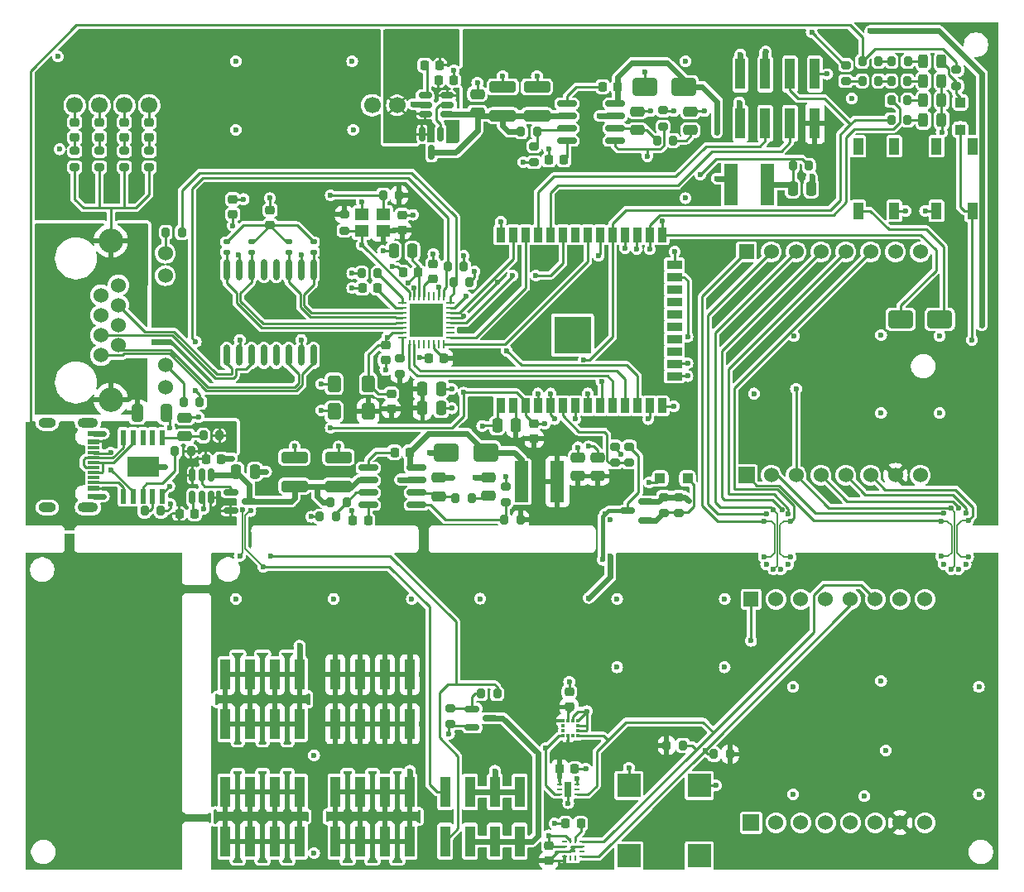
<source format=gbr>
%TF.GenerationSoftware,KiCad,Pcbnew,8.0.1*%
%TF.CreationDate,2024-06-25T00:34:50+02:00*%
%TF.ProjectId,Lichtstab,4c696368-7473-4746-9162-2e6b69636164,rev?*%
%TF.SameCoordinates,Original*%
%TF.FileFunction,Copper,L1,Top*%
%TF.FilePolarity,Positive*%
%FSLAX46Y46*%
G04 Gerber Fmt 4.6, Leading zero omitted, Abs format (unit mm)*
G04 Created by KiCad (PCBNEW 8.0.1) date 2024-06-25 00:34:50*
%MOMM*%
%LPD*%
G01*
G04 APERTURE LIST*
G04 Aperture macros list*
%AMRoundRect*
0 Rectangle with rounded corners*
0 $1 Rounding radius*
0 $2 $3 $4 $5 $6 $7 $8 $9 X,Y pos of 4 corners*
0 Add a 4 corners polygon primitive as box body*
4,1,4,$2,$3,$4,$5,$6,$7,$8,$9,$2,$3,0*
0 Add four circle primitives for the rounded corners*
1,1,$1+$1,$2,$3*
1,1,$1+$1,$4,$5*
1,1,$1+$1,$6,$7*
1,1,$1+$1,$8,$9*
0 Add four rect primitives between the rounded corners*
20,1,$1+$1,$2,$3,$4,$5,0*
20,1,$1+$1,$4,$5,$6,$7,0*
20,1,$1+$1,$6,$7,$8,$9,0*
20,1,$1+$1,$8,$9,$2,$3,0*%
%AMFreePoly0*
4,1,14,0.106694,0.394194,0.125000,0.350000,0.125000,-0.350000,0.106694,-0.394194,0.062500,-0.412500,-0.009112,-0.412500,-0.053306,-0.394194,-0.106694,-0.340806,-0.125000,-0.296612,-0.125000,0.350000,-0.106694,0.394194,-0.062500,0.412500,0.062500,0.412500,0.106694,0.394194,0.106694,0.394194,$1*%
%AMFreePoly1*
4,1,14,0.106694,0.394194,0.125000,0.350000,0.125000,-0.296612,0.106694,-0.340806,0.053306,-0.394194,0.009112,-0.412500,-0.062500,-0.412500,-0.106694,-0.394194,-0.125000,-0.350000,-0.125000,0.350000,-0.106694,0.394194,-0.062500,0.412500,0.062500,0.412500,0.106694,0.394194,0.106694,0.394194,$1*%
%AMFreePoly2*
4,1,14,0.394194,0.106694,0.412500,0.062500,0.412500,-0.062500,0.394194,-0.106694,0.350000,-0.125000,-0.350000,-0.125000,-0.394194,-0.106694,-0.412500,-0.062500,-0.412500,0.009112,-0.394194,0.053306,-0.340806,0.106694,-0.296612,0.125000,0.350000,0.125000,0.394194,0.106694,0.394194,0.106694,$1*%
%AMFreePoly3*
4,1,14,0.394194,0.106694,0.412500,0.062500,0.412500,-0.062500,0.394194,-0.106694,0.350000,-0.125000,-0.296612,-0.125000,-0.340806,-0.106694,-0.394194,-0.053306,-0.412500,-0.009112,-0.412500,0.062500,-0.394194,0.106694,-0.350000,0.125000,0.350000,0.125000,0.394194,0.106694,0.394194,0.106694,$1*%
%AMFreePoly4*
4,1,14,0.053306,0.394194,0.106694,0.340806,0.125000,0.296612,0.125000,-0.350000,0.106694,-0.394194,0.062500,-0.412500,-0.062500,-0.412500,-0.106694,-0.394194,-0.125000,-0.350000,-0.125000,0.350000,-0.106694,0.394194,-0.062500,0.412500,0.009112,0.412500,0.053306,0.394194,0.053306,0.394194,$1*%
%AMFreePoly5*
4,1,14,0.106694,0.394194,0.125000,0.350000,0.125000,-0.350000,0.106694,-0.394194,0.062500,-0.412500,-0.062500,-0.412500,-0.106694,-0.394194,-0.125000,-0.350000,-0.125000,0.296612,-0.106694,0.340806,-0.053306,0.394194,-0.009112,0.412500,0.062500,0.412500,0.106694,0.394194,0.106694,0.394194,$1*%
%AMFreePoly6*
4,1,14,0.394194,0.106694,0.412500,0.062500,0.412500,-0.009112,0.394194,-0.053306,0.340806,-0.106694,0.296612,-0.125000,-0.350000,-0.125000,-0.394194,-0.106694,-0.412500,-0.062500,-0.412500,0.062500,-0.394194,0.106694,-0.350000,0.125000,0.350000,0.125000,0.394194,0.106694,0.394194,0.106694,$1*%
%AMFreePoly7*
4,1,14,0.340806,0.106694,0.394194,0.053306,0.412500,0.009112,0.412500,-0.062500,0.394194,-0.106694,0.350000,-0.125000,-0.350000,-0.125000,-0.394194,-0.106694,-0.412500,-0.062500,-0.412500,0.062500,-0.394194,0.106694,-0.350000,0.125000,0.296612,0.125000,0.340806,0.106694,0.340806,0.106694,$1*%
G04 Aperture macros list end*
%TA.AperFunction,ComponentPad*%
%ADD10R,1.524000X1.524000*%
%TD*%
%TA.AperFunction,ComponentPad*%
%ADD11C,1.524000*%
%TD*%
%TA.AperFunction,ComponentPad*%
%ADD12R,1.676400X1.676400*%
%TD*%
%TA.AperFunction,SMDPad,CuDef*%
%ADD13RoundRect,0.200000X0.200000X0.275000X-0.200000X0.275000X-0.200000X-0.275000X0.200000X-0.275000X0*%
%TD*%
%TA.AperFunction,SMDPad,CuDef*%
%ADD14RoundRect,0.225000X0.250000X-0.225000X0.250000X0.225000X-0.250000X0.225000X-0.250000X-0.225000X0*%
%TD*%
%TA.AperFunction,SMDPad,CuDef*%
%ADD15R,1.000000X3.150000*%
%TD*%
%TA.AperFunction,SMDPad,CuDef*%
%ADD16RoundRect,0.250000X-0.475000X0.250000X-0.475000X-0.250000X0.475000X-0.250000X0.475000X0.250000X0*%
%TD*%
%TA.AperFunction,SMDPad,CuDef*%
%ADD17RoundRect,0.243750X0.243750X0.456250X-0.243750X0.456250X-0.243750X-0.456250X0.243750X-0.456250X0*%
%TD*%
%TA.AperFunction,SMDPad,CuDef*%
%ADD18RoundRect,0.200000X-0.200000X-0.275000X0.200000X-0.275000X0.200000X0.275000X-0.200000X0.275000X0*%
%TD*%
%TA.AperFunction,SMDPad,CuDef*%
%ADD19R,1.000000X1.700000*%
%TD*%
%TA.AperFunction,SMDPad,CuDef*%
%ADD20RoundRect,0.200000X-0.275000X0.200000X-0.275000X-0.200000X0.275000X-0.200000X0.275000X0.200000X0*%
%TD*%
%TA.AperFunction,SMDPad,CuDef*%
%ADD21RoundRect,0.150000X-0.587500X-0.150000X0.587500X-0.150000X0.587500X0.150000X-0.587500X0.150000X0*%
%TD*%
%TA.AperFunction,SMDPad,CuDef*%
%ADD22RoundRect,0.250000X0.250000X0.475000X-0.250000X0.475000X-0.250000X-0.475000X0.250000X-0.475000X0*%
%TD*%
%TA.AperFunction,SMDPad,CuDef*%
%ADD23RoundRect,0.225000X-0.225000X-0.250000X0.225000X-0.250000X0.225000X0.250000X-0.225000X0.250000X0*%
%TD*%
%TA.AperFunction,SMDPad,CuDef*%
%ADD24RoundRect,0.250000X-0.250000X-0.475000X0.250000X-0.475000X0.250000X0.475000X-0.250000X0.475000X0*%
%TD*%
%TA.AperFunction,ComponentPad*%
%ADD25C,1.700000*%
%TD*%
%TA.AperFunction,HeatsinkPad*%
%ADD26C,0.600000*%
%TD*%
%TA.AperFunction,HeatsinkPad*%
%ADD27R,3.400000X3.400000*%
%TD*%
%TA.AperFunction,SMDPad,CuDef*%
%ADD28FreePoly0,0.000000*%
%TD*%
%TA.AperFunction,SMDPad,CuDef*%
%ADD29RoundRect,0.062500X-0.062500X-0.350000X0.062500X-0.350000X0.062500X0.350000X-0.062500X0.350000X0*%
%TD*%
%TA.AperFunction,SMDPad,CuDef*%
%ADD30FreePoly1,0.000000*%
%TD*%
%TA.AperFunction,SMDPad,CuDef*%
%ADD31FreePoly2,0.000000*%
%TD*%
%TA.AperFunction,SMDPad,CuDef*%
%ADD32RoundRect,0.062500X-0.350000X-0.062500X0.350000X-0.062500X0.350000X0.062500X-0.350000X0.062500X0*%
%TD*%
%TA.AperFunction,SMDPad,CuDef*%
%ADD33FreePoly3,0.000000*%
%TD*%
%TA.AperFunction,SMDPad,CuDef*%
%ADD34FreePoly4,0.000000*%
%TD*%
%TA.AperFunction,SMDPad,CuDef*%
%ADD35FreePoly5,0.000000*%
%TD*%
%TA.AperFunction,SMDPad,CuDef*%
%ADD36FreePoly6,0.000000*%
%TD*%
%TA.AperFunction,SMDPad,CuDef*%
%ADD37FreePoly7,0.000000*%
%TD*%
%TA.AperFunction,SMDPad,CuDef*%
%ADD38RoundRect,0.135000X-0.185000X0.135000X-0.185000X-0.135000X0.185000X-0.135000X0.185000X0.135000X0*%
%TD*%
%TA.AperFunction,SMDPad,CuDef*%
%ADD39RoundRect,0.225000X0.225000X0.250000X-0.225000X0.250000X-0.225000X-0.250000X0.225000X-0.250000X0*%
%TD*%
%TA.AperFunction,SMDPad,CuDef*%
%ADD40R,3.300000X2.100000*%
%TD*%
%TA.AperFunction,SMDPad,CuDef*%
%ADD41R,0.600000X1.500000*%
%TD*%
%TA.AperFunction,SMDPad,CuDef*%
%ADD42RoundRect,0.218750X-0.256250X0.218750X-0.256250X-0.218750X0.256250X-0.218750X0.256250X0.218750X0*%
%TD*%
%TA.AperFunction,SMDPad,CuDef*%
%ADD43RoundRect,0.250000X-1.100000X0.325000X-1.100000X-0.325000X1.100000X-0.325000X1.100000X0.325000X0*%
%TD*%
%TA.AperFunction,SMDPad,CuDef*%
%ADD44R,0.375000X0.350000*%
%TD*%
%TA.AperFunction,SMDPad,CuDef*%
%ADD45R,0.350000X0.375000*%
%TD*%
%TA.AperFunction,SMDPad,CuDef*%
%ADD46RoundRect,0.250000X1.000000X0.650000X-1.000000X0.650000X-1.000000X-0.650000X1.000000X-0.650000X0*%
%TD*%
%TA.AperFunction,SMDPad,CuDef*%
%ADD47RoundRect,0.250000X0.475000X-0.250000X0.475000X0.250000X-0.475000X0.250000X-0.475000X-0.250000X0*%
%TD*%
%TA.AperFunction,SMDPad,CuDef*%
%ADD48O,0.700000X2.190000*%
%TD*%
%TA.AperFunction,SMDPad,CuDef*%
%ADD49R,0.700000X1.600000*%
%TD*%
%TA.AperFunction,SMDPad,CuDef*%
%ADD50R,0.580000X0.280000*%
%TD*%
%TA.AperFunction,SMDPad,CuDef*%
%ADD51R,2.400000X2.400000*%
%TD*%
%TA.AperFunction,SMDPad,CuDef*%
%ADD52RoundRect,0.150000X-0.825000X-0.150000X0.825000X-0.150000X0.825000X0.150000X-0.825000X0.150000X0*%
%TD*%
%TA.AperFunction,SMDPad,CuDef*%
%ADD53R,0.280000X0.500000*%
%TD*%
%TA.AperFunction,SMDPad,CuDef*%
%ADD54R,0.500000X0.280000*%
%TD*%
%TA.AperFunction,SMDPad,CuDef*%
%ADD55RoundRect,0.225000X-0.250000X0.225000X-0.250000X-0.225000X0.250000X-0.225000X0.250000X0.225000X0*%
%TD*%
%TA.AperFunction,SMDPad,CuDef*%
%ADD56R,1.400000X4.200000*%
%TD*%
%TA.AperFunction,SMDPad,CuDef*%
%ADD57RoundRect,0.150000X-0.512500X-0.150000X0.512500X-0.150000X0.512500X0.150000X-0.512500X0.150000X0*%
%TD*%
%TA.AperFunction,SMDPad,CuDef*%
%ADD58RoundRect,0.200000X0.275000X-0.200000X0.275000X0.200000X-0.275000X0.200000X-0.275000X-0.200000X0*%
%TD*%
%TA.AperFunction,SMDPad,CuDef*%
%ADD59R,0.900000X0.900000*%
%TD*%
%TA.AperFunction,SMDPad,CuDef*%
%ADD60R,3.800000X3.800000*%
%TD*%
%TA.AperFunction,SMDPad,CuDef*%
%ADD61R,0.900000X1.500000*%
%TD*%
%TA.AperFunction,SMDPad,CuDef*%
%ADD62R,1.500000X0.900000*%
%TD*%
%TA.AperFunction,SMDPad,CuDef*%
%ADD63RoundRect,0.250000X-0.300000X-0.300000X0.300000X-0.300000X0.300000X0.300000X-0.300000X0.300000X0*%
%TD*%
%TA.AperFunction,SMDPad,CuDef*%
%ADD64RoundRect,0.250000X0.300000X-0.300000X0.300000X0.300000X-0.300000X0.300000X-0.300000X-0.300000X0*%
%TD*%
%TA.AperFunction,ComponentPad*%
%ADD65C,2.500000*%
%TD*%
%TA.AperFunction,SMDPad,CuDef*%
%ADD66RoundRect,0.250000X0.400000X0.600000X-0.400000X0.600000X-0.400000X-0.600000X0.400000X-0.600000X0*%
%TD*%
%TA.AperFunction,SMDPad,CuDef*%
%ADD67RoundRect,0.150000X-0.150000X0.587500X-0.150000X-0.587500X0.150000X-0.587500X0.150000X0.587500X0*%
%TD*%
%TA.AperFunction,SMDPad,CuDef*%
%ADD68RoundRect,0.150000X0.587500X0.150000X-0.587500X0.150000X-0.587500X-0.150000X0.587500X-0.150000X0*%
%TD*%
%TA.AperFunction,SMDPad,CuDef*%
%ADD69RoundRect,0.250000X0.325000X0.650000X-0.325000X0.650000X-0.325000X-0.650000X0.325000X-0.650000X0*%
%TD*%
%TA.AperFunction,SMDPad,CuDef*%
%ADD70RoundRect,0.150000X0.150000X-0.512500X0.150000X0.512500X-0.150000X0.512500X-0.150000X-0.512500X0*%
%TD*%
%TA.AperFunction,SMDPad,CuDef*%
%ADD71R,1.150000X0.300000*%
%TD*%
%TA.AperFunction,SMDPad,CuDef*%
%ADD72R,1.150000X0.600000*%
%TD*%
%TA.AperFunction,ComponentPad*%
%ADD73O,1.800000X1.000000*%
%TD*%
%TA.AperFunction,ComponentPad*%
%ADD74O,2.100000X1.000000*%
%TD*%
%TA.AperFunction,SMDPad,CuDef*%
%ADD75R,1.400000X1.200000*%
%TD*%
%TA.AperFunction,ViaPad*%
%ADD76C,0.600000*%
%TD*%
%TA.AperFunction,Conductor*%
%ADD77C,0.250000*%
%TD*%
%TA.AperFunction,Conductor*%
%ADD78C,0.600000*%
%TD*%
%TA.AperFunction,Conductor*%
%ADD79C,0.400000*%
%TD*%
%TA.AperFunction,Conductor*%
%ADD80C,0.150000*%
%TD*%
%TA.AperFunction,Conductor*%
%ADD81C,0.127000*%
%TD*%
G04 APERTURE END LIST*
D10*
%TO.P,CON2,P16,PWM*%
%TO.N,/General/ESP_IO2*%
X143215000Y-108540000D03*
D11*
%TO.P,CON2,P15,INT*%
%TO.N,/General/ESP_IO4*%
X145755000Y-108540000D03*
%TO.P,CON2,P14,TX*%
%TO.N,/General/ESP_IO17*%
X148295000Y-108540000D03*
%TO.P,CON2,P13,RX*%
%TO.N,/General/ESP_IO16*%
X150835000Y-108540000D03*
%TO.P,CON2,P12,SCL*%
%TO.N,/General/I2C_SCL*%
X153375000Y-108540000D03*
%TO.P,CON2,P11,SDA*%
%TO.N,/General/I2C_SDA*%
X155915000Y-108540000D03*
%TO.P,CON2,P10,5V*%
%TO.N,+5V*%
X158455000Y-108540000D03*
%TO.P,CON2,P9,GND2*%
%TO.N,GND*%
X160995000Y-108540000D03*
%TO.P,CON2,P8,GND1*%
X160995000Y-131400000D03*
%TO.P,CON2,P7,3V3*%
%TO.N,+3.3V*%
X158455000Y-131400000D03*
%TO.P,CON2,P6,MOSI*%
%TO.N,/General/SPI_MOSI*%
X155915000Y-131400000D03*
%TO.P,CON2,P5,MISO*%
%TO.N,/General/SPI_MISO*%
X153375000Y-131400000D03*
%TO.P,CON2,P4,SCK*%
%TO.N,/General/SPI_SCK*%
X150835000Y-131400000D03*
%TO.P,CON2,P3,CS*%
%TO.N,/General/SPI_CS*%
X148295000Y-131400000D03*
%TO.P,CON2,P2,RST*%
%TO.N,/General/ESP_IO35*%
X145755000Y-131400000D03*
D12*
%TO.P,CON2,P1,AN*%
%TO.N,/General/ESP_IO36*%
X143215000Y-131400000D03*
%TD*%
D13*
%TO.P,R20,1*%
%TO.N,+12V_USB*%
X85925000Y-93400000D03*
%TO.P,R20,2*%
%TO.N,Net-(U4-VBUS)*%
X84275000Y-93400000D03*
%TD*%
D14*
%TO.P,C7,1*%
%TO.N,Net-(C7-Pad1)*%
X79100000Y-61275000D03*
%TO.P,C7,2*%
%TO.N,Net-(U2-VB1)*%
X79100000Y-59725000D03*
%TD*%
D15*
%TO.P,H2,1,Pin_1*%
%TO.N,+12V*%
X89420000Y-121300000D03*
%TO.P,H2,2,Pin_2*%
X89420000Y-116250000D03*
%TO.P,H2,3,Pin_3*%
X91960000Y-121300000D03*
%TO.P,H2,4,Pin_4*%
X91960000Y-116250000D03*
%TO.P,H2,5,Pin_5*%
X94500000Y-121300000D03*
%TO.P,H2,6,Pin_6*%
X94500000Y-116250000D03*
%TO.P,H2,7,Pin_7*%
X97040000Y-121300000D03*
%TO.P,H2,8,Pin_8*%
X97040000Y-116250000D03*
%TD*%
D16*
%TO.P,C29,2*%
%TO.N,Net-(C29-Pad2)*%
X137000000Y-60550000D03*
%TO.P,C29,1*%
%TO.N,GND*%
X137000000Y-58650000D03*
%TD*%
D17*
%TO.P,D12,2,A*%
%TO.N,Net-(D12-A)*%
X160812500Y-55500000D03*
%TO.P,D12,1,K*%
%TO.N,GND*%
X162687500Y-55500000D03*
%TD*%
D18*
%TO.P,R26,2*%
%TO.N,Net-(U7-EN)*%
X100725000Y-100100000D03*
%TO.P,R26,1*%
%TO.N,GND*%
X99075000Y-100100000D03*
%TD*%
D19*
%TO.P,SW1,4,D*%
%TO.N,unconnected-(SW1-D-Pad4)*%
X165850000Y-62200000D03*
%TO.P,SW1,3,C*%
%TO.N,/General/ESP_EN*%
X165850000Y-68800000D03*
%TO.P,SW1,2,B*%
%TO.N,unconnected-(SW1-B-Pad2)*%
X162150000Y-62200000D03*
%TO.P,SW1,1,A*%
%TO.N,GND*%
X162150000Y-68800000D03*
%TD*%
D13*
%TO.P,R18,1*%
%TO.N,Net-(U3-LED0{slash}PHYAD[0]{slash}PMEB)*%
X84980000Y-71000000D03*
%TO.P,R18,2*%
%TO.N,RJ45_LED_Activity*%
X83330000Y-71000000D03*
%TD*%
D20*
%TO.P,R38,2*%
%TO.N,Net-(U8-VSENSE)*%
X134200000Y-60178987D03*
%TO.P,R38,1*%
%TO.N,GND*%
X134200000Y-58528987D03*
%TD*%
D15*
%TO.P,H6,1,Pin_1*%
%TO.N,/General/ESP_IO5*%
X111920000Y-133300000D03*
%TO.P,H6,2,Pin_2*%
%TO.N,/General/ESP_IO39*%
X111920000Y-128250000D03*
%TO.P,H6,3,Pin_3*%
%TO.N,Net-(H6-Pin_3)*%
X114460000Y-133300000D03*
%TO.P,H6,4,Pin_4*%
%TO.N,+12V*%
X114460000Y-128250000D03*
%TO.P,H6,5,Pin_5*%
%TO.N,Net-(H6-Pin_3)*%
X117000000Y-133300000D03*
%TO.P,H6,6,Pin_6*%
%TO.N,+12V*%
X117000000Y-128250000D03*
%TO.P,H6,7,Pin_7*%
%TO.N,Net-(H6-Pin_3)*%
X119540000Y-133300000D03*
%TO.P,H6,8,Pin_8*%
%TO.N,+12V*%
X119540000Y-128250000D03*
%TD*%
D21*
%TO.P,U14,3,D*%
%TO.N,Net-(H6-Pin_3)*%
X116537500Y-120700000D03*
%TO.P,U14,2,S*%
%TO.N,GND*%
X114662500Y-121650000D03*
%TO.P,U14,1,G*%
%TO.N,Net-(U14-G)*%
X114662500Y-119750000D03*
%TD*%
D18*
%TO.P,R34,1*%
%TO.N,Net-(R34-Pad1)*%
X154575000Y-55500000D03*
%TO.P,R34,2*%
%TO.N,Net-(R34-Pad2)*%
X156225000Y-55500000D03*
%TD*%
D22*
%TO.P,C1,2*%
%TO.N,GND*%
X117250000Y-90763855D03*
%TO.P,C1,1*%
%TO.N,+3.3V*%
X119150000Y-90763855D03*
%TD*%
D23*
%TO.P,C44,2*%
%TO.N,Net-(U12-C1)*%
X125775000Y-131500000D03*
%TO.P,C44,1*%
%TO.N,GND*%
X124225000Y-131500000D03*
%TD*%
D13*
%TO.P,R31,1*%
%TO.N,Net-(C29-Pad2)*%
X135225000Y-61600000D03*
%TO.P,R31,2*%
%TO.N,Net-(U8-COMP)*%
X133575000Y-61600000D03*
%TD*%
D24*
%TO.P,C10,2*%
%TO.N,GND*%
X111500000Y-89000000D03*
%TO.P,C10,1*%
%TO.N,+3.3V*%
X109600000Y-89000000D03*
%TD*%
D14*
%TO.P,C6,1*%
%TO.N,Net-(C6-Pad1)*%
X76560000Y-61275000D03*
%TO.P,C6,2*%
%TO.N,/POE/RXCT*%
X76560000Y-59725000D03*
%TD*%
D25*
%TO.P,U2,6,+12V*%
%TO.N,+12V_POE*%
X106980000Y-58000000D03*
%TO.P,U2,5,GND*%
%TO.N,GND*%
X104440000Y-58000000D03*
%TO.P,U2,4,VB2*%
%TO.N,Net-(U2-VB2)*%
X81640000Y-58000000D03*
%TO.P,U2,3,VB1*%
%TO.N,Net-(U2-VB1)*%
X79100000Y-58000000D03*
%TO.P,U2,2,VA2*%
%TO.N,/POE/RXCT*%
X76560000Y-58000000D03*
%TO.P,U2,1,VA1*%
%TO.N,/POE/TXCT*%
X74020000Y-58000000D03*
%TD*%
D20*
%TO.P,R7,1*%
%TO.N,Net-(C7-Pad1)*%
X79100000Y-62675000D03*
%TO.P,R7,2*%
%TO.N,Net-(C4-Pad2)*%
X79100000Y-64325000D03*
%TD*%
D26*
%TO.P,U3,33,EP*%
%TO.N,GND*%
X111400000Y-81400000D03*
X111400000Y-80000000D03*
X111400000Y-78600000D03*
X110000000Y-81400000D03*
D27*
X110000000Y-80000000D03*
D26*
X110000000Y-80000000D03*
X110000000Y-78600000D03*
X108600000Y-81400000D03*
X108600000Y-80000000D03*
X108600000Y-78600000D03*
D28*
%TO.P,U3,32,CKXTAL2*%
%TO.N,/General/REF_CLK*%
X108250000Y-77562500D03*
D29*
%TO.P,U3,31,CKXTAL1*%
%TO.N,GND*%
X108750000Y-77562500D03*
%TO.P,U3,30,AVDD33*%
%TO.N,Net-(D6-K)*%
X109250000Y-77562500D03*
%TO.P,U3,29,DVDD10OUT*%
%TO.N,Net-(U3-DVDD10OUT)*%
X109750000Y-77562500D03*
%TO.P,U3,28,RXER/FXEN*%
%TO.N,unconnected-(U3-RXER{slash}FXEN-Pad28)*%
X110250000Y-77562500D03*
%TO.P,U3,27,COL*%
%TO.N,unconnected-(U3-COL-Pad27)*%
X110750000Y-77562500D03*
%TO.P,U3,26,CRS/CRS_DV*%
%TO.N,/General/EMAC_CRS_DV*%
X111250000Y-77562500D03*
D30*
%TO.P,U3,25,LED1/PHYAD[1]*%
%TO.N,Net-(U3-LED1{slash}PHYAD[1])*%
X111750000Y-77562500D03*
D31*
%TO.P,U3,24,LED0/PHYAD[0]/PMEB*%
%TO.N,Net-(U3-LED0{slash}PHYAD[0]{slash}PMEB)*%
X112437500Y-78250000D03*
D32*
%TO.P,U3,23,MDIO*%
%TO.N,/General/EMAC_MDIO*%
X112437500Y-78750000D03*
%TO.P,U3,22,MDC*%
%TO.N,/General/EMAC_MDC*%
X112437500Y-79250000D03*
%TO.P,U3,21,PHYRSTB*%
%TO.N,/General/ESP_EN*%
X112437500Y-79750000D03*
%TO.P,U3,20,TXEN*%
%TO.N,/General/EMAC_TX_EN*%
X112437500Y-80250000D03*
%TO.P,U3,19,TXD[3]*%
%TO.N,unconnected-(U3-TXD[3]-Pad19)*%
X112437500Y-80750000D03*
%TO.P,U3,18,TXD[2]*%
%TO.N,unconnected-(U3-TXD[2]-Pad18)*%
X112437500Y-81250000D03*
D33*
%TO.P,U3,17,TXD[1]*%
%TO.N,/General/EMAC_TXD-*%
X112437500Y-81750000D03*
D34*
%TO.P,U3,16,TXD[0]*%
%TO.N,/General/EMAC_TXD+*%
X111750000Y-82437500D03*
D29*
%TO.P,U3,15,TXC*%
%TO.N,unconnected-(U3-TXC-Pad15)*%
X111250000Y-82437500D03*
%TO.P,U3,14,DVDD33*%
%TO.N,+3.3V*%
X110750000Y-82437500D03*
%TO.P,U3,13,RXC*%
%TO.N,unconnected-(U3-RXC-Pad13)*%
X110250000Y-82437500D03*
%TO.P,U3,12,RXD[3]/CLK_CTL*%
%TO.N,unconnected-(U3-RXD[3]{slash}CLK_CTL-Pad12)*%
X109750000Y-82437500D03*
%TO.P,U3,11,RXD[2]/INTB*%
%TO.N,unconnected-(U3-RXD[2]{slash}INTB-Pad11)*%
X109250000Y-82437500D03*
%TO.P,U3,10,RXD[1]*%
%TO.N,/General/EMAC_RXD-*%
X108750000Y-82437500D03*
D35*
%TO.P,U3,9,RXD[0]*%
%TO.N,/General/EMAC_RXD+*%
X108250000Y-82437500D03*
D36*
%TO.P,U3,8,RXDV*%
%TO.N,Net-(U3-RXDV)*%
X107562500Y-81750000D03*
D32*
%TO.P,U3,7,AVDD33*%
%TO.N,Net-(D6-K)*%
X107562500Y-81250000D03*
%TO.P,U3,6,MDI-[1]*%
%TO.N,/POE/RD-*%
X107562500Y-80750000D03*
%TO.P,U3,5,MDI+[1]*%
%TO.N,/POE/RD+*%
X107562500Y-80250000D03*
%TO.P,U3,4,MDI-[0]*%
%TO.N,/POE/TD-*%
X107562500Y-79750000D03*
%TO.P,U3,3,MDI+[0]*%
%TO.N,/POE/TD+*%
X107562500Y-79250000D03*
%TO.P,U3,2,AVDD10OUT*%
%TO.N,Net-(U3-AVDD10OUT)*%
X107562500Y-78750000D03*
D37*
%TO.P,U3,1,RSET*%
%TO.N,Net-(U3-RSET)*%
X107562500Y-78250000D03*
%TD*%
D18*
%TO.P,R43,1*%
%TO.N,Net-(U14-G)*%
X115575000Y-118200000D03*
%TO.P,R43,2*%
%TO.N,/General/ESP_IO5*%
X117225000Y-118200000D03*
%TD*%
D38*
%TO.P,R11,1*%
%TO.N,Net-(C14-Pad2)*%
X95910000Y-71990000D03*
%TO.P,R11,2*%
%TO.N,/POE/TD-*%
X95910000Y-73010000D03*
%TD*%
D16*
%TO.P,C31,2*%
%TO.N,Net-(U8-COMP)*%
X131600000Y-60541953D03*
%TO.P,C31,1*%
%TO.N,GND*%
X131600000Y-58641953D03*
%TD*%
D18*
%TO.P,R17,2*%
%TO.N,GND*%
X114425000Y-76100000D03*
%TO.P,R17,1*%
%TO.N,Net-(U3-LED0{slash}PHYAD[0]{slash}PMEB)*%
X112775000Y-76100000D03*
%TD*%
D39*
%TO.P,C34,1*%
%TO.N,Net-(D10-K)*%
X108275000Y-93500000D03*
%TO.P,C34,2*%
%TO.N,Net-(U7-BOOT)*%
X106725000Y-93500000D03*
%TD*%
D23*
%TO.P,C20,1*%
%TO.N,+12V_USB*%
X84725000Y-99800000D03*
%TO.P,C20,2*%
%TO.N,Net-(U5-VCP)*%
X86275000Y-99800000D03*
%TD*%
D20*
%TO.P,R36,2*%
%TO.N,Net-(U7-VSENSE)*%
X118100000Y-98625000D03*
%TO.P,R36,1*%
%TO.N,GND*%
X118100000Y-96975000D03*
%TD*%
D40*
%TO.P,U4,11,GND*%
%TO.N,GND*%
X81000000Y-95000000D03*
D41*
%TO.P,U4,10,PG*%
%TO.N,/General/ESP_EN*%
X83000000Y-98000000D03*
%TO.P,U4,9,CFG1*%
%TO.N,Net-(U4-CFG1)*%
X82000000Y-98000000D03*
%TO.P,U4,8,VBUS*%
%TO.N,Net-(U4-VBUS)*%
X81000000Y-98000000D03*
%TO.P,U4,7,CC1*%
%TO.N,Net-(U4-CC1)*%
X80000000Y-98000000D03*
%TO.P,U4,6,CC2*%
%TO.N,Net-(U4-CC2)*%
X79000000Y-98000000D03*
%TO.P,U4,5,DM*%
%TO.N,Net-(U4-DM)*%
X79000000Y-92000000D03*
%TO.P,U4,4,DP*%
%TO.N,Net-(U4-DP)*%
X80000000Y-92000000D03*
%TO.P,U4,3,CFG3*%
%TO.N,unconnected-(U4-CFG3-Pad3)*%
X81000000Y-92000000D03*
%TO.P,U4,2,CFG2*%
%TO.N,unconnected-(U4-CFG2-Pad2)*%
X82000000Y-92000000D03*
%TO.P,U4,1,VDD*%
%TO.N,Net-(U4-VDD)*%
X83000000Y-92000000D03*
%TD*%
D42*
%TO.P,L2,1,1*%
%TO.N,Net-(D6-K)*%
X106400000Y-87512500D03*
%TO.P,L2,2,2*%
%TO.N,+3.3V*%
X106400000Y-89087500D03*
%TD*%
D43*
%TO.P,C22,2*%
%TO.N,+12V?*%
X117796348Y-59066953D03*
%TO.P,C22,1*%
%TO.N,GND*%
X117796348Y-56116953D03*
%TD*%
D23*
%TO.P,C25,2*%
%TO.N,GND*%
X88975000Y-94200000D03*
%TO.P,C25,1*%
%TO.N,+12V_USB*%
X87425000Y-94200000D03*
%TD*%
D44*
%TO.P,U11,12,INT1*%
%TO.N,unconnected-(U11-INT1-Pad12)*%
X123975000Y-122000000D03*
%TO.P,U11,11,INT2*%
%TO.N,unconnected-(U11-INT2-Pad11)*%
X123975000Y-121500000D03*
D45*
%TO.P,U11,10,Vdd_IO*%
%TO.N,+3.3V*%
X123987500Y-120987500D03*
%TO.P,U11,9,Vdd*%
X124487500Y-120987500D03*
%TO.P,U11,8,GND*%
%TO.N,GND*%
X124987500Y-120987500D03*
%TO.P,U11,7,GND*%
X125487500Y-120987500D03*
D44*
%TO.P,U11,6,GND*%
X125500000Y-121500000D03*
%TO.P,U11,5,RES*%
X125500000Y-122000000D03*
D45*
%TO.P,U11,4,SDA/SDI*%
%TO.N,/General/I2C_SDA*%
X125487500Y-122512500D03*
%TO.P,U11,3,SA0/SDO*%
%TO.N,unconnected-(U11-SA0{slash}SDO-Pad3)*%
X124987500Y-122512500D03*
%TO.P,U11,2,~{CS}*%
%TO.N,+3.3V*%
X124487500Y-122512500D03*
%TO.P,U11,1,SCL/SPC*%
%TO.N,/General/I2C_SCL*%
X123987500Y-122512500D03*
%TD*%
D17*
%TO.P,D7,1,K*%
%TO.N,Net-(D7-K)*%
X162687500Y-53500000D03*
%TO.P,D7,2,A*%
%TO.N,Net-(D7-A)*%
X160812500Y-53500000D03*
%TD*%
D16*
%TO.P,C30,2*%
%TO.N,Net-(U7-COMP)*%
X111279121Y-98008243D03*
%TO.P,C30,1*%
%TO.N,GND*%
X111279121Y-96108243D03*
%TD*%
D14*
%TO.P,C5,1*%
%TO.N,Net-(C5-Pad1)*%
X74020000Y-61275000D03*
%TO.P,C5,2*%
%TO.N,/POE/TXCT*%
X74020000Y-59725000D03*
%TD*%
D46*
%TO.P,D2,1,K*%
%TO.N,Net-(D2-K)*%
X162500000Y-79900000D03*
%TO.P,D2,2,A*%
%TO.N,/General/REF_CLK*%
X158500000Y-79900000D03*
%TD*%
D47*
%TO.P,C38,2*%
%TO.N,GND*%
X127500000Y-94050000D03*
%TO.P,C38,1*%
%TO.N,+3.3V*%
X127500000Y-95950000D03*
%TD*%
D48*
%TO.P,L1,1,TD+*%
%TO.N,/POE/TD+*%
X98450000Y-74810000D03*
%TO.P,L1,2,TCT*%
%TO.N,/POE/RCT*%
X97180000Y-74810000D03*
%TO.P,L1,3,TD-*%
%TO.N,/POE/TD-*%
X95910000Y-74810000D03*
%TO.P,L1,4,NC*%
%TO.N,unconnected-(L1-NC-Pad4)*%
X94630000Y-74810000D03*
%TO.P,L1,5,NC*%
%TO.N,unconnected-(L1-NC-Pad5)*%
X93370000Y-74810000D03*
%TO.P,L1,6,RD+*%
%TO.N,/POE/RD+*%
X92100000Y-74810000D03*
%TO.P,L1,7,RCT*%
%TO.N,/POE/RCT*%
X90830000Y-74810000D03*
%TO.P,L1,8,RD-*%
%TO.N,/POE/RD-*%
X89560000Y-74810000D03*
%TO.P,L1,9,RX-*%
%TO.N,/POE/RX-*%
X89560000Y-83590000D03*
%TO.P,L1,10,RXCT*%
%TO.N,/POE/RXCT*%
X90830000Y-83590000D03*
%TO.P,L1,11,RX+*%
%TO.N,/POE/RX+*%
X92100000Y-83590000D03*
%TO.P,L1,12,NC*%
%TO.N,unconnected-(L1-NC-Pad12)*%
X93370000Y-83590000D03*
%TO.P,L1,13,NC*%
%TO.N,unconnected-(L1-NC-Pad13)*%
X94630000Y-83590000D03*
%TO.P,L1,14,TX-*%
%TO.N,/POE/TX-*%
X95910000Y-83590000D03*
%TO.P,L1,15,TXCT*%
%TO.N,/POE/TXCT*%
X97180000Y-83590000D03*
%TO.P,L1,16,TX+*%
%TO.N,/POE/TX+*%
X98450000Y-83590000D03*
%TD*%
D38*
%TO.P,R9,1*%
%TO.N,Net-(C14-Pad2)*%
X89560000Y-71990000D03*
%TO.P,R9,2*%
%TO.N,/POE/RD-*%
X89560000Y-73010000D03*
%TD*%
D49*
%TO.P,U15,7,EP*%
%TO.N,GND*%
X124500000Y-128000000D03*
D50*
%TO.P,U15,6,GND*%
X125420000Y-127500000D03*
%TO.P,U15,5,No_used*%
%TO.N,unconnected-(U15-No_used-Pad5)*%
X125420000Y-128000000D03*
%TO.P,U15,4,SDA*%
%TO.N,/General/I2C_SDA*%
X125420000Y-128500000D03*
%TO.P,U15,3,SCL*%
%TO.N,/General/I2C_SCL*%
X123580000Y-128500000D03*
%TO.P,U15,2,No_used*%
%TO.N,unconnected-(U15-No_used-Pad2)*%
X123580000Y-128000000D03*
%TO.P,U15,1,VDD*%
%TO.N,+3.3V*%
X123580000Y-127500000D03*
%TD*%
D51*
%TO.P,BUZZER1,4,4*%
%TO.N,unconnected-(BUZZER1-Pad4)*%
X137900000Y-134800000D03*
%TO.P,BUZZER1,3,3*%
%TO.N,unconnected-(BUZZER1-Pad3)*%
X130700000Y-134800000D03*
%TO.P,BUZZER1,2,2*%
%TO.N,GND*%
X130700000Y-127600000D03*
%TO.P,BUZZER1,1,+*%
%TO.N,/General/ESP_IO2*%
X137900000Y-127600000D03*
%TD*%
D16*
%TO.P,C28,2*%
%TO.N,Net-(C28-Pad2)*%
X116300000Y-97950000D03*
%TO.P,C28,1*%
%TO.N,GND*%
X116300000Y-96050000D03*
%TD*%
D52*
%TO.P,U8,8,PH*%
%TO.N,Net-(D11-K)*%
X129296348Y-57821953D03*
%TO.P,U8,7,GND*%
%TO.N,GND*%
X129296348Y-59091953D03*
%TO.P,U8,6,COMP*%
%TO.N,Net-(U8-COMP)*%
X129296348Y-60361953D03*
%TO.P,U8,5,VSENSE*%
%TO.N,Net-(U8-VSENSE)*%
X129296348Y-61631953D03*
%TO.P,U8,4,SS*%
%TO.N,Net-(U8-SS)*%
X124346348Y-61631953D03*
%TO.P,U8,3,EN*%
%TO.N,Net-(U8-EN)*%
X124346348Y-60361953D03*
%TO.P,U8,2,VIN*%
%TO.N,+12V?*%
X124346348Y-59091953D03*
%TO.P,U8,1,BOOT*%
%TO.N,Net-(U8-BOOT)*%
X124346348Y-57821953D03*
%TD*%
D20*
%TO.P,R5,1*%
%TO.N,Net-(C5-Pad1)*%
X74020000Y-62675000D03*
%TO.P,R5,2*%
%TO.N,Net-(C4-Pad2)*%
X74020000Y-64325000D03*
%TD*%
D18*
%TO.P,R24,1*%
%TO.N,+12V_USB*%
X154575000Y-53500000D03*
%TO.P,R24,2*%
%TO.N,Net-(R24-Pad2)*%
X156225000Y-53500000D03*
%TD*%
D53*
%TO.P,U12,12,NC*%
%TO.N,unconnected-(U12-NC-Pad12)*%
X125250000Y-135000000D03*
%TO.P,U12,11,NC*%
%TO.N,unconnected-(U12-NC-Pad11)*%
X124750000Y-135000000D03*
D54*
%TO.P,U12,10,Vdd_IO*%
%TO.N,+3.3V*%
X124120000Y-134870000D03*
%TO.P,U12,9,Vdd*%
X124120000Y-134370000D03*
%TO.P,U12,8,GND*%
%TO.N,GND*%
X124120000Y-133870000D03*
%TO.P,U12,7,INT/DRDY/SDO*%
%TO.N,unconnected-(U12-INT{slash}DRDY{slash}SDO-Pad7)*%
X124120000Y-133370000D03*
D53*
%TO.P,U12,6,GND*%
%TO.N,GND*%
X124750000Y-133240000D03*
%TO.P,U12,5,C1*%
%TO.N,Net-(U12-C1)*%
X125250000Y-133240000D03*
D54*
%TO.P,U12,4,SDA/SDI/SDO*%
%TO.N,/General/I2C_SDA*%
X125880000Y-133370000D03*
%TO.P,U12,3,CS*%
%TO.N,+3.3V*%
X125880000Y-133870000D03*
%TO.P,U12,2,NC*%
%TO.N,unconnected-(U12-NC-Pad2)*%
X125880000Y-134370000D03*
%TO.P,U12,1,SCL/SPC*%
%TO.N,/General/I2C_SCL*%
X125880000Y-134870000D03*
%TD*%
D55*
%TO.P,C14,2*%
%TO.N,Net-(C14-Pad2)*%
X94000000Y-70275000D03*
%TO.P,C14,1*%
%TO.N,GND*%
X94000000Y-68725000D03*
%TD*%
D52*
%TO.P,U7,8,PH*%
%TO.N,Net-(D10-K)*%
X108975000Y-95095000D03*
%TO.P,U7,7,GND*%
%TO.N,GND*%
X108975000Y-96365000D03*
%TO.P,U7,6,COMP*%
%TO.N,Net-(U7-COMP)*%
X108975000Y-97635000D03*
%TO.P,U7,5,VSENSE*%
%TO.N,Net-(U7-VSENSE)*%
X108975000Y-98905000D03*
%TO.P,U7,4,SS*%
%TO.N,Net-(U7-SS)*%
X104025000Y-98905000D03*
%TO.P,U7,3,EN*%
%TO.N,Net-(U7-EN)*%
X104025000Y-97635000D03*
%TO.P,U7,2,VIN*%
%TO.N,+12V?*%
X104025000Y-96365000D03*
%TO.P,U7,1,BOOT*%
%TO.N,Net-(U7-BOOT)*%
X104025000Y-95095000D03*
%TD*%
D56*
%TO.P,L4,1,1*%
%TO.N,Net-(D11-K)*%
X141150000Y-66100000D03*
%TO.P,L4,2,2*%
%TO.N,+5V*%
X144850000Y-66100000D03*
%TD*%
D55*
%TO.P,C17,2*%
%TO.N,Net-(U3-DVDD10OUT)*%
X110700000Y-75775000D03*
%TO.P,C17,1*%
%TO.N,GND*%
X110700000Y-74225000D03*
%TD*%
D57*
%TO.P,U9,6,ANODE*%
%TO.N,+12V_POE*%
X112137500Y-57000000D03*
%TO.P,U9,5,GATE*%
%TO.N,Net-(U10-G)*%
X112137500Y-57950000D03*
%TO.P,U9,4,CATHODE*%
%TO.N,+12V?*%
X112137500Y-58900000D03*
%TO.P,U9,3,EN*%
%TO.N,+12V_POE*%
X109862500Y-58900000D03*
%TO.P,U9,2,GND*%
%TO.N,GND*%
X109862500Y-57950000D03*
%TO.P,U9,1,VCP*%
%TO.N,Net-(U9-VCP)*%
X109862500Y-57000000D03*
%TD*%
D13*
%TO.P,R16,2*%
%TO.N,Net-(U3-LED1{slash}PHYAD[1])*%
X112175000Y-74500000D03*
%TO.P,R16,1*%
%TO.N,GND*%
X113825000Y-74500000D03*
%TD*%
D15*
%TO.P,H3,1,Pin_1*%
%TO.N,+5V*%
X100670000Y-133300000D03*
%TO.P,H3,2,Pin_2*%
X100670000Y-128250000D03*
%TO.P,H3,3,Pin_3*%
X103210000Y-133300000D03*
%TO.P,H3,4,Pin_4*%
X103210000Y-128250000D03*
%TO.P,H3,5,Pin_5*%
X105750000Y-133300000D03*
%TO.P,H3,6,Pin_6*%
X105750000Y-128250000D03*
%TO.P,H3,7,Pin_7*%
X108290000Y-133300000D03*
%TO.P,H3,8,Pin_8*%
X108290000Y-128250000D03*
%TD*%
D24*
%TO.P,C9,2*%
%TO.N,GND*%
X111500000Y-87000000D03*
%TO.P,C9,1*%
%TO.N,+3.3V*%
X109600000Y-87000000D03*
%TD*%
D58*
%TO.P,R33,1*%
%TO.N,Net-(D9-A)*%
X134258061Y-99725000D03*
%TO.P,R33,2*%
%TO.N,+12V?*%
X134258061Y-98075000D03*
%TD*%
D13*
%TO.P,R41,1*%
%TO.N,+3.3V*%
X141050000Y-124400000D03*
%TO.P,R41,2*%
%TO.N,/General/I2C_SCL*%
X139400000Y-124400000D03*
%TD*%
D18*
%TO.P,R1,1*%
%TO.N,/General/ESP_EN*%
X105575000Y-67200000D03*
%TO.P,R1,2*%
%TO.N,+3.3V*%
X107225000Y-67200000D03*
%TD*%
D14*
%TO.P,C13,2*%
%TO.N,Net-(D6-K)*%
X105800000Y-82525000D03*
%TO.P,C13,1*%
%TO.N,GND*%
X105800000Y-84075000D03*
%TD*%
D59*
%TO.P,U1,39,GND*%
%TO.N,GND*%
X126330000Y-80100000D03*
D26*
X125630000Y-80100000D03*
D59*
X124930000Y-80100000D03*
D26*
X124230000Y-80100000D03*
D59*
X123530000Y-80100000D03*
D26*
X126330000Y-80800000D03*
X124930000Y-80800000D03*
X123530000Y-80800000D03*
D59*
X126330000Y-81500000D03*
D26*
X125630000Y-81500000D03*
D60*
X124930000Y-81500000D03*
D59*
X124930000Y-81500000D03*
D26*
X124230000Y-81500000D03*
D59*
X123530000Y-81500000D03*
D26*
X126330000Y-82200000D03*
X124930000Y-82200000D03*
X123530000Y-82200000D03*
D59*
X126330000Y-82900000D03*
D26*
X125630000Y-82900000D03*
D59*
X124930000Y-82900000D03*
D26*
X124230000Y-82900000D03*
D59*
X123530000Y-82900000D03*
D61*
%TO.P,U1,38,GND*%
X117590000Y-71250000D03*
%TO.P,U1,37,IO23*%
%TO.N,/General/EMAC_MDC*%
X118860000Y-71250000D03*
%TO.P,U1,36,IO22*%
%TO.N,/General/EMAC_TXD-*%
X120130000Y-71250000D03*
%TO.P,U1,35,TXD0/IO1*%
%TO.N,/General/ESP_TXD*%
X121400000Y-71250000D03*
%TO.P,U1,34,RXD0/IO3*%
%TO.N,/General/ESP_RXD*%
X122670000Y-71250000D03*
%TO.P,U1,33,IO21*%
%TO.N,/General/EMAC_TX_EN*%
X123940000Y-71250000D03*
%TO.P,U1,32,NC*%
%TO.N,unconnected-(U1-NC-Pad32)*%
X125210000Y-71250000D03*
%TO.P,U1,31,IO19*%
%TO.N,/General/EMAC_TXD+*%
X126480000Y-71250000D03*
%TO.P,U1,30,IO18*%
%TO.N,/General/EMAC_MDIO*%
X127750000Y-71250000D03*
%TO.P,U1,29,IO5*%
%TO.N,/General/ESP_IO5*%
X129020000Y-71250000D03*
%TO.P,U1,28,IO17*%
%TO.N,/General/ESP_IO17*%
X130290000Y-71250000D03*
%TO.P,U1,27,IO16*%
%TO.N,/General/ESP_IO16*%
X131560000Y-71250000D03*
%TO.P,U1,26,IO4*%
%TO.N,/General/ESP_IO4*%
X132830000Y-71250000D03*
%TO.P,U1,25,IO0*%
%TO.N,/General/REF_CLK*%
X134100000Y-71250000D03*
D62*
%TO.P,U1,24,IO2*%
%TO.N,/General/ESP_IO2*%
X135350000Y-74285000D03*
%TO.P,U1,23,IO15*%
%TO.N,/General/SPI_CS*%
X135350000Y-75555000D03*
%TO.P,U1,22,NC*%
%TO.N,unconnected-(U1-NC-Pad22)*%
X135350000Y-76825000D03*
%TO.P,U1,21,NC*%
%TO.N,unconnected-(U1-NC-Pad21)*%
X135350000Y-78095000D03*
%TO.P,U1,20,NC*%
%TO.N,unconnected-(U1-NC-Pad20)*%
X135350000Y-79365000D03*
%TO.P,U1,19,NC*%
%TO.N,unconnected-(U1-NC-Pad19)*%
X135350000Y-80635000D03*
%TO.P,U1,18,NC*%
%TO.N,unconnected-(U1-NC-Pad18)*%
X135350000Y-81905000D03*
%TO.P,U1,17,NC*%
%TO.N,unconnected-(U1-NC-Pad17)*%
X135350000Y-83175000D03*
%TO.P,U1,16,IO13*%
%TO.N,/General/SPI_MOSI*%
X135350000Y-84445000D03*
%TO.P,U1,15,GND*%
%TO.N,GND*%
X135350000Y-85715000D03*
D61*
%TO.P,U1,14,IO12*%
%TO.N,/General/SPI_MISO*%
X134100000Y-88750000D03*
%TO.P,U1,13,IO14*%
%TO.N,/General/SPI_SCK*%
X132830000Y-88750000D03*
%TO.P,U1,12,IO27*%
%TO.N,/General/EMAC_CRS_DV*%
X131560000Y-88750000D03*
%TO.P,U1,11,IO26*%
%TO.N,/General/EMAC_RXD-*%
X130290000Y-88750000D03*
%TO.P,U1,10,IO25*%
%TO.N,/General/EMAC_RXD+*%
X129020000Y-88750000D03*
%TO.P,U1,9,IO33*%
%TO.N,/General/I2C_SCL*%
X127750000Y-88750000D03*
%TO.P,U1,8,IO32*%
%TO.N,/General/I2C_SDA*%
X126480000Y-88750000D03*
%TO.P,U1,7,IO35*%
%TO.N,/General/ESP_IO35*%
X125210000Y-88750000D03*
%TO.P,U1,6,IO34*%
%TO.N,/General/USB_GOOD*%
X123940000Y-88750000D03*
%TO.P,U1,5,SENSOR_VN*%
%TO.N,/General/ESP_IO39*%
X122670000Y-88750000D03*
%TO.P,U1,4,SENSOR_VP*%
%TO.N,/General/ESP_IO36*%
X121400000Y-88750000D03*
%TO.P,U1,3,EN*%
%TO.N,/General/ESP_EN*%
X120130000Y-88750000D03*
%TO.P,U1,2,VDD*%
%TO.N,+3.3V*%
X118860000Y-88750000D03*
%TO.P,U1,1,GND*%
%TO.N,GND*%
X117590000Y-88750000D03*
%TD*%
D63*
%TO.P,D9,1,K*%
%TO.N,/General/ESP_EN*%
X133900000Y-96200000D03*
%TO.P,D9,2,A*%
%TO.N,Net-(D9-A)*%
X136700000Y-96200000D03*
%TD*%
D46*
%TO.P,D10,2,A*%
%TO.N,GND*%
X112050000Y-93500000D03*
%TO.P,D10,1,K*%
%TO.N,Net-(D10-K)*%
X116050000Y-93500000D03*
%TD*%
D47*
%TO.P,C36,2*%
%TO.N,GND*%
X125500000Y-94050000D03*
%TO.P,C36,1*%
%TO.N,+3.3V*%
X125500000Y-95950000D03*
%TD*%
D23*
%TO.P,C39,2*%
%TO.N,GND*%
X112775000Y-55450000D03*
%TO.P,C39,1*%
%TO.N,+12V_POE*%
X111225000Y-55450000D03*
%TD*%
D19*
%TO.P,SW2,4,D*%
%TO.N,unconnected-(SW2-D-Pad4)*%
X157850000Y-62200000D03*
%TO.P,SW2,3,C*%
%TO.N,GND*%
X157850000Y-68800000D03*
%TO.P,SW2,2,B*%
%TO.N,unconnected-(SW2-B-Pad2)*%
X154150000Y-62200000D03*
%TO.P,SW2,1,A*%
%TO.N,Net-(D2-K)*%
X154150000Y-68800000D03*
%TD*%
D55*
%TO.P,C2,1*%
%TO.N,/General/ESP_EN*%
X121000000Y-90571296D03*
%TO.P,C2,2*%
%TO.N,+3.3V*%
X121000000Y-92121296D03*
%TD*%
D23*
%TO.P,C27,2*%
%TO.N,Net-(U8-SS)*%
X124071348Y-63591953D03*
%TO.P,C27,1*%
%TO.N,GND*%
X122521348Y-63591953D03*
%TD*%
D39*
%TO.P,C42,2*%
%TO.N,+3.3V*%
X123625000Y-125900000D03*
%TO.P,C42,1*%
%TO.N,GND*%
X125175000Y-125900000D03*
%TD*%
D14*
%TO.P,C3,2*%
%TO.N,GND*%
X107500000Y-69225000D03*
%TO.P,C3,1*%
%TO.N,+3.3V*%
X107500000Y-70775000D03*
%TD*%
D20*
%TO.P,R6,1*%
%TO.N,Net-(C6-Pad1)*%
X76560000Y-62675000D03*
%TO.P,R6,2*%
%TO.N,Net-(C4-Pad2)*%
X76560000Y-64325000D03*
%TD*%
D18*
%TO.P,R35,1*%
%TO.N,Net-(U7-VSENSE)*%
X117975000Y-100400000D03*
%TO.P,R35,2*%
%TO.N,+3.3V*%
X119625000Y-100400000D03*
%TD*%
D38*
%TO.P,R10,1*%
%TO.N,Net-(C14-Pad2)*%
X92100000Y-71990000D03*
%TO.P,R10,2*%
%TO.N,/POE/RD+*%
X92100000Y-73010000D03*
%TD*%
D17*
%TO.P,D3,2,A*%
%TO.N,Net-(D3-A)*%
X160812500Y-57500000D03*
%TO.P,D3,1,K*%
%TO.N,GND*%
X162687500Y-57500000D03*
%TD*%
D43*
%TO.P,C23,2*%
%TO.N,+12V?*%
X101000000Y-96975000D03*
%TO.P,C23,1*%
%TO.N,GND*%
X101000000Y-94025000D03*
%TD*%
D21*
%TO.P,U6,1,G*%
%TO.N,Net-(U5-GATE)*%
X90000000Y-97600000D03*
%TO.P,U6,2,S*%
%TO.N,+12V_USB*%
X90000000Y-99500000D03*
%TO.P,U6,3,D*%
%TO.N,+12V?*%
X91875000Y-98550000D03*
%TD*%
D47*
%TO.P,C40,2*%
%TO.N,GND*%
X115200000Y-56850000D03*
%TO.P,C40,1*%
%TO.N,+12V?*%
X115200000Y-58750000D03*
%TD*%
D64*
%TO.P,D8,1,K*%
%TO.N,/General/ESP_EN*%
X164600000Y-60500000D03*
%TO.P,D8,2,A*%
%TO.N,Net-(D7-K)*%
X164600000Y-57700000D03*
%TD*%
D18*
%TO.P,R39,1*%
%TO.N,Net-(R34-Pad2)*%
X157550000Y-55500000D03*
%TO.P,R39,2*%
%TO.N,Net-(D12-A)*%
X159200000Y-55500000D03*
%TD*%
D23*
%TO.P,C26,2*%
%TO.N,Net-(U7-SS)*%
X104025000Y-100500000D03*
%TO.P,C26,1*%
%TO.N,GND*%
X102475000Y-100500000D03*
%TD*%
D18*
%TO.P,R19,1*%
%TO.N,Net-(U4-VDD)*%
X87175000Y-91800000D03*
%TO.P,R19,2*%
%TO.N,+12V_USB*%
X88825000Y-91800000D03*
%TD*%
D43*
%TO.P,C24,2*%
%TO.N,+12V?*%
X121296348Y-59066953D03*
%TO.P,C24,1*%
%TO.N,GND*%
X121296348Y-56116953D03*
%TD*%
D24*
%TO.P,C12,2*%
%TO.N,Net-(D6-K)*%
X108550000Y-72900000D03*
%TO.P,C12,1*%
%TO.N,GND*%
X106650000Y-72900000D03*
%TD*%
D18*
%TO.P,R29,1*%
%TO.N,Net-(R24-Pad2)*%
X157575000Y-53500000D03*
%TO.P,R29,2*%
%TO.N,Net-(D7-A)*%
X159225000Y-53500000D03*
%TD*%
D20*
%TO.P,R2,1*%
%TO.N,+3.3V*%
X101600000Y-69175000D03*
%TO.P,R2,2*%
%TO.N,/General/REF_CLK*%
X101600000Y-70825000D03*
%TD*%
D65*
%TO.P,J1,14,S*%
%TO.N,Net-(C4-Pad2)*%
X77725000Y-71870000D03*
%TO.P,J1,13,S*%
X77725000Y-88130000D03*
D11*
%TO.P,J1,12,R-*%
%TO.N,GND*%
X83295000Y-86860000D03*
%TO.P,J1,11,R+*%
%TO.N,RJ45_LED_Link*%
X83295000Y-84570000D03*
%TO.P,J1,10,L-*%
%TO.N,GND*%
X83295000Y-75430000D03*
%TO.P,J1,9,L+*%
%TO.N,RJ45_LED_Activity*%
X83295000Y-73140000D03*
%TO.P,J1,8,8*%
%TO.N,Net-(U2-VB2)*%
X78485000Y-76430000D03*
%TO.P,J1,7,7*%
X76705000Y-77450000D03*
%TO.P,J1,6,6*%
%TO.N,/POE/RX-*%
X78485000Y-78470000D03*
%TO.P,J1,5,5*%
%TO.N,Net-(U2-VB1)*%
X76705000Y-79490000D03*
%TO.P,J1,4,4*%
X78485000Y-80510000D03*
%TO.P,J1,3,3*%
%TO.N,/POE/RX+*%
X76705000Y-81530000D03*
%TO.P,J1,2,2*%
%TO.N,/POE/TX-*%
X78485000Y-82550000D03*
%TO.P,J1,1,1*%
%TO.N,/POE/TX+*%
X76705000Y-83570000D03*
%TD*%
D13*
%TO.P,R15,1*%
%TO.N,Net-(U3-LED1{slash}PHYAD[1])*%
X86825000Y-88400000D03*
%TO.P,R15,2*%
%TO.N,RJ45_LED_Link*%
X85175000Y-88400000D03*
%TD*%
D46*
%TO.P,D11,2,A*%
%TO.N,GND*%
X132296348Y-56091953D03*
%TO.P,D11,1,K*%
%TO.N,Net-(D11-K)*%
X136296348Y-56091953D03*
%TD*%
D13*
%TO.P,R40,1*%
%TO.N,/General/I2C_SDA*%
X136225000Y-123500000D03*
%TO.P,R40,2*%
%TO.N,+3.3V*%
X134575000Y-123500000D03*
%TD*%
D15*
%TO.P,H1,8,Pin_8*%
%TO.N,/General/ESP_IO39*%
X149730000Y-54800000D03*
%TO.P,H1,7,Pin_7*%
%TO.N,+3.3V*%
X149730000Y-59850000D03*
%TO.P,H1,6,Pin_6*%
%TO.N,/General/ESP_IO5*%
X147190000Y-54800000D03*
%TO.P,H1,5,Pin_5*%
%TO.N,/General/ESP_RXD*%
X147190000Y-59850000D03*
%TO.P,H1,4,Pin_4*%
%TO.N,+5V*%
X144650000Y-54800000D03*
%TO.P,H1,3,Pin_3*%
%TO.N,/General/ESP_TXD*%
X144650000Y-59850000D03*
%TO.P,H1,2,Pin_2*%
%TO.N,+12V*%
X142110000Y-54800000D03*
%TO.P,H1,1,Pin_1*%
%TO.N,GND*%
X142110000Y-59850000D03*
%TD*%
D13*
%TO.P,R30,1*%
%TO.N,Net-(C28-Pad2)*%
X114625000Y-98200000D03*
%TO.P,R30,2*%
%TO.N,Net-(U7-COMP)*%
X112975000Y-98200000D03*
%TD*%
%TO.P,R3,1*%
%TO.N,Net-(D3-A)*%
X159200000Y-57500000D03*
%TO.P,R3,2*%
%TO.N,/General/ESP_IO4*%
X157550000Y-57500000D03*
%TD*%
D20*
%TO.P,R8,1*%
%TO.N,Net-(C8-Pad2)*%
X81640000Y-62675000D03*
%TO.P,R8,2*%
%TO.N,Net-(C4-Pad2)*%
X81640000Y-64325000D03*
%TD*%
D66*
%TO.P,D6,2,A*%
%TO.N,GND*%
X100550000Y-86500000D03*
%TO.P,D6,1,K*%
%TO.N,Net-(D6-K)*%
X104050000Y-86500000D03*
%TD*%
D67*
%TO.P,U10,1,G*%
%TO.N,Net-(U10-G)*%
X111450000Y-60950000D03*
%TO.P,U10,2,S*%
%TO.N,+12V_POE*%
X109550000Y-60950000D03*
%TO.P,U10,3,D*%
%TO.N,+12V?*%
X110500000Y-62825000D03*
%TD*%
D24*
%TO.P,C32,2*%
%TO.N,GND*%
X92450000Y-95500000D03*
%TO.P,C32,1*%
%TO.N,+12V?*%
X90550000Y-95500000D03*
%TD*%
D15*
%TO.P,H4,1,Pin_1*%
%TO.N,+3.3V*%
X100670000Y-121300000D03*
%TO.P,H4,2,Pin_2*%
X100670000Y-116250000D03*
%TO.P,H4,3,Pin_3*%
X103210000Y-121300000D03*
%TO.P,H4,4,Pin_4*%
X103210000Y-116250000D03*
%TO.P,H4,5,Pin_5*%
X105750000Y-121300000D03*
%TO.P,H4,6,Pin_6*%
X105750000Y-116250000D03*
%TO.P,H4,7,Pin_7*%
X108290000Y-121300000D03*
%TO.P,H4,8,Pin_8*%
X108290000Y-116250000D03*
%TD*%
D13*
%TO.P,R4,1*%
%TO.N,Net-(D4-A)*%
X159200000Y-59500000D03*
%TO.P,R4,2*%
%TO.N,/General/ESP_IO5*%
X157550000Y-59500000D03*
%TD*%
D14*
%TO.P,C43,2*%
%TO.N,GND*%
X122500000Y-133725000D03*
%TO.P,C43,1*%
%TO.N,+3.3V*%
X122500000Y-135275000D03*
%TD*%
D20*
%TO.P,R22,1*%
%TO.N,+12V*%
X130750000Y-92925000D03*
%TO.P,R22,2*%
%TO.N,/General/USB_GOOD*%
X130750000Y-94575000D03*
%TD*%
D22*
%TO.P,C37,2*%
%TO.N,+5V*%
X147450000Y-66500000D03*
%TO.P,C37,1*%
%TO.N,GND*%
X149350000Y-66500000D03*
%TD*%
D43*
%TO.P,C21,2*%
%TO.N,+12V?*%
X96500000Y-96975000D03*
%TO.P,C21,1*%
%TO.N,GND*%
X96500000Y-94025000D03*
%TD*%
D13*
%TO.P,R37,1*%
%TO.N,Net-(U8-VSENSE)*%
X149125000Y-64200000D03*
%TO.P,R37,2*%
%TO.N,+5V*%
X147475000Y-64200000D03*
%TD*%
D39*
%TO.P,C33,1*%
%TO.N,+12V_POE*%
X111375000Y-53900000D03*
%TO.P,C33,2*%
%TO.N,Net-(U9-VCP)*%
X109825000Y-53900000D03*
%TD*%
D58*
%TO.P,R28,2*%
%TO.N,Net-(U8-EN)*%
X121000000Y-62175000D03*
%TO.P,R28,1*%
%TO.N,GND*%
X121000000Y-63825000D03*
%TD*%
D68*
%TO.P,Q1,1,G*%
%TO.N,Net-(D9-A)*%
X132433061Y-100450000D03*
%TO.P,Q1,2,S*%
%TO.N,+12V?*%
X132433061Y-98550000D03*
%TO.P,Q1,3,D*%
%TO.N,+12V*%
X130558061Y-99500000D03*
%TD*%
D20*
%TO.P,R42,2*%
%TO.N,GND*%
X112400000Y-121325000D03*
%TO.P,R42,1*%
%TO.N,Net-(U14-G)*%
X112400000Y-119675000D03*
%TD*%
D58*
%TO.P,R12,1*%
%TO.N,+3.3V*%
X107300000Y-85525000D03*
%TO.P,R12,2*%
%TO.N,Net-(U3-RXDV)*%
X107300000Y-83875000D03*
%TD*%
D38*
%TO.P,R13,1*%
%TO.N,Net-(C14-Pad2)*%
X98450000Y-71990000D03*
%TO.P,R13,2*%
%TO.N,/POE/TD+*%
X98450000Y-73010000D03*
%TD*%
D13*
%TO.P,R14,2*%
%TO.N,GND*%
X103375000Y-75200000D03*
%TO.P,R14,1*%
%TO.N,Net-(U3-RSET)*%
X105025000Y-75200000D03*
%TD*%
%TO.P,R25,1*%
%TO.N,Net-(U7-EN)*%
X101825000Y-98600000D03*
%TO.P,R25,2*%
%TO.N,+12V?*%
X100175000Y-98600000D03*
%TD*%
D23*
%TO.P,C15,2*%
%TO.N,Net-(D6-K)*%
X109175000Y-75100000D03*
%TO.P,C15,1*%
%TO.N,GND*%
X107625000Y-75100000D03*
%TD*%
D18*
%TO.P,R21,2*%
%TO.N,GND*%
X82825000Y-99500000D03*
%TO.P,R21,1*%
%TO.N,Net-(U4-CFG1)*%
X81175000Y-99500000D03*
%TD*%
D69*
%TO.P,C4,2*%
%TO.N,Net-(C4-Pad2)*%
X80425000Y-89500000D03*
%TO.P,C4,1*%
%TO.N,GND*%
X83375000Y-89500000D03*
%TD*%
D14*
%TO.P,C41,2*%
%TO.N,GND*%
X124600000Y-118025000D03*
%TO.P,C41,1*%
%TO.N,+3.3V*%
X124600000Y-119575000D03*
%TD*%
D10*
%TO.P,CON1,P16,PWM*%
%TO.N,/General/ESP_IO2*%
X142720000Y-73000000D03*
D11*
%TO.P,CON1,P15,INT*%
%TO.N,/General/ESP_IO4*%
X145260000Y-73000000D03*
%TO.P,CON1,P14,TX*%
%TO.N,/General/ESP_IO17*%
X147800000Y-73000000D03*
%TO.P,CON1,P13,RX*%
%TO.N,/General/ESP_IO16*%
X150340000Y-73000000D03*
%TO.P,CON1,P12,SCL*%
%TO.N,/General/I2C_SCL*%
X152880000Y-73000000D03*
%TO.P,CON1,P11,SDA*%
%TO.N,/General/I2C_SDA*%
X155420000Y-73000000D03*
%TO.P,CON1,P10,5V*%
%TO.N,+5V*%
X157960000Y-73000000D03*
%TO.P,CON1,P9,GND2*%
%TO.N,GND*%
X160500000Y-73000000D03*
%TO.P,CON1,P8,GND1*%
X160500000Y-95860000D03*
%TO.P,CON1,P7,3V3*%
%TO.N,+3.3V*%
X157960000Y-95860000D03*
%TO.P,CON1,P6,MOSI*%
%TO.N,/General/SPI_MOSI*%
X155420000Y-95860000D03*
%TO.P,CON1,P5,MISO*%
%TO.N,/General/SPI_MISO*%
X152880000Y-95860000D03*
%TO.P,CON1,P4,SCK*%
%TO.N,/General/SPI_SCK*%
X150340000Y-95860000D03*
%TO.P,CON1,P3,CS*%
%TO.N,/General/SPI_CS*%
X147800000Y-95860000D03*
%TO.P,CON1,P2,RST*%
%TO.N,/General/ESP_IO35*%
X145260000Y-95860000D03*
D12*
%TO.P,CON1,P1,AN*%
%TO.N,/General/ESP_IO36*%
X142720000Y-95860000D03*
%TD*%
D55*
%TO.P,C8,1*%
%TO.N,Net-(U2-VB2)*%
X81640000Y-59725000D03*
%TO.P,C8,2*%
%TO.N,Net-(C8-Pad2)*%
X81640000Y-61275000D03*
%TD*%
D39*
%TO.P,C35,1*%
%TO.N,Net-(D11-K)*%
X129571348Y-56091953D03*
%TO.P,C35,2*%
%TO.N,Net-(U8-BOOT)*%
X128021348Y-56091953D03*
%TD*%
D58*
%TO.P,R45,1*%
%TO.N,Net-(R34-Pad1)*%
X152900000Y-55525000D03*
%TO.P,R45,2*%
%TO.N,+12V_POE*%
X152900000Y-53875000D03*
%TD*%
D56*
%TO.P,L3,1,1*%
%TO.N,Net-(D10-K)*%
X119700000Y-96500000D03*
%TO.P,L3,2,2*%
%TO.N,+3.3V*%
X123400000Y-96500000D03*
%TD*%
D58*
%TO.P,R44,1*%
%TO.N,Net-(D9-A)*%
X135798005Y-99725000D03*
%TO.P,R44,2*%
%TO.N,+12V?*%
X135798005Y-98075000D03*
%TD*%
D39*
%TO.P,C18,2*%
%TO.N,GND*%
X110225000Y-83900000D03*
%TO.P,C18,1*%
%TO.N,+3.3V*%
X111775000Y-83900000D03*
%TD*%
D55*
%TO.P,C11,2*%
%TO.N,/POE/RCT*%
X90200000Y-69175000D03*
%TO.P,C11,1*%
%TO.N,GND*%
X90200000Y-67625000D03*
%TD*%
D16*
%TO.P,C19,2*%
%TO.N,Net-(U4-VDD)*%
X85300000Y-91850000D03*
%TO.P,C19,1*%
%TO.N,GND*%
X85300000Y-89950000D03*
%TD*%
D17*
%TO.P,D4,2,A*%
%TO.N,Net-(D4-A)*%
X160812500Y-59500000D03*
%TO.P,D4,1,K*%
%TO.N,GND*%
X162687500Y-59500000D03*
%TD*%
D58*
%TO.P,R23,2*%
%TO.N,GND*%
X129250000Y-92925000D03*
%TO.P,R23,1*%
%TO.N,/General/USB_GOOD*%
X129250000Y-94575000D03*
%TD*%
D15*
%TO.P,H5,8,Pin_8*%
%TO.N,GND*%
X97040000Y-128250000D03*
%TO.P,H5,7,Pin_7*%
X97040000Y-133300000D03*
%TO.P,H5,6,Pin_6*%
X94500000Y-128250000D03*
%TO.P,H5,5,Pin_5*%
X94500000Y-133300000D03*
%TO.P,H5,4,Pin_4*%
X91960000Y-128250000D03*
%TO.P,H5,3,Pin_3*%
X91960000Y-133300000D03*
%TO.P,H5,2,Pin_2*%
X89420000Y-128250000D03*
%TO.P,H5,1,Pin_1*%
X89420000Y-133300000D03*
%TD*%
D13*
%TO.P,R27,1*%
%TO.N,Net-(U8-EN)*%
X121325000Y-60700000D03*
%TO.P,R27,2*%
%TO.N,+12V?*%
X119675000Y-60700000D03*
%TD*%
D70*
%TO.P,U5,6,ANODE*%
%TO.N,+12V_USB*%
X86050000Y-95862500D03*
%TO.P,U5,5,GATE*%
%TO.N,Net-(U5-GATE)*%
X87000000Y-95862500D03*
%TO.P,U5,4,CATHODE*%
%TO.N,+12V?*%
X87950000Y-95862500D03*
%TO.P,U5,3,EN*%
%TO.N,+12V_USB*%
X87950000Y-98137500D03*
%TO.P,U5,2,GND*%
%TO.N,GND*%
X87000000Y-98137500D03*
%TO.P,U5,1,VCP*%
%TO.N,Net-(U5-VCP)*%
X86050000Y-98137500D03*
%TD*%
D66*
%TO.P,D5,2,A*%
%TO.N,GND*%
X100550000Y-89340000D03*
%TO.P,D5,1,K*%
%TO.N,+3.3V*%
X104050000Y-89340000D03*
%TD*%
D23*
%TO.P,C16,2*%
%TO.N,Net-(U3-AVDD10OUT)*%
X104975000Y-76700000D03*
%TO.P,C16,1*%
%TO.N,GND*%
X103425000Y-76700000D03*
%TD*%
D71*
%TO.P,USB1,B8,SBU2*%
%TO.N,unconnected-(USB1-SBU2-PadB8)*%
X75957250Y-96070000D03*
%TO.P,USB1,B7,DN2*%
%TO.N,Net-(U4-DM)*%
X75957250Y-94070000D03*
%TO.P,USB1,B6,DP2*%
%TO.N,Net-(U4-DP)*%
X75957250Y-95570000D03*
%TO.P,USB1,B5,CC2*%
%TO.N,Net-(U4-CC2)*%
X75957250Y-96570000D03*
D72*
%TO.P,USB1,B4A9,VBUS*%
%TO.N,+12V_USB*%
X75957250Y-97220000D03*
%TO.P,USB1,B1A12,GND*%
%TO.N,GND*%
X75957250Y-98020000D03*
D71*
%TO.P,USB1,A8,SBU1*%
%TO.N,unconnected-(USB1-SBU1-PadA8)*%
X75957250Y-93070000D03*
%TO.P,USB1,A7,DN1*%
%TO.N,Net-(U4-DM)*%
X75957250Y-95070000D03*
%TO.P,USB1,A6,DP1*%
%TO.N,Net-(U4-DP)*%
X75957250Y-94570000D03*
%TO.P,USB1,A5,CC1*%
%TO.N,Net-(U4-CC1)*%
X75957250Y-93570000D03*
D72*
%TO.P,USB1,A4B9,VBUS*%
%TO.N,+12V_USB*%
X75957250Y-92420000D03*
%TO.P,USB1,A1B12,GND*%
%TO.N,GND*%
X75957250Y-91620000D03*
D73*
%TO.P,USB1,4,SHELL*%
X71232250Y-99140000D03*
%TO.P,USB1,3,SHELL*%
X71232250Y-90500000D03*
D74*
%TO.P,USB1,2,SHELL*%
X75382250Y-99140000D03*
%TO.P,USB1,1,SHELL*%
X75382250Y-90500000D03*
%TD*%
D75*
%TO.P,X1,4,VDD*%
%TO.N,+3.3V*%
X105600000Y-70850000D03*
%TO.P,X1,3,OUT*%
%TO.N,/General/REF_CLK*%
X103400000Y-70850000D03*
%TO.P,X1,2,GND*%
%TO.N,GND*%
X103400000Y-69150000D03*
%TO.P,X1,1,Tri-State*%
%TO.N,/General/ESP_EN*%
X105600000Y-69150000D03*
%TD*%
D58*
%TO.P,R32,1*%
%TO.N,Net-(D7-K)*%
X164200000Y-56025000D03*
%TO.P,R32,2*%
%TO.N,+12V_USB*%
X164200000Y-54375000D03*
%TD*%
D76*
%TO.N,GND*%
X126300000Y-125900000D03*
%TO.N,+3.3V*%
X128500000Y-128400000D03*
X166500000Y-123500000D03*
X90500000Y-112500000D03*
X133500000Y-77500000D03*
X108300000Y-113700000D03*
X102500000Y-57500000D03*
X133500000Y-94500000D03*
X156500000Y-93400000D03*
X163700000Y-62900000D03*
X140500000Y-112500000D03*
X140700000Y-60900000D03*
X130500000Y-75400000D03*
X123900000Y-75300000D03*
X156500000Y-85500000D03*
X126500000Y-76500000D03*
X166500000Y-112500000D03*
X72500000Y-57500000D03*
X115200000Y-83900000D03*
X115500000Y-112500000D03*
X124500000Y-124400000D03*
X126900000Y-104300000D03*
X102500000Y-63500000D03*
X128500000Y-124500000D03*
X93500000Y-96500000D03*
X156500000Y-112600000D03*
X90500000Y-57500000D03*
X93500000Y-89400000D03*
X107900000Y-87300000D03*
X94500000Y-78400000D03*
X125500000Y-107200000D03*
X93500000Y-100500000D03*
X147500000Y-123500000D03*
X136500000Y-93500000D03*
X116500000Y-63500000D03*
X118100000Y-86500000D03*
X140500000Y-53500000D03*
X165500000Y-55300000D03*
X124500000Y-68500000D03*
X143400000Y-93600000D03*
X120500000Y-81400000D03*
X156500000Y-104500000D03*
X126900000Y-100500000D03*
X162400000Y-93500000D03*
X118700000Y-80000000D03*
X120600000Y-83900000D03*
X99400000Y-135500000D03*
X117300000Y-76100000D03*
X128400000Y-54500000D03*
X140500000Y-56500000D03*
X115500000Y-104400000D03*
X116500000Y-54500000D03*
X156000000Y-62950000D03*
X154500000Y-133500000D03*
X166500000Y-104400000D03*
X140500000Y-133500000D03*
X115500000Y-123500000D03*
X83500000Y-77500000D03*
X72500000Y-68500000D03*
X93500000Y-85500000D03*
X129500000Y-119500000D03*
X90500000Y-63500000D03*
X100500000Y-112500000D03*
X147600000Y-85500000D03*
X129500000Y-112500000D03*
X140500000Y-76400000D03*
X122100000Y-74300000D03*
X117100000Y-78300000D03*
X130500000Y-79500000D03*
X156400000Y-76600000D03*
X148600000Y-52600000D03*
X132600000Y-124500000D03*
X128500000Y-63500000D03*
X128500000Y-90400000D03*
X155500000Y-57500000D03*
X99500000Y-125500000D03*
X133500000Y-86500000D03*
X83000000Y-82300000D03*
X118500000Y-119500000D03*
X140500000Y-119400000D03*
X127800000Y-81400000D03*
X115500000Y-88500000D03*
X146500000Y-93500000D03*
%TO.N,GND*%
X140500000Y-115500000D03*
X102400000Y-53500000D03*
X129500000Y-108500000D03*
X132300000Y-54600000D03*
X118100000Y-96000000D03*
X117800000Y-55000000D03*
X110700000Y-73200000D03*
X105550000Y-72900000D03*
X126600000Y-92900000D03*
X98500000Y-134500000D03*
X122500000Y-132700000D03*
X91300000Y-67600000D03*
X105800000Y-85100000D03*
X72300000Y-53000000D03*
X98200000Y-100100000D03*
X114900000Y-75000000D03*
X125400000Y-126900000D03*
X161000000Y-68800000D03*
X106500000Y-74500000D03*
X102400000Y-99500000D03*
X143500000Y-87500000D03*
X129900000Y-93700000D03*
X90500000Y-108500000D03*
X90700000Y-130800000D03*
X147500000Y-117500000D03*
X83700000Y-91000000D03*
X102400000Y-76700000D03*
X99250000Y-89212500D03*
X101000000Y-92900000D03*
X147600000Y-81600000D03*
X112800000Y-54400000D03*
X129500000Y-115500000D03*
X108500000Y-108500000D03*
X112300000Y-122300000D03*
X162700000Y-60800000D03*
X142000000Y-57700000D03*
X130700000Y-125800000D03*
X90500000Y-53500000D03*
X140500000Y-108500000D03*
X166500000Y-128500000D03*
X115700000Y-90800000D03*
X124600000Y-117000000D03*
X83800000Y-98800000D03*
X77000000Y-98000000D03*
X154800000Y-128700000D03*
X117600000Y-69900000D03*
X107300000Y-96300000D03*
X95700000Y-130800000D03*
X115000000Y-96100000D03*
X77000000Y-91600000D03*
X112600000Y-89000000D03*
X162500000Y-89500000D03*
X166500000Y-117500000D03*
X99250000Y-86512500D03*
X124500000Y-129400000D03*
X94000000Y-67500000D03*
X102400000Y-75200000D03*
X72500000Y-62500000D03*
X121300000Y-55000000D03*
X119900000Y-63800000D03*
X103400000Y-67900000D03*
X102500000Y-60500000D03*
X86700000Y-89900000D03*
X126400000Y-120000000D03*
X159000000Y-68800000D03*
X96500000Y-92900000D03*
X93600000Y-95500000D03*
X108600000Y-57900000D03*
X147500000Y-128500000D03*
X156500000Y-89500000D03*
X153500000Y-57300000D03*
X90500000Y-60500000D03*
X98500000Y-124500000D03*
X87200000Y-99300000D03*
X135300000Y-58600000D03*
X127700000Y-59100000D03*
X109302000Y-83800000D03*
X100500000Y-108500000D03*
X136700000Y-85700000D03*
X90100000Y-94100000D03*
X136500000Y-53500000D03*
X132900000Y-58600000D03*
X149400000Y-65300000D03*
X112600000Y-96100000D03*
X122500000Y-62500000D03*
X138400000Y-58600000D03*
X125500000Y-93000000D03*
X156500000Y-116900000D03*
X110300000Y-93500000D03*
X112600000Y-87000000D03*
X83200000Y-95000000D03*
X108698000Y-76700000D03*
X136500000Y-67500000D03*
X115200000Y-55700000D03*
X108600000Y-69200000D03*
X156500000Y-81500000D03*
X123100000Y-131500000D03*
X157000000Y-124000000D03*
X113800000Y-73400000D03*
X115485933Y-108485933D03*
X162500000Y-81600000D03*
%TO.N,/POE/TXCT*%
X97200000Y-82000000D03*
%TO.N,/POE/RXCT*%
X90900000Y-82000000D03*
%TO.N,+12V*%
X128300000Y-99800000D03*
X97000000Y-113300000D03*
X117000000Y-126100000D03*
X128000000Y-104500000D03*
X142100000Y-52800000D03*
X166800000Y-80500000D03*
X155400000Y-50400000D03*
%TO.N,+12V_USB*%
X73500000Y-92500000D03*
X78000000Y-98000000D03*
X73500000Y-100500000D03*
X90100000Y-92000000D03*
X73400000Y-96500000D03*
X84400000Y-97900000D03*
X85100000Y-94300000D03*
X69500000Y-96500000D03*
X69500000Y-92500000D03*
X77700000Y-92400000D03*
X69500000Y-100500000D03*
%TO.N,+12V_POE*%
X106500000Y-50500000D03*
X111000000Y-56600000D03*
X110500000Y-50500000D03*
X112400000Y-60400000D03*
X106500000Y-60500000D03*
X109300000Y-55500000D03*
X149400000Y-50500000D03*
X106500000Y-54500000D03*
%TO.N,/General/ESP_IO2*%
X144500000Y-104200000D03*
X143200000Y-112800000D03*
X144500000Y-100600000D03*
X139600000Y-127600000D03*
X135400000Y-73000000D03*
%TO.N,/General/ESP_EN*%
X165800000Y-82000000D03*
X113790323Y-79590323D03*
X113800000Y-87400000D03*
X100200000Y-67200000D03*
X100200000Y-91000000D03*
X122100000Y-90600000D03*
X83700000Y-97000000D03*
X132800000Y-96600000D03*
%TO.N,Net-(C4-Pad2)*%
X72500000Y-83500000D03*
X80500000Y-73500000D03*
X79500000Y-85600000D03*
X72500000Y-76500000D03*
X80500000Y-76500000D03*
%TO.N,Net-(D6-K)*%
X105976964Y-81776964D03*
X108087500Y-76187500D03*
%TO.N,Net-(D11-K)*%
X139700000Y-60800000D03*
X139700000Y-65500000D03*
%TO.N,/General/SPI_SCK*%
X164400000Y-99250000D03*
X132700000Y-90100000D03*
X164400000Y-105450000D03*
%TO.N,/General/I2C_SDA*%
X126500000Y-87500000D03*
X147250000Y-104250000D03*
X147250000Y-100550000D03*
%TO.N,/General/ESP_IO16*%
X146350000Y-99400000D03*
X146250000Y-105500000D03*
X131500000Y-72700000D03*
%TO.N,/General/ESP_IO35*%
X162900000Y-104950000D03*
X162900000Y-99750000D03*
X125200000Y-90100000D03*
%TO.N,/General/ESP_IO36*%
X162650000Y-100550000D03*
X162650000Y-104150000D03*
X121400000Y-87500000D03*
%TO.N,/General/SPI_MOSI*%
X165400000Y-100500000D03*
X165400000Y-104200000D03*
X136700000Y-84400000D03*
%TO.N,/General/SPI_MISO*%
X135300000Y-88800000D03*
X165150000Y-99750000D03*
X165150000Y-104950000D03*
%TO.N,/General/SPI_CS*%
X136700000Y-81700000D03*
X163650000Y-105450000D03*
X163650000Y-99250000D03*
X147800000Y-87000000D03*
%TO.N,/General/ESP_IO4*%
X132842834Y-72721341D03*
X144750000Y-99800000D03*
X144750000Y-105000000D03*
%TO.N,/General/ESP_IO17*%
X145500000Y-105500000D03*
X145500000Y-99400000D03*
X130300000Y-72600000D03*
%TO.N,/General/I2C_SCL*%
X122200000Y-123800000D03*
X127900000Y-86252000D03*
X147000000Y-99800000D03*
X147000000Y-105000000D03*
X138500000Y-124000000D03*
%TO.N,/General/ESP_IO39*%
X123100000Y-90100000D03*
X93300000Y-105200000D03*
X151000000Y-54800000D03*
X122700000Y-87500000D03*
X92000000Y-99500000D03*
%TO.N,/General/ESP_IO5*%
X90900000Y-104100000D03*
X91164499Y-99414783D03*
X126100000Y-84048000D03*
X94100000Y-104100000D03*
%TO.N,/POE/RCT*%
X90800000Y-73300000D03*
X90200000Y-70300000D03*
X97200000Y-73300000D03*
%TO.N,/General/REF_CLK*%
X103400000Y-72290000D03*
X134100000Y-69800000D03*
%TO.N,Net-(U3-LED1{slash}PHYAD[1])*%
X86400000Y-87200000D03*
X86400000Y-82200000D03*
%TO.N,Net-(U8-VSENSE)*%
X138000000Y-65100000D03*
X132600000Y-63200000D03*
%TO.N,+5V*%
X126600000Y-108400000D03*
X128800000Y-100400000D03*
X144700000Y-52500000D03*
X128800000Y-104100000D03*
X146300000Y-66100000D03*
X108300000Y-126100000D03*
%TO.N,/General/EMAC_TX_EN*%
X118800000Y-75400000D03*
X121200000Y-75400000D03*
%TO.N,+12V?*%
X93850000Y-98550000D03*
X136800000Y-98475000D03*
X113600000Y-58900000D03*
%TO.N,/General/EMAC_CRS_DV*%
X118200000Y-83100000D03*
X111226510Y-76594979D03*
%TO.N,/General/EMAC_MDIO*%
X114075000Y-77575000D03*
X127600000Y-73400000D03*
%TO.N,Net-(U4-CC1)*%
X77700000Y-95300000D03*
X77700000Y-93518000D03*
%TD*%
D77*
%TO.N,/General/I2C_SDA*%
X125487500Y-122512500D02*
X128112500Y-122512500D01*
X128112500Y-122512500D02*
X128550000Y-122950000D01*
X125420000Y-128500000D02*
X126525000Y-128500000D01*
X126525000Y-128500000D02*
X127395000Y-127630000D01*
X127395000Y-127630000D02*
X127395000Y-124105000D01*
X127395000Y-124105000D02*
X130400000Y-121100000D01*
X130400000Y-121100000D02*
X138300000Y-121100000D01*
X138300000Y-121100000D02*
X139350000Y-122150000D01*
%TO.N,GND*%
X126300000Y-125900000D02*
X125175000Y-125900000D01*
%TO.N,+3.3V*%
X123625000Y-125900000D02*
X123625000Y-127455000D01*
X123625000Y-127455000D02*
X123580000Y-127500000D01*
X123405000Y-134370000D02*
X122500000Y-135275000D01*
X124487500Y-122512500D02*
X124487500Y-123300000D01*
X125130000Y-133870000D02*
X124630000Y-134370000D01*
X119150000Y-90763855D02*
X119150000Y-89040000D01*
D78*
X108300000Y-113700000D02*
X108300000Y-116240000D01*
D77*
X124487500Y-120987500D02*
X124487500Y-119687500D01*
X110750000Y-82875000D02*
X110750000Y-82437500D01*
X124487500Y-119687500D02*
X124600000Y-119575000D01*
X122500000Y-135275000D02*
X124000000Y-135275000D01*
X124120000Y-134370000D02*
X123405000Y-134370000D01*
X124000000Y-135275000D02*
X124120000Y-135155000D01*
D78*
X125500000Y-107200000D02*
X126900000Y-105800000D01*
D79*
X108300000Y-116240000D02*
X108290000Y-116250000D01*
D77*
X123987500Y-120987500D02*
X123112500Y-120987500D01*
X111775000Y-83900000D02*
X110750000Y-82875000D01*
X124630000Y-134370000D02*
X124120000Y-134370000D01*
X119150000Y-89040000D02*
X118860000Y-88750000D01*
X124120000Y-135155000D02*
X124120000Y-134870000D01*
D78*
X126900000Y-105800000D02*
X126900000Y-104300000D01*
D77*
X125880000Y-133870000D02*
X125130000Y-133870000D01*
%TO.N,GND*%
X118100000Y-96000000D02*
X118100000Y-96975000D01*
X110125000Y-83800000D02*
X110225000Y-83900000D01*
X117250000Y-89090000D02*
X117590000Y-88750000D01*
X122500000Y-62500000D02*
X122500000Y-63570605D01*
D78*
X142000000Y-59740000D02*
X142110000Y-59850000D01*
X116250000Y-96100000D02*
X116300000Y-96050000D01*
D77*
X135365000Y-85700000D02*
X135350000Y-85715000D01*
X101000000Y-92900000D02*
X101000000Y-94025000D01*
D78*
X127700000Y-59100000D02*
X129288301Y-59100000D01*
X77000000Y-98000000D02*
X76002813Y-98000000D01*
D77*
X108750000Y-76752000D02*
X108750000Y-77562500D01*
X110700000Y-73200000D02*
X110700000Y-74225000D01*
X137050000Y-58600000D02*
X137000000Y-58650000D01*
D78*
X83200000Y-95000000D02*
X81000000Y-95000000D01*
D77*
X125420000Y-126920000D02*
X125420000Y-127500000D01*
X126300000Y-122000000D02*
X126400000Y-121900000D01*
X108600000Y-69200000D02*
X108575000Y-69225000D01*
X112800000Y-55425000D02*
X112775000Y-55450000D01*
X102400000Y-76700000D02*
X103425000Y-76700000D01*
X122500000Y-133725000D02*
X122645000Y-133870000D01*
X126400000Y-120000000D02*
X126400000Y-120075000D01*
X125400000Y-126900000D02*
X125420000Y-126920000D01*
X125500000Y-93000000D02*
X125500000Y-94050000D01*
D78*
X142000000Y-57700000D02*
X142000000Y-59740000D01*
D77*
X86700000Y-89900000D02*
X85350000Y-89900000D01*
X162687500Y-59500000D02*
X162687500Y-57500000D01*
X129250000Y-93050000D02*
X129250000Y-92925000D01*
X135300000Y-58600000D02*
X134271013Y-58600000D01*
X114900000Y-75625000D02*
X114425000Y-76100000D01*
X136700000Y-85700000D02*
X135365000Y-85700000D01*
X113800000Y-73400000D02*
X113800000Y-74475000D01*
D78*
X108600000Y-57900000D02*
X109812500Y-57900000D01*
D77*
X94000000Y-67500000D02*
X94000000Y-68725000D01*
X112600000Y-87000000D02*
X111500000Y-87000000D01*
X112575000Y-121500000D02*
X112400000Y-121325000D01*
X105800000Y-85100000D02*
X105800000Y-84075000D01*
X124750000Y-133240000D02*
X124210000Y-132700000D01*
X82825000Y-99500000D02*
X83500000Y-99500000D01*
X114512500Y-121500000D02*
X112575000Y-121500000D01*
X126400000Y-120075000D02*
X125487500Y-120987500D01*
D78*
X89075000Y-94100000D02*
X88975000Y-94200000D01*
D77*
X114662500Y-121650000D02*
X114512500Y-121500000D01*
X123100000Y-131500000D02*
X124225000Y-131500000D01*
X124987500Y-120512500D02*
X124987500Y-120987500D01*
X113800000Y-74475000D02*
X113825000Y-74500000D01*
D78*
X149400000Y-65300000D02*
X149400000Y-66450000D01*
D77*
X125500000Y-122000000D02*
X126300000Y-122000000D01*
X90225000Y-67600000D02*
X90200000Y-67625000D01*
D78*
X93600000Y-95500000D02*
X92450000Y-95500000D01*
X110300000Y-93500000D02*
X112050000Y-93500000D01*
D77*
X126400000Y-120000000D02*
X125500000Y-120000000D01*
X117250000Y-90763855D02*
X117250000Y-89090000D01*
X117600000Y-69900000D02*
X117600000Y-71240000D01*
X85350000Y-89900000D02*
X85300000Y-89950000D01*
X109302000Y-83800000D02*
X110125000Y-83800000D01*
X112600000Y-89000000D02*
X111500000Y-89000000D01*
X138400000Y-58600000D02*
X137050000Y-58600000D01*
X107025000Y-74500000D02*
X107625000Y-75100000D01*
X102400000Y-75200000D02*
X103375000Y-75200000D01*
X106500000Y-74500000D02*
X107025000Y-74500000D01*
X87200000Y-99300000D02*
X87200000Y-98337500D01*
D78*
X129288301Y-59100000D02*
X129296348Y-59091953D01*
D77*
X162700000Y-59512500D02*
X162687500Y-59500000D01*
X112800000Y-54400000D02*
X112800000Y-55425000D01*
X134271013Y-58600000D02*
X134200000Y-58528987D01*
X124210000Y-132700000D02*
X122500000Y-132700000D01*
D79*
X75977250Y-98000000D02*
X75957250Y-98020000D01*
D77*
X126400000Y-120000000D02*
X126400000Y-121100000D01*
X112300000Y-122300000D02*
X112300000Y-121425000D01*
X108698000Y-76700000D02*
X108750000Y-76752000D01*
X99250000Y-86512500D02*
X100537500Y-86512500D01*
D78*
X77000000Y-91600000D02*
X76002813Y-91600000D01*
D77*
X127500000Y-93300000D02*
X127500000Y-94050000D01*
X126600000Y-92900000D02*
X127100000Y-92900000D01*
X96500000Y-92900000D02*
X96500000Y-94025000D01*
D78*
X107300000Y-96300000D02*
X108910000Y-96300000D01*
D77*
X121300000Y-55000000D02*
X121300000Y-56113301D01*
X162700000Y-60800000D02*
X162700000Y-59512500D01*
X83500000Y-99500000D02*
X83800000Y-99200000D01*
X132300000Y-54600000D02*
X132300000Y-56088301D01*
X114900000Y-75000000D02*
X114900000Y-75625000D01*
D78*
X109812500Y-57900000D02*
X109862500Y-57950000D01*
D77*
X122645000Y-133870000D02*
X124120000Y-133870000D01*
X112300000Y-121425000D02*
X112400000Y-121325000D01*
X122500000Y-63570605D02*
X122521348Y-63591953D01*
X127100000Y-92900000D02*
X127500000Y-93300000D01*
D79*
X75977250Y-91600000D02*
X75957250Y-91620000D01*
D77*
X115736145Y-90763855D02*
X115700000Y-90800000D01*
X131641953Y-58600000D02*
X131600000Y-58641953D01*
X129900000Y-93700000D02*
X129250000Y-93050000D01*
X117800000Y-56113301D02*
X117796348Y-56116953D01*
X124500000Y-129400000D02*
X124500000Y-128000000D01*
X126400000Y-121500000D02*
X125500000Y-121500000D01*
X120975000Y-63800000D02*
X121000000Y-63825000D01*
X83700000Y-89825000D02*
X83375000Y-89500000D01*
D78*
X115000000Y-96100000D02*
X116250000Y-96100000D01*
D77*
X161000000Y-68800000D02*
X162150000Y-68800000D01*
D78*
X76002813Y-91600000D02*
X76002813Y-91620000D01*
D77*
X103400000Y-67900000D02*
X103400000Y-69150000D01*
X132300000Y-56088301D02*
X132296348Y-56091953D01*
D78*
X108910000Y-96300000D02*
X108975000Y-96365000D01*
X90100000Y-94100000D02*
X89075000Y-94100000D01*
D77*
X83700000Y-91000000D02*
X83700000Y-89825000D01*
X117250000Y-90763855D02*
X115736145Y-90763855D01*
X87200000Y-98337500D02*
X87000000Y-98137500D01*
X125500000Y-120000000D02*
X124987500Y-120512500D01*
X121300000Y-56113301D02*
X121296348Y-56116953D01*
X159000000Y-68800000D02*
X157850000Y-68800000D01*
X126400000Y-121900000D02*
X126400000Y-121100000D01*
D78*
X112600000Y-96100000D02*
X111287364Y-96100000D01*
D77*
X102400000Y-99500000D02*
X102400000Y-100425000D01*
X162687500Y-57500000D02*
X162687500Y-55500000D01*
D78*
X111287364Y-96100000D02*
X111279121Y-96108243D01*
D77*
X99250000Y-89212500D02*
X100422500Y-89212500D01*
X98200000Y-100100000D02*
X99075000Y-100100000D01*
X119900000Y-63800000D02*
X120975000Y-63800000D01*
X108575000Y-69225000D02*
X107500000Y-69225000D01*
X117800000Y-55000000D02*
X117800000Y-56113301D01*
X91300000Y-67600000D02*
X90225000Y-67600000D01*
X115200000Y-55700000D02*
X115200000Y-56850000D01*
X102400000Y-100425000D02*
X102475000Y-100500000D01*
X132900000Y-58600000D02*
X131641953Y-58600000D01*
X105550000Y-72900000D02*
X106650000Y-72900000D01*
X83800000Y-99200000D02*
X83800000Y-98800000D01*
X124600000Y-117000000D02*
X124600000Y-118025000D01*
X122500000Y-132700000D02*
X122500000Y-133725000D01*
X130700000Y-125800000D02*
X130700000Y-127600000D01*
D78*
X76002813Y-98000000D02*
X76002813Y-98020000D01*
X149400000Y-66450000D02*
X149350000Y-66500000D01*
D77*
X117600000Y-71240000D02*
X117590000Y-71250000D01*
%TO.N,/POE/TXCT*%
X97200000Y-83570000D02*
X97180000Y-83590000D01*
X97200000Y-82000000D02*
X97200000Y-83570000D01*
X74020000Y-58000000D02*
X74020000Y-59725000D01*
%TO.N,/POE/RXCT*%
X90900000Y-83520000D02*
X90830000Y-83590000D01*
X76560000Y-59725000D02*
X76560000Y-58000000D01*
X90900000Y-82000000D02*
X90900000Y-83520000D01*
%TO.N,Net-(U2-VB1)*%
X79100000Y-58000000D02*
X79100000Y-59725000D01*
%TO.N,Net-(U2-VB2)*%
X81640000Y-58000000D02*
X81640000Y-59725000D01*
%TO.N,Net-(C5-Pad1)*%
X74020000Y-61275000D02*
X74020000Y-62675000D01*
D78*
%TO.N,+12V*%
X142100000Y-52800000D02*
X142100000Y-54790000D01*
X97040000Y-113340000D02*
X97000000Y-113300000D01*
X166800000Y-54800000D02*
X162400000Y-50400000D01*
D77*
X130558061Y-98741939D02*
X130558061Y-99500000D01*
D79*
X128200000Y-99900000D02*
X128300000Y-99800000D01*
X128000000Y-104500000D02*
X128000000Y-100100000D01*
D78*
X162400000Y-50400000D02*
X155400000Y-50400000D01*
X142100000Y-54790000D02*
X142110000Y-54800000D01*
X166800000Y-80500000D02*
X166800000Y-54800000D01*
X114460000Y-128250000D02*
X117000000Y-128250000D01*
D77*
X130750000Y-92925000D02*
X131700000Y-93875000D01*
D78*
X117000000Y-128250000D02*
X117000000Y-126100000D01*
X117000000Y-128250000D02*
X119540000Y-128250000D01*
D79*
X128000000Y-100100000D02*
X128200000Y-99900000D01*
D78*
X97040000Y-116250000D02*
X97040000Y-113340000D01*
D79*
X128600000Y-99500000D02*
X130558061Y-99500000D01*
X128300000Y-99800000D02*
X128600000Y-99500000D01*
D77*
X131700000Y-93875000D02*
X131700000Y-97600000D01*
X131700000Y-97600000D02*
X130558061Y-98741939D01*
%TO.N,Net-(D2-K)*%
X162900000Y-79500000D02*
X162900000Y-72500000D01*
X155400000Y-68800000D02*
X154150000Y-68800000D01*
X157300000Y-70700000D02*
X155400000Y-68800000D01*
X162900000Y-72500000D02*
X161100000Y-70700000D01*
X161100000Y-70700000D02*
X157300000Y-70700000D01*
X162500000Y-79900000D02*
X162900000Y-79500000D01*
%TO.N,+12V_USB*%
X155875000Y-52200000D02*
X154575000Y-53500000D01*
X164200000Y-53975000D02*
X164200000Y-53604648D01*
X74200000Y-49800000D02*
X69500000Y-54500000D01*
X154575000Y-53500000D02*
X154575000Y-51075000D01*
X153300000Y-49800000D02*
X74200000Y-49800000D01*
X164200000Y-53604648D02*
X162795352Y-52200000D01*
X154575000Y-51075000D02*
X153300000Y-49800000D01*
X162795352Y-52200000D02*
X155875000Y-52200000D01*
X69500000Y-54500000D02*
X69500000Y-92500000D01*
%TO.N,+12V_POE*%
X152900000Y-53875000D02*
X152775000Y-53875000D01*
X152775000Y-53875000D02*
X149400000Y-50500000D01*
%TO.N,/General/ESP_IO2*%
X135400000Y-74235000D02*
X135350000Y-74285000D01*
X138200000Y-99000000D02*
X139800000Y-100600000D01*
X139800000Y-100600000D02*
X144500000Y-100600000D01*
D80*
X145200000Y-104200000D02*
X145623000Y-103777000D01*
X145623000Y-103777000D02*
X145623000Y-100923000D01*
X145623000Y-100923000D02*
X145300000Y-100600000D01*
D77*
X138200000Y-77520000D02*
X138200000Y-99000000D01*
D80*
X145300000Y-100600000D02*
X144500000Y-100600000D01*
X144500000Y-104200000D02*
X145200000Y-104200000D01*
D77*
X137900000Y-127600000D02*
X139600000Y-127600000D01*
X143215000Y-112785000D02*
X143215000Y-108540000D01*
X142720000Y-73000000D02*
X138200000Y-77520000D01*
X135400000Y-73000000D02*
X135400000Y-74235000D01*
X143200000Y-112800000D02*
X143215000Y-112785000D01*
%TO.N,/General/ESP_EN*%
X113800000Y-87400000D02*
X119214000Y-87400000D01*
X122100000Y-90600000D02*
X121028704Y-90600000D01*
X105575000Y-67200000D02*
X102455234Y-67200000D01*
X165800000Y-68850000D02*
X165850000Y-68800000D01*
X112437500Y-79750000D02*
X113630646Y-79750000D01*
X121028704Y-90600000D02*
X121000000Y-90571296D01*
X165000000Y-68800000D02*
X165850000Y-68800000D01*
X102455234Y-67200000D02*
X100200000Y-67200000D01*
X119214000Y-87400000D02*
X120130000Y-88316000D01*
X83000000Y-98000000D02*
X83000000Y-97469186D01*
X105575000Y-67500000D02*
X105575000Y-69125000D01*
X83000000Y-98000000D02*
X83000000Y-97700000D01*
X164600000Y-60000000D02*
X164600000Y-68400000D01*
X113800000Y-87400000D02*
X113800000Y-89800000D01*
X120130000Y-89701296D02*
X121000000Y-90571296D01*
X165800000Y-82000000D02*
X165800000Y-68850000D01*
X120130000Y-88750000D02*
X120130000Y-89701296D01*
X83000000Y-97700000D02*
X83700000Y-97000000D01*
X133500000Y-96600000D02*
X133900000Y-96200000D01*
X112600000Y-91000000D02*
X100200000Y-91000000D01*
X113630646Y-79750000D02*
X113790323Y-79590323D01*
X164600000Y-68400000D02*
X165000000Y-68800000D01*
X132800000Y-96600000D02*
X133500000Y-96600000D01*
X105575000Y-69125000D02*
X105600000Y-69150000D01*
X113800000Y-89800000D02*
X112600000Y-91000000D01*
X120130000Y-88316000D02*
X120130000Y-88750000D01*
%TO.N,Net-(C4-Pad2)*%
X80300000Y-68500000D02*
X79100000Y-68500000D01*
X74020000Y-64325000D02*
X74020000Y-67620000D01*
X76560000Y-64325000D02*
X76560000Y-68360000D01*
X77800000Y-68500000D02*
X77725000Y-68575000D01*
X79100000Y-68500000D02*
X79100000Y-64325000D01*
X81640000Y-67160000D02*
X80300000Y-68500000D01*
X74900000Y-68500000D02*
X77800000Y-68500000D01*
X74020000Y-67620000D02*
X74900000Y-68500000D01*
X81640000Y-64325000D02*
X81640000Y-67160000D01*
X79100000Y-68500000D02*
X77800000Y-68500000D01*
X77725000Y-68575000D02*
X77725000Y-71870000D01*
%TO.N,Net-(C6-Pad1)*%
X76560000Y-61275000D02*
X76560000Y-62675000D01*
%TO.N,Net-(C7-Pad1)*%
X79100000Y-61275000D02*
X79100000Y-62675000D01*
%TO.N,Net-(C8-Pad2)*%
X81640000Y-61275000D02*
X81640000Y-62675000D01*
%TO.N,Net-(D6-K)*%
X105800000Y-81953928D02*
X105800000Y-82525000D01*
X105976964Y-81776964D02*
X105800000Y-81953928D01*
X108550000Y-73850000D02*
X109175000Y-74475000D01*
X105976964Y-81776964D02*
X106503928Y-81250000D01*
X105062500Y-87512500D02*
X104050000Y-86500000D01*
X104487500Y-86500000D02*
X104100000Y-86112500D01*
X104100000Y-86112500D02*
X104100000Y-83500000D01*
X106503928Y-81250000D02*
X107562500Y-81250000D01*
X108087500Y-76187500D02*
X109175000Y-75100000D01*
X105075000Y-82525000D02*
X105800000Y-82525000D01*
X104050000Y-86500000D02*
X104487500Y-86500000D01*
X109250000Y-75175000D02*
X109175000Y-75100000D01*
X104100000Y-83500000D02*
X105075000Y-82525000D01*
X108550000Y-72900000D02*
X108550000Y-73850000D01*
X109175000Y-74475000D02*
X109175000Y-75100000D01*
X109250000Y-77562500D02*
X109250000Y-75175000D01*
X106100000Y-87512500D02*
X105062500Y-87512500D01*
%TO.N,Net-(C14-Pad2)*%
X94000000Y-70275000D02*
X91275000Y-70275000D01*
X95690000Y-71990000D02*
X95910000Y-71990000D01*
X96735000Y-70275000D02*
X98450000Y-71990000D01*
X92310000Y-71990000D02*
X94000000Y-70300000D01*
X94000000Y-70300000D02*
X94000000Y-70275000D01*
X92100000Y-71990000D02*
X92310000Y-71990000D01*
X94000000Y-70275000D02*
X96735000Y-70275000D01*
X94000000Y-70300000D02*
X95690000Y-71990000D01*
X91275000Y-70275000D02*
X89560000Y-71990000D01*
%TO.N,Net-(U3-AVDD10OUT)*%
X107562500Y-78750000D02*
X106850000Y-78750000D01*
X106850000Y-78750000D02*
X104975000Y-76875000D01*
X104975000Y-76875000D02*
X104975000Y-76700000D01*
%TO.N,Net-(U3-DVDD10OUT)*%
X109750000Y-76450000D02*
X110425000Y-75775000D01*
X110425000Y-75775000D02*
X110700000Y-75775000D01*
X109750000Y-77562500D02*
X109750000Y-76450000D01*
%TO.N,Net-(U4-VDD)*%
X83000000Y-92000000D02*
X85150000Y-92000000D01*
X85300000Y-91850000D02*
X87125000Y-91850000D01*
X87125000Y-91850000D02*
X87175000Y-91800000D01*
X85150000Y-92000000D02*
X85300000Y-91850000D01*
%TO.N,Net-(U5-VCP)*%
X86100000Y-99625000D02*
X86100000Y-98187500D01*
X86100000Y-98187500D02*
X86050000Y-98137500D01*
X86275000Y-99800000D02*
X86100000Y-99625000D01*
%TO.N,Net-(U7-SS)*%
X104025000Y-100500000D02*
X104025000Y-98905000D01*
%TO.N,Net-(U8-SS)*%
X124346348Y-61631953D02*
X124346348Y-63316953D01*
X124346348Y-63316953D02*
X124071348Y-63591953D01*
%TO.N,Net-(C28-Pad2)*%
X114625000Y-98200000D02*
X116050000Y-98200000D01*
X116050000Y-98200000D02*
X116300000Y-97950000D01*
%TO.N,/POE/RX+*%
X90477000Y-85679159D02*
X90256159Y-85900000D01*
X91490000Y-85000000D02*
X90477000Y-85000000D01*
X90256159Y-85900000D02*
X88400000Y-85900000D01*
X88400000Y-85900000D02*
X84030000Y-81530000D01*
X90477000Y-85000000D02*
X90477000Y-85679159D01*
X84030000Y-81530000D02*
X76705000Y-81530000D01*
X92100000Y-84390000D02*
X91490000Y-85000000D01*
%TO.N,Net-(C29-Pad2)*%
X137000000Y-60550000D02*
X137000000Y-61150000D01*
X137000000Y-61150000D02*
X136550000Y-61600000D01*
X136550000Y-61600000D02*
X135225000Y-61600000D01*
%TO.N,Net-(U7-COMP)*%
X109040000Y-97700000D02*
X108975000Y-97635000D01*
X111279121Y-98008243D02*
X110970878Y-97700000D01*
X111279121Y-98008243D02*
X112783243Y-98008243D01*
X110970878Y-97700000D02*
X109040000Y-97700000D01*
X112783243Y-98008243D02*
X112975000Y-98200000D01*
%TO.N,Net-(U8-COMP)*%
X131420000Y-60361953D02*
X131600000Y-60541953D01*
X131600000Y-60541953D02*
X132516953Y-60541953D01*
X132516953Y-60541953D02*
X133575000Y-61600000D01*
X129296348Y-60361953D02*
X131420000Y-60361953D01*
%TO.N,/POE/TX+*%
X97300000Y-86600000D02*
X97300000Y-85500000D01*
X79069013Y-83400000D02*
X83700000Y-83400000D01*
X97300000Y-85500000D02*
X98410000Y-84390000D01*
X96700000Y-87200000D02*
X97300000Y-86600000D01*
X78899013Y-83570000D02*
X79069013Y-83400000D01*
X83700000Y-83400000D02*
X87500000Y-87200000D01*
X76705000Y-83570000D02*
X78899013Y-83570000D01*
X98410000Y-84390000D02*
X98450000Y-84390000D01*
X87500000Y-87200000D02*
X96700000Y-87200000D01*
%TO.N,Net-(U9-VCP)*%
X109825000Y-53900000D02*
X110052000Y-54127000D01*
X110052000Y-54127000D02*
X110052000Y-56810500D01*
X110052000Y-56810500D02*
X109862500Y-57000000D01*
%TO.N,/POE/RX-*%
X90100000Y-84930000D02*
X90100000Y-85523000D01*
X84186158Y-81153000D02*
X81168000Y-81153000D01*
X90100000Y-85523000D02*
X88556158Y-85523000D01*
X81168000Y-81153000D02*
X78485000Y-78470000D01*
X89560000Y-84390000D02*
X90100000Y-84930000D01*
X88556158Y-85523000D02*
X84186158Y-81153000D01*
%TO.N,/POE/TX-*%
X78935000Y-83000000D02*
X83833158Y-83000000D01*
X78485000Y-82550000D02*
X78935000Y-83000000D01*
X96923000Y-86443842D02*
X96923000Y-85523000D01*
X95910000Y-84510000D02*
X95910000Y-84390000D01*
X87656158Y-86823000D02*
X96543842Y-86823000D01*
X96543842Y-86823000D02*
X96923000Y-86443842D01*
X83833158Y-83000000D02*
X87656158Y-86823000D01*
X96923000Y-85523000D02*
X95910000Y-84510000D01*
D78*
%TO.N,Net-(D10-K)*%
X119700000Y-94200000D02*
X119000000Y-93500000D01*
X114150000Y-91600000D02*
X116050000Y-93500000D01*
X110175000Y-91600000D02*
X114150000Y-91600000D01*
X108975000Y-95095000D02*
X108275000Y-95095000D01*
X119000000Y-93500000D02*
X116050000Y-93500000D01*
X119700000Y-96500000D02*
X119700000Y-94200000D01*
X108275000Y-95095000D02*
X108275000Y-93500000D01*
X108275000Y-93500000D02*
X110175000Y-91600000D01*
D77*
%TO.N,Net-(U7-BOOT)*%
X104800000Y-93500000D02*
X104025000Y-94275000D01*
X104025000Y-94275000D02*
X104025000Y-95095000D01*
X106725000Y-93500000D02*
X104800000Y-93500000D01*
D78*
%TO.N,Net-(D11-K)*%
X139700000Y-60800000D02*
X139700000Y-57600000D01*
D77*
X140550000Y-65500000D02*
X141150000Y-66100000D01*
D78*
X136296348Y-55396348D02*
X136296348Y-56091953D01*
X129571348Y-56091953D02*
X129571348Y-55128652D01*
X131000000Y-53700000D02*
X134600000Y-53700000D01*
X134600000Y-53700000D02*
X136296348Y-55396348D01*
X139700000Y-57600000D02*
X138191953Y-56091953D01*
X129571348Y-55128652D02*
X131000000Y-53700000D01*
D77*
X129571348Y-57546953D02*
X129296348Y-57821953D01*
D78*
X138191953Y-56091953D02*
X136296348Y-56091953D01*
X139700000Y-65500000D02*
X140550000Y-65500000D01*
X129571348Y-56091953D02*
X129571348Y-57546953D01*
D77*
%TO.N,Net-(U8-BOOT)*%
X128021348Y-56091953D02*
X125308047Y-56091953D01*
X124346348Y-57053652D02*
X124346348Y-57821953D01*
X125308047Y-56091953D02*
X124346348Y-57053652D01*
%TO.N,RJ45_LED_Activity*%
X83330000Y-73105000D02*
X83295000Y-73140000D01*
X83330000Y-71000000D02*
X83330000Y-73105000D01*
%TO.N,RJ45_LED_Link*%
X85175000Y-86450000D02*
X85175000Y-88400000D01*
X83295000Y-84570000D02*
X85175000Y-86450000D01*
%TO.N,/General/SPI_SCK*%
X132700000Y-90100000D02*
X132830000Y-89970000D01*
X164400000Y-99100000D02*
X164400000Y-99250000D01*
X163800000Y-98500000D02*
X164400000Y-99100000D01*
X150340000Y-95860000D02*
X152980000Y-98500000D01*
X152980000Y-98500000D02*
X163800000Y-98500000D01*
X132830000Y-89970000D02*
X132830000Y-88750000D01*
%TO.N,/General/I2C_SDA*%
X147552000Y-100248000D02*
X147250000Y-100550000D01*
D80*
X147250000Y-104250000D02*
X146550000Y-104250000D01*
D77*
X141477000Y-86943000D02*
X141477000Y-97277000D01*
X141477000Y-97277000D02*
X141500000Y-97300000D01*
X149600000Y-108100000D02*
X149600000Y-111900000D01*
X150600000Y-107100000D02*
X149600000Y-108100000D01*
D80*
X146177000Y-100923000D02*
X146550000Y-100550000D01*
D77*
X137200000Y-123500000D02*
X137600000Y-123900000D01*
X126500000Y-87500000D02*
X126500000Y-88730000D01*
X126500000Y-88730000D02*
X126480000Y-88750000D01*
X154475000Y-107100000D02*
X150600000Y-107100000D01*
X141500000Y-97300000D02*
X145900000Y-97300000D01*
X147552000Y-98952000D02*
X147552000Y-100248000D01*
X145900000Y-97300000D02*
X147552000Y-98952000D01*
D80*
X146177000Y-103877000D02*
X146177000Y-100923000D01*
D77*
X136225000Y-123500000D02*
X137200000Y-123500000D01*
D80*
X146550000Y-104250000D02*
X146177000Y-103877000D01*
D77*
X137600000Y-123900000D02*
X128130000Y-133370000D01*
X155420000Y-73000000D02*
X141477000Y-86943000D01*
D80*
X146550000Y-100550000D02*
X147250000Y-100550000D01*
D77*
X149600000Y-111900000D02*
X140400000Y-121100000D01*
X140400000Y-121100000D02*
X137600000Y-123900000D01*
X128130000Y-133370000D02*
X125880000Y-133370000D01*
X155915000Y-108540000D02*
X154475000Y-107100000D01*
%TO.N,/General/ESP_IO16*%
X140500000Y-98400000D02*
X145350000Y-98400000D01*
X140200000Y-83140000D02*
X140200000Y-98100000D01*
X145350000Y-98400000D02*
X146350000Y-99400000D01*
X140200000Y-98100000D02*
X140500000Y-98400000D01*
X150340000Y-73000000D02*
X140200000Y-83140000D01*
X131500000Y-71310000D02*
X131560000Y-71250000D01*
X131500000Y-72700000D02*
X131500000Y-71310000D01*
%TO.N,/General/ESP_IO35*%
X125200000Y-88760000D02*
X125210000Y-88750000D01*
X145860000Y-95860000D02*
X149750000Y-99750000D01*
X149750000Y-99750000D02*
X162900000Y-99750000D01*
X145260000Y-95860000D02*
X145860000Y-95860000D01*
X125200000Y-90100000D02*
X125200000Y-88760000D01*
%TO.N,/General/ESP_IO36*%
X121400000Y-87500000D02*
X121400000Y-88750000D01*
D80*
X163723000Y-103777000D02*
X163723000Y-101023000D01*
D77*
X142720000Y-95860000D02*
X143783000Y-96923000D01*
D80*
X163350000Y-104150000D02*
X163723000Y-103777000D01*
X163723000Y-101023000D02*
X163250000Y-100550000D01*
D77*
X162600000Y-100500000D02*
X162650000Y-100550000D01*
X146056158Y-96923000D02*
X149633158Y-100500000D01*
X149633158Y-100500000D02*
X162600000Y-100500000D01*
D80*
X162650000Y-104150000D02*
X163350000Y-104150000D01*
X163250000Y-100550000D02*
X162650000Y-100550000D01*
D77*
X143783000Y-96923000D02*
X146056158Y-96923000D01*
D80*
%TO.N,/General/SPI_MOSI*%
X164277000Y-103777000D02*
X164700000Y-104200000D01*
D77*
X155420000Y-95860000D02*
X156883000Y-97323000D01*
X165900000Y-99100000D02*
X165900000Y-100000000D01*
D80*
X164277000Y-101023000D02*
X164277000Y-103777000D01*
D77*
X135395000Y-84400000D02*
X135350000Y-84445000D01*
D80*
X165400000Y-100500000D02*
X164800000Y-100500000D01*
D77*
X164123000Y-97323000D02*
X165900000Y-99100000D01*
D80*
X164800000Y-100500000D02*
X164277000Y-101023000D01*
D77*
X136700000Y-84400000D02*
X135395000Y-84400000D01*
X165900000Y-100000000D02*
X165400000Y-100500000D01*
D80*
X164700000Y-104200000D02*
X165400000Y-104200000D01*
D77*
X156883000Y-97323000D02*
X164123000Y-97323000D01*
%TO.N,/General/SPI_MISO*%
X135300000Y-88800000D02*
X134150000Y-88800000D01*
X154720000Y-97720000D02*
X154900000Y-97900000D01*
X152880000Y-95860000D02*
X154720000Y-97700000D01*
X134150000Y-88800000D02*
X134100000Y-88750000D01*
X154720000Y-97700000D02*
X154720000Y-97720000D01*
X165150000Y-99219354D02*
X165150000Y-99750000D01*
X163830646Y-97900000D02*
X165150000Y-99219354D01*
X154900000Y-97900000D02*
X163830646Y-97900000D01*
%TO.N,/General/SPI_CS*%
X136355000Y-75555000D02*
X135350000Y-75555000D01*
X147800000Y-95860000D02*
X147800000Y-87005000D01*
X136700000Y-81700000D02*
X136700000Y-75900000D01*
D80*
X164000000Y-99600000D02*
X164000000Y-105100000D01*
D77*
X147800000Y-95860000D02*
X151138000Y-99198000D01*
X147800000Y-87005000D02*
X147800000Y-87005000D01*
X147800000Y-87005000D02*
X147800000Y-87000000D01*
X147800000Y-87000000D02*
X147795000Y-87000000D01*
D80*
X164000000Y-105100000D02*
X163650000Y-105450000D01*
D77*
X136700000Y-75900000D02*
X136355000Y-75555000D01*
X151138000Y-99198000D02*
X163598000Y-99198000D01*
X163598000Y-99198000D02*
X163650000Y-99250000D01*
D80*
X163650000Y-99250000D02*
X164000000Y-99600000D01*
D77*
%TO.N,/General/ESP_IO4*%
X138800000Y-98800000D02*
X139800000Y-99800000D01*
X132830000Y-70250000D02*
X133880000Y-69200000D01*
X133880000Y-69200000D02*
X151600000Y-69200000D01*
X132842834Y-71262834D02*
X132830000Y-71250000D01*
X157769766Y-60400000D02*
X158400000Y-59769766D01*
X158400000Y-59769766D02*
X158400000Y-58350000D01*
X138800000Y-79460000D02*
X138800000Y-98800000D01*
X145260000Y-73000000D02*
X138800000Y-79460000D01*
X151600000Y-69200000D02*
X152900000Y-67900000D01*
X132830000Y-71250000D02*
X132830000Y-70250000D01*
X152900000Y-61273000D02*
X153773000Y-60400000D01*
X139800000Y-99800000D02*
X144750000Y-99800000D01*
X132842834Y-72721341D02*
X132842834Y-71262834D01*
X158400000Y-58350000D02*
X157550000Y-57500000D01*
X152900000Y-67900000D02*
X152900000Y-61273000D01*
X153773000Y-60400000D02*
X157769766Y-60400000D01*
D80*
%TO.N,/General/ESP_IO17*%
X145900000Y-105100000D02*
X145500000Y-105500000D01*
D77*
X147800000Y-73000000D02*
X139500000Y-81300000D01*
X130300000Y-71260000D02*
X130290000Y-71250000D01*
D80*
X145500000Y-99400000D02*
X145900000Y-99800000D01*
D77*
X130300000Y-72600000D02*
X130300000Y-71260000D01*
X145200000Y-99100000D02*
X145500000Y-99400000D01*
X139500000Y-81300000D02*
X139500000Y-98600000D01*
X140000000Y-99100000D02*
X145200000Y-99100000D01*
X139500000Y-98600000D02*
X140000000Y-99100000D01*
D80*
X145900000Y-99800000D02*
X145900000Y-105100000D01*
D77*
%TO.N,/General/I2C_SCL*%
X122200000Y-123800000D02*
X122275000Y-123800000D01*
X125880000Y-134870000D02*
X127630000Y-134870000D01*
X140900000Y-84980000D02*
X140900000Y-97800000D01*
X127900000Y-86252000D02*
X127900000Y-88600000D01*
X138500000Y-124100000D02*
X138500000Y-124000000D01*
X122200000Y-127554000D02*
X123146000Y-128500000D01*
X152880000Y-73000000D02*
X140900000Y-84980000D01*
X138800000Y-124400000D02*
X138500000Y-124100000D01*
X123146000Y-128500000D02*
X123580000Y-128500000D01*
X145530646Y-97800000D02*
X147000000Y-99269354D01*
X127900000Y-88600000D02*
X127750000Y-88750000D01*
X153375000Y-109125000D02*
X153375000Y-108540000D01*
X139400000Y-124400000D02*
X138800000Y-124400000D01*
X127630000Y-134870000D02*
X138500000Y-124000000D01*
X122200000Y-123800000D02*
X122200000Y-127554000D01*
X138500000Y-124000000D02*
X153375000Y-109125000D01*
X123562500Y-122512500D02*
X123987500Y-122512500D01*
X140900000Y-97800000D02*
X145530646Y-97800000D01*
X147000000Y-99269354D02*
X147000000Y-99800000D01*
X122275000Y-123800000D02*
X123562500Y-122512500D01*
%TO.N,Net-(D3-A)*%
X159200000Y-57500000D02*
X160812500Y-57500000D01*
%TO.N,Net-(D4-A)*%
X159200000Y-59500000D02*
X160812500Y-59500000D01*
%TO.N,Net-(D7-K)*%
X163427000Y-54239500D02*
X163427000Y-54852000D01*
X162687500Y-53500000D02*
X163427000Y-54239500D01*
X164200000Y-56800000D02*
X164200000Y-56025000D01*
X163427000Y-54852000D02*
X164200000Y-55625000D01*
X164200000Y-56800000D02*
X164600000Y-57200000D01*
%TO.N,Net-(D9-A)*%
X137352000Y-99048000D02*
X136748054Y-99651946D01*
D78*
X133478061Y-100450000D02*
X134258061Y-99670000D01*
D77*
X136748054Y-99651946D02*
X135798005Y-99651946D01*
X134276115Y-99651946D02*
X134258061Y-99670000D01*
D78*
X132433061Y-100450000D02*
X133478061Y-100450000D01*
D77*
X136700000Y-96200000D02*
X137352000Y-96852000D01*
X137352000Y-96852000D02*
X137352000Y-99048000D01*
X135798005Y-99651946D02*
X134276115Y-99651946D01*
%TO.N,Net-(D12-A)*%
X159200000Y-55500000D02*
X160812500Y-55500000D01*
D81*
%TO.N,/General/ESP_IO39*%
X91454000Y-103354000D02*
X91454000Y-99971647D01*
D77*
X149730000Y-54800000D02*
X151000000Y-54800000D01*
X122700000Y-87500000D02*
X122700000Y-88720000D01*
X111920000Y-128250000D02*
X111050000Y-128250000D01*
X122700000Y-88720000D02*
X122670000Y-88750000D01*
D81*
X91454000Y-99971647D02*
X91952647Y-99473000D01*
D77*
X110300000Y-109300000D02*
X106200000Y-105200000D01*
D81*
X93300000Y-105200000D02*
X91454000Y-103354000D01*
D77*
X111050000Y-128250000D02*
X110300000Y-127500000D01*
D81*
X91973000Y-99473000D02*
X92000000Y-99500000D01*
D77*
X122670000Y-89670000D02*
X123100000Y-90100000D01*
X106200000Y-105200000D02*
X93300000Y-105200000D01*
X122670000Y-88750000D02*
X122670000Y-89670000D01*
D81*
X91952647Y-99473000D02*
X91973000Y-99473000D01*
D77*
X110300000Y-127500000D02*
X110300000Y-109300000D01*
%TO.N,/General/ESP_IO5*%
X152300000Y-67700000D02*
X152300000Y-61000000D01*
X113000000Y-117213766D02*
X112186234Y-117213766D01*
X111300000Y-122700000D02*
X113200000Y-124600000D01*
X148000000Y-57300000D02*
X150700000Y-57300000D01*
X129020000Y-71250000D02*
X129020000Y-81714000D01*
X106300000Y-104100000D02*
X113000000Y-110800000D01*
X116913766Y-117213766D02*
X113000000Y-117213766D01*
X112186234Y-117213766D02*
X111300000Y-118100000D01*
D81*
X91200000Y-103800000D02*
X91200000Y-99450284D01*
D77*
X152300000Y-61000000D02*
X152850000Y-60450000D01*
X129020000Y-70080000D02*
X130400000Y-68700000D01*
X113200000Y-124600000D02*
X113200000Y-132020000D01*
X153800000Y-59500000D02*
X157550000Y-59500000D01*
X147190000Y-54800000D02*
X147190000Y-56490000D01*
X147190000Y-56490000D02*
X148000000Y-57300000D01*
X117225000Y-118200000D02*
X117225000Y-117525000D01*
X129020000Y-81714000D02*
X126686000Y-84048000D01*
X126686000Y-84048000D02*
X126100000Y-84048000D01*
X130400000Y-68700000D02*
X151300000Y-68700000D01*
X151300000Y-68700000D02*
X152300000Y-67700000D01*
X153350000Y-59950000D02*
X152850000Y-60450000D01*
X94100000Y-104100000D02*
X106300000Y-104100000D01*
X113200000Y-132020000D02*
X111920000Y-133300000D01*
D81*
X91200000Y-99450284D02*
X91164499Y-99414783D01*
D77*
X129020000Y-71250000D02*
X129020000Y-70080000D01*
D81*
X90900000Y-104100000D02*
X91200000Y-103800000D01*
D77*
X113000000Y-110800000D02*
X113000000Y-117213766D01*
X111300000Y-118100000D02*
X111300000Y-122700000D01*
X152850000Y-60450000D02*
X153800000Y-59500000D01*
X117225000Y-117525000D02*
X116913766Y-117213766D01*
X150700000Y-57300000D02*
X153350000Y-59950000D01*
%TO.N,/General/ESP_RXD*%
X139200000Y-62700000D02*
X146300000Y-62700000D01*
X123410000Y-66200000D02*
X135700000Y-66200000D01*
X122670000Y-66940000D02*
X123410000Y-66200000D01*
X122670000Y-71250000D02*
X122670000Y-66940000D01*
X135700000Y-66200000D02*
X139200000Y-62700000D01*
X147190000Y-61810000D02*
X147190000Y-59850000D01*
X146300000Y-62700000D02*
X147190000Y-61810000D01*
%TO.N,/General/ESP_TXD*%
X144100000Y-62200000D02*
X138600000Y-62200000D01*
X121400000Y-66900000D02*
X121400000Y-71250000D01*
X138600000Y-62200000D02*
X135500000Y-65300000D01*
X144650000Y-61650000D02*
X144100000Y-62200000D01*
X123000000Y-65300000D02*
X121400000Y-66900000D01*
X135500000Y-65300000D02*
X123000000Y-65300000D01*
X144650000Y-59850000D02*
X144650000Y-61650000D01*
D78*
%TO.N,Net-(H6-Pin_3)*%
X116537500Y-120700000D02*
X117800000Y-120700000D01*
X114460000Y-133300000D02*
X117000000Y-133300000D01*
X117000000Y-133300000D02*
X119540000Y-133300000D01*
X120820000Y-133300000D02*
X119540000Y-133300000D01*
X121400000Y-132720000D02*
X120820000Y-133300000D01*
X117800000Y-120700000D02*
X121400000Y-124300000D01*
X121400000Y-124300000D02*
X121400000Y-132720000D01*
D77*
%TO.N,/POE/RCT*%
X97200000Y-73300000D02*
X97200000Y-74790000D01*
X97200000Y-74790000D02*
X97180000Y-74810000D01*
X90200000Y-70300000D02*
X90200000Y-69175000D01*
X90830000Y-74810000D02*
X90830000Y-73330000D01*
X90830000Y-73330000D02*
X90800000Y-73300000D01*
%TO.N,/POE/TD+*%
X97466579Y-77333421D02*
X98450000Y-76350000D01*
X98450000Y-76350000D02*
X98450000Y-75610000D01*
X97466579Y-78466579D02*
X97466579Y-77333421D01*
X107562500Y-79250000D02*
X98250000Y-79250000D01*
X98250000Y-79250000D02*
X97466579Y-78466579D01*
X98450000Y-74810000D02*
X98450000Y-73010000D01*
%TO.N,/POE/RD-*%
X89560000Y-75610000D02*
X89560000Y-76160000D01*
X93151927Y-80751928D02*
X107560572Y-80751928D01*
X90589579Y-77189579D02*
X90589579Y-78189580D01*
X90589579Y-78189580D02*
X93151927Y-80751928D01*
X107560572Y-80751928D02*
X107562500Y-80750000D01*
X89560000Y-76160000D02*
X90589579Y-77189579D01*
X89560000Y-74810000D02*
X89560000Y-73010000D01*
%TO.N,/POE/TD-*%
X97089579Y-77289579D02*
X95910000Y-76110000D01*
X97089579Y-78622737D02*
X97089579Y-77289579D01*
X95910000Y-76110000D02*
X95910000Y-75610000D01*
X106801134Y-79627000D02*
X98093842Y-79627000D01*
X95910000Y-74810000D02*
X95910000Y-73010000D01*
X106924134Y-79750000D02*
X106801134Y-79627000D01*
X98093842Y-79627000D02*
X97089579Y-78622737D01*
X107562500Y-79750000D02*
X106924134Y-79750000D01*
%TO.N,/POE/RD+*%
X90966579Y-78033422D02*
X90966579Y-77233421D01*
X92100000Y-74810000D02*
X92100000Y-73010000D01*
X106782385Y-80374928D02*
X93308085Y-80374928D01*
X92100000Y-76100000D02*
X92100000Y-75610000D01*
X107560752Y-80248252D02*
X106909061Y-80248252D01*
X107562500Y-80250000D02*
X107560752Y-80248252D01*
X106909061Y-80248252D02*
X106782385Y-80374928D01*
X93308085Y-80374928D02*
X90966579Y-78033422D01*
X90966579Y-77233421D02*
X92100000Y-76100000D01*
%TO.N,/General/REF_CLK*%
X162100000Y-72800000D02*
X160550000Y-71250000D01*
X134100000Y-71250000D02*
X134100000Y-69800000D01*
X160550000Y-71250000D02*
X134100000Y-71250000D01*
X103375000Y-70825000D02*
X103400000Y-70850000D01*
X162100000Y-74900000D02*
X162100000Y-72800000D01*
X158500000Y-78500000D02*
X162100000Y-74900000D01*
X101600000Y-70825000D02*
X103375000Y-70825000D01*
X108250000Y-77562500D02*
X108250000Y-77140000D01*
X103400000Y-72290000D02*
X103400000Y-70850000D01*
X158500000Y-79900000D02*
X158500000Y-78500000D01*
X108250000Y-77140000D02*
X103400000Y-72290000D01*
%TO.N,Net-(U3-RXDV)*%
X107562500Y-81750000D02*
X107562500Y-83612500D01*
X107562500Y-83612500D02*
X107300000Y-83875000D01*
%TO.N,Net-(U3-RSET)*%
X107562500Y-77737500D02*
X107562500Y-78250000D01*
X105025000Y-75200000D02*
X107562500Y-77737500D01*
%TO.N,Net-(U3-LED1{slash}PHYAD[1])*%
X108100000Y-65400000D02*
X112175000Y-69475000D01*
X112175000Y-69475000D02*
X112175000Y-74500000D01*
X86825000Y-88400000D02*
X86825000Y-87625000D01*
X86400000Y-82200000D02*
X86000000Y-81800000D01*
X86000000Y-66500000D02*
X87100000Y-65400000D01*
X86000000Y-81800000D02*
X86000000Y-66500000D01*
X112000000Y-74675000D02*
X112175000Y-74500000D01*
X111750000Y-77562500D02*
X111750000Y-76852135D01*
X87100000Y-65400000D02*
X108100000Y-65400000D01*
X112000000Y-76602135D02*
X112000000Y-74675000D01*
X111750000Y-76852135D02*
X112000000Y-76602135D01*
X86825000Y-87625000D02*
X86400000Y-87200000D01*
%TO.N,Net-(U3-LED0{slash}PHYAD[0]{slash}PMEB)*%
X112400000Y-77600000D02*
X112775000Y-77225000D01*
X84980000Y-66720000D02*
X86800000Y-64900000D01*
X113000000Y-75875000D02*
X112775000Y-76100000D01*
X112775000Y-77225000D02*
X112775000Y-76100000D01*
X86800000Y-64900000D02*
X108500000Y-64900000D01*
X112437500Y-78250000D02*
X112400000Y-78212500D01*
X108500000Y-64900000D02*
X113000000Y-69400000D01*
X84980000Y-71000000D02*
X84980000Y-66720000D01*
X113000000Y-69400000D02*
X113000000Y-75875000D01*
X112400000Y-78212500D02*
X112400000Y-77600000D01*
%TO.N,Net-(U4-VBUS)*%
X81000000Y-98000000D02*
X81000000Y-97100000D01*
X83000000Y-96700000D02*
X84275000Y-95425000D01*
X81000000Y-97100000D02*
X81400000Y-96700000D01*
X81400000Y-96700000D02*
X83000000Y-96700000D01*
X84275000Y-95425000D02*
X84275000Y-93400000D01*
%TO.N,Net-(U4-CFG1)*%
X81700000Y-99500000D02*
X81175000Y-99500000D01*
X82000000Y-98000000D02*
X82000000Y-99200000D01*
X82000000Y-99200000D02*
X81700000Y-99500000D01*
%TO.N,/General/USB_GOOD*%
X129250000Y-94575000D02*
X128675000Y-94575000D01*
X128477000Y-94377000D02*
X128477000Y-91677000D01*
X130750000Y-94575000D02*
X129250000Y-94575000D01*
X123940000Y-89740000D02*
X123940000Y-88750000D01*
X128200000Y-91400000D02*
X125600000Y-91400000D01*
X128675000Y-94575000D02*
X128477000Y-94377000D01*
X128477000Y-91677000D02*
X128200000Y-91400000D01*
X125600000Y-91400000D02*
X123940000Y-89740000D01*
%TO.N,Net-(R24-Pad2)*%
X156225000Y-53500000D02*
X157575000Y-53500000D01*
%TO.N,Net-(U7-EN)*%
X102790000Y-97635000D02*
X104025000Y-97635000D01*
X100725000Y-100100000D02*
X100725000Y-99700000D01*
X100725000Y-99700000D02*
X101825000Y-98600000D01*
X101825000Y-98600000D02*
X102790000Y-97635000D01*
%TO.N,Net-(U8-EN)*%
X121525000Y-60500000D02*
X124208301Y-60500000D01*
X124208301Y-60500000D02*
X124346348Y-60361953D01*
X121325000Y-60700000D02*
X121525000Y-60500000D01*
X121325000Y-60700000D02*
X121325000Y-61850000D01*
X121325000Y-61850000D02*
X121000000Y-62175000D01*
%TO.N,Net-(R34-Pad2)*%
X157550000Y-55500000D02*
X156225000Y-55500000D01*
%TO.N,Net-(U7-VSENSE)*%
X118100000Y-100275000D02*
X117975000Y-100400000D01*
X111900000Y-100400000D02*
X110405000Y-98905000D01*
X118100000Y-98625000D02*
X118100000Y-100275000D01*
X117975000Y-100400000D02*
X111900000Y-100400000D01*
X110405000Y-98905000D02*
X108975000Y-98905000D01*
%TO.N,Net-(U8-VSENSE)*%
X133900000Y-62500000D02*
X134300000Y-62100000D01*
X129296348Y-62196348D02*
X129600000Y-62500000D01*
X129296348Y-61631953D02*
X129296348Y-62196348D01*
X139627000Y-63473000D02*
X138000000Y-65100000D01*
X132600000Y-62500000D02*
X133900000Y-62500000D01*
X129600000Y-62500000D02*
X132600000Y-62500000D01*
X148398000Y-63473000D02*
X139627000Y-63473000D01*
X134300000Y-60278987D02*
X134200000Y-60178987D01*
X149125000Y-64200000D02*
X148398000Y-63473000D01*
X132600000Y-63200000D02*
X132600000Y-62500000D01*
X134300000Y-62100000D02*
X134300000Y-60278987D01*
%TO.N,Net-(U14-G)*%
X115000000Y-118200000D02*
X115575000Y-118200000D01*
X114662500Y-119750000D02*
X114662500Y-118537500D01*
X112400000Y-119675000D02*
X114587500Y-119675000D01*
X114662500Y-118537500D02*
X115000000Y-118200000D01*
X114587500Y-119675000D02*
X114662500Y-119750000D01*
%TO.N,/General/EMAC_TXD-*%
X112437500Y-81750000D02*
X115050000Y-81750000D01*
X120130000Y-76670000D02*
X120130000Y-71250000D01*
X115050000Y-81750000D02*
X120130000Y-76670000D01*
D78*
%TO.N,+5V*%
X144850000Y-66100000D02*
X146300000Y-66100000D01*
X147050000Y-66100000D02*
X147450000Y-66500000D01*
D77*
X147450000Y-66500000D02*
X147450000Y-64225000D01*
D78*
X108290000Y-126110000D02*
X108300000Y-126100000D01*
X128800000Y-106200000D02*
X128800000Y-104100000D01*
X144650000Y-52550000D02*
X144650000Y-54800000D01*
X146300000Y-66100000D02*
X147050000Y-66100000D01*
X147450000Y-64225000D02*
X147475000Y-64200000D01*
X108290000Y-128250000D02*
X108290000Y-126110000D01*
X144700000Y-52500000D02*
X144650000Y-52550000D01*
X126600000Y-108400000D02*
X128800000Y-106200000D01*
D77*
%TO.N,/General/EMAC_TX_EN*%
X121200000Y-75400000D02*
X122700000Y-75400000D01*
X114028000Y-80250000D02*
X112437500Y-80250000D01*
X122700000Y-75400000D02*
X123940000Y-74160000D01*
X123940000Y-74160000D02*
X123940000Y-71250000D01*
X118800000Y-75478000D02*
X114028000Y-80250000D01*
X118800000Y-75400000D02*
X118800000Y-75478000D01*
D78*
%TO.N,+12V?*%
X136400000Y-98075000D02*
X134203061Y-98075000D01*
X112975000Y-62825000D02*
X115200000Y-60600000D01*
X96500000Y-98200000D02*
X96500000Y-96975000D01*
X93850000Y-98550000D02*
X91875000Y-98550000D01*
X136800000Y-98475000D02*
X136400000Y-98075000D01*
X103035000Y-96365000D02*
X104025000Y-96365000D01*
X110500000Y-62825000D02*
X112975000Y-62825000D01*
X90187500Y-95862500D02*
X90550000Y-95500000D01*
X96150000Y-98550000D02*
X96500000Y-98200000D01*
X115050000Y-58900000D02*
X113600000Y-58900000D01*
X133728061Y-98550000D02*
X132433061Y-98550000D01*
X87950000Y-95862500D02*
X90187500Y-95862500D01*
X96500000Y-96975000D02*
X98800000Y-96975000D01*
X101125000Y-97100000D02*
X102300000Y-97100000D01*
X98800000Y-98000000D02*
X98800000Y-96975000D01*
X113600000Y-58900000D02*
X112137500Y-58900000D01*
X101000000Y-96975000D02*
X101125000Y-97100000D01*
X90550000Y-95500000D02*
X91875000Y-96825000D01*
X118400000Y-60700000D02*
X117796348Y-60096348D01*
X121296348Y-59066953D02*
X117796348Y-59066953D01*
X91875000Y-96825000D02*
X91875000Y-98550000D01*
X102300000Y-97100000D02*
X103035000Y-96365000D01*
X117796348Y-60096348D02*
X117796348Y-59066953D01*
X115516953Y-59066953D02*
X115200000Y-58750000D01*
X117796348Y-59066953D02*
X115516953Y-59066953D01*
X98800000Y-96975000D02*
X101000000Y-96975000D01*
X121296348Y-59066953D02*
X124321348Y-59066953D01*
X99400000Y-98600000D02*
X98800000Y-98000000D01*
X119675000Y-60700000D02*
X118400000Y-60700000D01*
X134203061Y-98075000D02*
X133728061Y-98550000D01*
X115200000Y-60600000D02*
X115200000Y-58750000D01*
X124321348Y-59066953D02*
X124346348Y-59091953D01*
X93850000Y-98550000D02*
X96150000Y-98550000D01*
X115200000Y-58750000D02*
X115050000Y-58900000D01*
X100175000Y-98600000D02*
X99400000Y-98600000D01*
D77*
%TO.N,/General/EMAC_MDC*%
X118860000Y-73740000D02*
X118860000Y-71250000D01*
X112437500Y-79250000D02*
X113350000Y-79250000D01*
X113350000Y-79250000D02*
X118860000Y-73740000D01*
%TO.N,/General/EMAC_RXD+*%
X109066842Y-85700000D02*
X128500000Y-85700000D01*
X128500000Y-85700000D02*
X129020000Y-86220000D01*
X108247034Y-82440466D02*
X108247034Y-84880192D01*
X108250000Y-82437500D02*
X108247034Y-82440466D01*
X129020000Y-86220000D02*
X129020000Y-88750000D01*
X108247034Y-84880192D02*
X109066842Y-85700000D01*
%TO.N,/General/EMAC_CRS_DV*%
X130500000Y-84600000D02*
X131560000Y-85660000D01*
X119700000Y-84600000D02*
X130500000Y-84600000D01*
X111226510Y-76594979D02*
X111250000Y-76618469D01*
X118200000Y-83100000D02*
X119700000Y-84600000D01*
X131560000Y-85660000D02*
X131560000Y-88750000D01*
X111250000Y-76618469D02*
X111250000Y-77562500D01*
%TO.N,/General/EMAC_RXD-*%
X109400000Y-85200000D02*
X129500000Y-85200000D01*
X129500000Y-85200000D02*
X130290000Y-85990000D01*
X130290000Y-85990000D02*
X130290000Y-88750000D01*
X108750000Y-84550000D02*
X109400000Y-85200000D01*
X108750000Y-82437500D02*
X108750000Y-84550000D01*
%TO.N,/General/EMAC_TXD+*%
X118062500Y-82437500D02*
X126480000Y-74020000D01*
X126480000Y-74020000D02*
X126480000Y-71250000D01*
X111750000Y-82437500D02*
X118062500Y-82437500D01*
%TO.N,/General/EMAC_MDIO*%
X127600000Y-73400000D02*
X127750000Y-73250000D01*
X127750000Y-73250000D02*
X127750000Y-71250000D01*
X112900000Y-78750000D02*
X112437500Y-78750000D01*
X114075000Y-77575000D02*
X112900000Y-78750000D01*
%TO.N,Net-(D7-A)*%
X159225000Y-53500000D02*
X160812500Y-53500000D01*
%TO.N,Net-(U4-CC1)*%
X77700000Y-93518000D02*
X77618000Y-93600000D01*
X80000000Y-97550000D02*
X77750000Y-95300000D01*
X80000000Y-98000000D02*
X80000000Y-97550000D01*
X77618000Y-93600000D02*
X75987250Y-93600000D01*
X75987250Y-93600000D02*
X75957250Y-93570000D01*
X77750000Y-95300000D02*
X77700000Y-95300000D01*
%TO.N,Net-(U4-CC2)*%
X78470000Y-96570000D02*
X79000000Y-97100000D01*
X79000000Y-97100000D02*
X79000000Y-98000000D01*
X75957250Y-96570000D02*
X78470000Y-96570000D01*
%TO.N,Net-(U4-DP)*%
X76900000Y-94687750D02*
X76900000Y-95452250D01*
X76782250Y-95570000D02*
X75957250Y-95570000D01*
X77963158Y-94570000D02*
X75957250Y-94570000D01*
X80000000Y-92000000D02*
X80000000Y-92533158D01*
X80000000Y-92533158D02*
X77963158Y-94570000D01*
X76900000Y-95452250D02*
X76782250Y-95570000D01*
%TO.N,Net-(U4-DM)*%
X75132250Y-94070000D02*
X74900000Y-94302250D01*
X75170000Y-95070000D02*
X75957250Y-95070000D01*
X74900000Y-94800000D02*
X75170000Y-95070000D01*
X75957250Y-94070000D02*
X77930000Y-94070000D01*
X75957250Y-94070000D02*
X75132250Y-94070000D01*
X74900000Y-94302250D02*
X74900000Y-94800000D01*
X77930000Y-94070000D02*
X79000000Y-93000000D01*
X79000000Y-93000000D02*
X79000000Y-92000000D01*
%TO.N,Net-(U5-GATE)*%
X89800000Y-97000000D02*
X90000000Y-97200000D01*
X90000000Y-97200000D02*
X90000000Y-97600000D01*
X87000000Y-95862500D02*
X87000000Y-96700000D01*
X87000000Y-96700000D02*
X87300000Y-97000000D01*
X87300000Y-97000000D02*
X89800000Y-97000000D01*
%TO.N,Net-(U10-G)*%
X111450000Y-59950000D02*
X111000000Y-59500000D01*
X111350000Y-57950000D02*
X112137500Y-57950000D01*
X111000000Y-59500000D02*
X111000000Y-58300000D01*
X111000000Y-58300000D02*
X111350000Y-57950000D01*
X111450000Y-60950000D02*
X111450000Y-59950000D01*
%TO.N,Net-(U12-C1)*%
X125250000Y-132850000D02*
X125250000Y-133240000D01*
X125775000Y-132325000D02*
X125250000Y-132850000D01*
X125775000Y-131500000D02*
X125775000Y-132325000D01*
%TO.N,Net-(R34-Pad1)*%
X154575000Y-55500000D02*
X152925000Y-55500000D01*
X152925000Y-55500000D02*
X152900000Y-55525000D01*
%TD*%
%TA.AperFunction,Conductor*%
%TO.N,GND*%
G36*
X91088299Y-126119685D02*
G01*
X91134054Y-126172489D01*
X91143998Y-126241647D01*
X91114973Y-126305203D01*
X91108941Y-126311681D01*
X91102809Y-126317812D01*
X91016649Y-126432906D01*
X91016645Y-126432913D01*
X90966403Y-126567620D01*
X90966401Y-126567627D01*
X90960000Y-126627155D01*
X90960000Y-128000000D01*
X92960000Y-128000000D01*
X92960000Y-126627172D01*
X92959999Y-126627155D01*
X92953598Y-126567627D01*
X92953596Y-126567620D01*
X92903354Y-126432913D01*
X92903350Y-126432906D01*
X92817190Y-126317812D01*
X92811059Y-126311681D01*
X92777574Y-126250358D01*
X92782558Y-126180666D01*
X92824430Y-126124733D01*
X92889894Y-126100316D01*
X92898740Y-126100000D01*
X93561260Y-126100000D01*
X93628299Y-126119685D01*
X93674054Y-126172489D01*
X93683998Y-126241647D01*
X93654973Y-126305203D01*
X93648941Y-126311681D01*
X93642809Y-126317812D01*
X93556649Y-126432906D01*
X93556645Y-126432913D01*
X93506403Y-126567620D01*
X93506401Y-126567627D01*
X93500000Y-126627155D01*
X93500000Y-128000000D01*
X95500000Y-128000000D01*
X95500000Y-126627172D01*
X95499999Y-126627155D01*
X95493598Y-126567627D01*
X95493596Y-126567620D01*
X95443354Y-126432913D01*
X95443350Y-126432906D01*
X95357190Y-126317812D01*
X95351059Y-126311681D01*
X95317574Y-126250358D01*
X95322558Y-126180666D01*
X95364430Y-126124733D01*
X95429894Y-126100316D01*
X95438740Y-126100000D01*
X96101260Y-126100000D01*
X96168299Y-126119685D01*
X96214054Y-126172489D01*
X96223998Y-126241647D01*
X96194973Y-126305203D01*
X96188941Y-126311681D01*
X96182809Y-126317812D01*
X96096649Y-126432906D01*
X96096645Y-126432913D01*
X96046403Y-126567620D01*
X96046401Y-126567627D01*
X96040000Y-126627155D01*
X96040000Y-128000000D01*
X97166000Y-128000000D01*
X97233039Y-128019685D01*
X97278794Y-128072489D01*
X97290000Y-128124000D01*
X97290000Y-130325000D01*
X97587828Y-130325000D01*
X97587844Y-130324999D01*
X97647372Y-130318598D01*
X97647376Y-130318597D01*
X97782666Y-130268137D01*
X97852358Y-130263153D01*
X97913681Y-130296638D01*
X97947166Y-130357961D01*
X97950000Y-130384319D01*
X97950000Y-131165680D01*
X97930315Y-131232719D01*
X97877511Y-131278474D01*
X97808353Y-131288418D01*
X97782667Y-131281862D01*
X97647379Y-131231403D01*
X97647372Y-131231401D01*
X97587844Y-131225000D01*
X97290000Y-131225000D01*
X97290000Y-133426000D01*
X97270315Y-133493039D01*
X97217511Y-133538794D01*
X97166000Y-133550000D01*
X96040000Y-133550000D01*
X96040000Y-134922844D01*
X96046401Y-134982372D01*
X96046403Y-134982379D01*
X96096645Y-135117086D01*
X96096649Y-135117093D01*
X96182809Y-135232187D01*
X96242315Y-135276734D01*
X96284185Y-135332668D01*
X96289169Y-135402360D01*
X96255683Y-135463682D01*
X96194360Y-135497167D01*
X96168003Y-135500000D01*
X95371997Y-135500000D01*
X95304958Y-135480315D01*
X95259203Y-135427511D01*
X95249259Y-135358353D01*
X95278284Y-135294797D01*
X95297685Y-135276734D01*
X95357190Y-135232187D01*
X95443350Y-135117093D01*
X95443354Y-135117086D01*
X95493596Y-134982379D01*
X95493598Y-134982372D01*
X95499999Y-134922844D01*
X95500000Y-134922827D01*
X95500000Y-133550000D01*
X93500000Y-133550000D01*
X93500000Y-134922844D01*
X93506401Y-134982372D01*
X93506403Y-134982379D01*
X93556645Y-135117086D01*
X93556649Y-135117093D01*
X93642809Y-135232187D01*
X93702315Y-135276734D01*
X93744185Y-135332668D01*
X93749169Y-135402360D01*
X93715683Y-135463682D01*
X93654360Y-135497167D01*
X93628003Y-135500000D01*
X92831997Y-135500000D01*
X92764958Y-135480315D01*
X92719203Y-135427511D01*
X92709259Y-135358353D01*
X92738284Y-135294797D01*
X92757685Y-135276734D01*
X92817190Y-135232187D01*
X92903350Y-135117093D01*
X92903354Y-135117086D01*
X92953596Y-134982379D01*
X92953598Y-134982372D01*
X92959999Y-134922844D01*
X92960000Y-134922827D01*
X92960000Y-133550000D01*
X90960000Y-133550000D01*
X90960000Y-134922844D01*
X90966401Y-134982372D01*
X90966403Y-134982379D01*
X91016645Y-135117086D01*
X91016649Y-135117093D01*
X91102809Y-135232187D01*
X91162315Y-135276734D01*
X91204185Y-135332668D01*
X91209169Y-135402360D01*
X91175683Y-135463682D01*
X91114360Y-135497167D01*
X91088003Y-135500000D01*
X90291997Y-135500000D01*
X90224958Y-135480315D01*
X90179203Y-135427511D01*
X90169259Y-135358353D01*
X90198284Y-135294797D01*
X90217685Y-135276734D01*
X90277190Y-135232187D01*
X90363350Y-135117093D01*
X90363354Y-135117086D01*
X90413596Y-134982379D01*
X90413598Y-134982372D01*
X90419999Y-134922844D01*
X90420000Y-134922827D01*
X90420000Y-133550000D01*
X89294000Y-133550000D01*
X89226961Y-133530315D01*
X89181206Y-133477511D01*
X89170000Y-133426000D01*
X89170000Y-131225000D01*
X89670000Y-131225000D01*
X89670000Y-133050000D01*
X90420000Y-133050000D01*
X90960000Y-133050000D01*
X91710000Y-133050000D01*
X91710000Y-131225000D01*
X92210000Y-131225000D01*
X92210000Y-133050000D01*
X92960000Y-133050000D01*
X93500000Y-133050000D01*
X94250000Y-133050000D01*
X94250000Y-131225000D01*
X94750000Y-131225000D01*
X94750000Y-133050000D01*
X95500000Y-133050000D01*
X96040000Y-133050000D01*
X96790000Y-133050000D01*
X96790000Y-131225000D01*
X96492155Y-131225000D01*
X96432627Y-131231401D01*
X96432620Y-131231403D01*
X96297913Y-131281645D01*
X96297906Y-131281649D01*
X96182812Y-131367809D01*
X96182809Y-131367812D01*
X96096649Y-131482906D01*
X96096645Y-131482913D01*
X96046403Y-131617620D01*
X96046401Y-131617627D01*
X96040000Y-131677155D01*
X96040000Y-133050000D01*
X95500000Y-133050000D01*
X95500000Y-131677172D01*
X95499999Y-131677155D01*
X95493598Y-131617627D01*
X95493596Y-131617620D01*
X95443354Y-131482913D01*
X95443350Y-131482906D01*
X95357190Y-131367812D01*
X95357187Y-131367809D01*
X95242093Y-131281649D01*
X95242086Y-131281645D01*
X95107379Y-131231403D01*
X95107372Y-131231401D01*
X95047844Y-131225000D01*
X94750000Y-131225000D01*
X94250000Y-131225000D01*
X93952155Y-131225000D01*
X93892627Y-131231401D01*
X93892620Y-131231403D01*
X93757913Y-131281645D01*
X93757906Y-131281649D01*
X93642812Y-131367809D01*
X93642809Y-131367812D01*
X93556649Y-131482906D01*
X93556645Y-131482913D01*
X93506403Y-131617620D01*
X93506401Y-131617627D01*
X93500000Y-131677155D01*
X93500000Y-133050000D01*
X92960000Y-133050000D01*
X92960000Y-131677172D01*
X92959999Y-131677155D01*
X92953598Y-131617627D01*
X92953596Y-131617620D01*
X92903354Y-131482913D01*
X92903350Y-131482906D01*
X92817190Y-131367812D01*
X92817187Y-131367809D01*
X92702093Y-131281649D01*
X92702086Y-131281645D01*
X92567379Y-131231403D01*
X92567372Y-131231401D01*
X92507844Y-131225000D01*
X92210000Y-131225000D01*
X91710000Y-131225000D01*
X91412155Y-131225000D01*
X91352627Y-131231401D01*
X91352620Y-131231403D01*
X91217913Y-131281645D01*
X91217906Y-131281649D01*
X91102812Y-131367809D01*
X91102809Y-131367812D01*
X91016649Y-131482906D01*
X91016645Y-131482913D01*
X90966403Y-131617620D01*
X90966401Y-131617627D01*
X90960000Y-131677155D01*
X90960000Y-133050000D01*
X90420000Y-133050000D01*
X90420000Y-131677172D01*
X90419999Y-131677155D01*
X90413598Y-131617627D01*
X90413596Y-131617620D01*
X90363354Y-131482913D01*
X90363350Y-131482906D01*
X90277190Y-131367812D01*
X90277187Y-131367809D01*
X90162093Y-131281649D01*
X90162086Y-131281645D01*
X90027379Y-131231403D01*
X90027372Y-131231401D01*
X89967844Y-131225000D01*
X89670000Y-131225000D01*
X89170000Y-131225000D01*
X88872155Y-131225000D01*
X88812627Y-131231401D01*
X88812620Y-131231403D01*
X88677913Y-131281645D01*
X88677906Y-131281649D01*
X88562812Y-131367809D01*
X88562809Y-131367812D01*
X88473266Y-131487426D01*
X88417332Y-131529297D01*
X88347641Y-131534281D01*
X88286318Y-131500795D01*
X88252834Y-131439472D01*
X88250000Y-131413115D01*
X88250000Y-130136884D01*
X88269685Y-130069845D01*
X88322489Y-130024090D01*
X88391647Y-130014146D01*
X88455203Y-130043171D01*
X88473267Y-130062573D01*
X88562813Y-130182190D01*
X88677906Y-130268350D01*
X88677913Y-130268354D01*
X88812620Y-130318596D01*
X88812627Y-130318598D01*
X88872155Y-130324999D01*
X88872172Y-130325000D01*
X89170000Y-130325000D01*
X89170000Y-128500000D01*
X89670000Y-128500000D01*
X89670000Y-130325000D01*
X89967828Y-130325000D01*
X89967844Y-130324999D01*
X90027372Y-130318598D01*
X90027379Y-130318596D01*
X90162086Y-130268354D01*
X90162093Y-130268350D01*
X90277187Y-130182190D01*
X90277190Y-130182187D01*
X90363350Y-130067093D01*
X90363354Y-130067086D01*
X90413596Y-129932379D01*
X90413598Y-129932372D01*
X90419999Y-129872844D01*
X90420000Y-129872827D01*
X90420000Y-128500000D01*
X90960000Y-128500000D01*
X90960000Y-129872844D01*
X90966401Y-129932372D01*
X90966403Y-129932379D01*
X91016645Y-130067086D01*
X91016649Y-130067093D01*
X91102809Y-130182187D01*
X91102812Y-130182190D01*
X91217906Y-130268350D01*
X91217913Y-130268354D01*
X91352620Y-130318596D01*
X91352627Y-130318598D01*
X91412155Y-130324999D01*
X91412172Y-130325000D01*
X91710000Y-130325000D01*
X91710000Y-128500000D01*
X92210000Y-128500000D01*
X92210000Y-130325000D01*
X92507828Y-130325000D01*
X92507844Y-130324999D01*
X92567372Y-130318598D01*
X92567379Y-130318596D01*
X92702086Y-130268354D01*
X92702093Y-130268350D01*
X92817187Y-130182190D01*
X92817190Y-130182187D01*
X92903350Y-130067093D01*
X92903354Y-130067086D01*
X92953596Y-129932379D01*
X92953598Y-129932372D01*
X92959999Y-129872844D01*
X92960000Y-129872827D01*
X92960000Y-128500000D01*
X93500000Y-128500000D01*
X93500000Y-129872844D01*
X93506401Y-129932372D01*
X93506403Y-129932379D01*
X93556645Y-130067086D01*
X93556649Y-130067093D01*
X93642809Y-130182187D01*
X93642812Y-130182190D01*
X93757906Y-130268350D01*
X93757913Y-130268354D01*
X93892620Y-130318596D01*
X93892627Y-130318598D01*
X93952155Y-130324999D01*
X93952172Y-130325000D01*
X94250000Y-130325000D01*
X94250000Y-128500000D01*
X94750000Y-128500000D01*
X94750000Y-130325000D01*
X95047828Y-130325000D01*
X95047844Y-130324999D01*
X95107372Y-130318598D01*
X95107379Y-130318596D01*
X95242086Y-130268354D01*
X95242093Y-130268350D01*
X95357187Y-130182190D01*
X95357190Y-130182187D01*
X95443350Y-130067093D01*
X95443354Y-130067086D01*
X95493596Y-129932379D01*
X95493598Y-129932372D01*
X95499999Y-129872844D01*
X95500000Y-129872827D01*
X95500000Y-128500000D01*
X96040000Y-128500000D01*
X96040000Y-129872844D01*
X96046401Y-129932372D01*
X96046403Y-129932379D01*
X96096645Y-130067086D01*
X96096649Y-130067093D01*
X96182809Y-130182187D01*
X96182812Y-130182190D01*
X96297906Y-130268350D01*
X96297913Y-130268354D01*
X96432620Y-130318596D01*
X96432627Y-130318598D01*
X96492155Y-130324999D01*
X96492172Y-130325000D01*
X96790000Y-130325000D01*
X96790000Y-128500000D01*
X96040000Y-128500000D01*
X95500000Y-128500000D01*
X94750000Y-128500000D01*
X94250000Y-128500000D01*
X93500000Y-128500000D01*
X92960000Y-128500000D01*
X92210000Y-128500000D01*
X91710000Y-128500000D01*
X90960000Y-128500000D01*
X90420000Y-128500000D01*
X89670000Y-128500000D01*
X89170000Y-128500000D01*
X89170000Y-128124000D01*
X89189685Y-128056961D01*
X89242489Y-128011206D01*
X89294000Y-128000000D01*
X90420000Y-128000000D01*
X90420000Y-126627172D01*
X90419999Y-126627155D01*
X90413598Y-126567627D01*
X90413596Y-126567620D01*
X90363354Y-126432913D01*
X90363350Y-126432906D01*
X90277190Y-126317812D01*
X90271059Y-126311681D01*
X90237574Y-126250358D01*
X90242558Y-126180666D01*
X90284430Y-126124733D01*
X90349894Y-126100316D01*
X90358740Y-126100000D01*
X91021260Y-126100000D01*
X91088299Y-126119685D01*
G37*
%TD.AperFunction*%
%TD*%
%TA.AperFunction,Conductor*%
%TO.N,+5V*%
G36*
X102338299Y-126119685D02*
G01*
X102384054Y-126172489D01*
X102393998Y-126241647D01*
X102364973Y-126305203D01*
X102358941Y-126311681D01*
X102352809Y-126317812D01*
X102266649Y-126432906D01*
X102266645Y-126432913D01*
X102216403Y-126567620D01*
X102216401Y-126567627D01*
X102210000Y-126627155D01*
X102210000Y-128000000D01*
X104210000Y-128000000D01*
X104210000Y-126627172D01*
X104209999Y-126627155D01*
X104203598Y-126567627D01*
X104203596Y-126567620D01*
X104153354Y-126432913D01*
X104153350Y-126432906D01*
X104067190Y-126317812D01*
X104061059Y-126311681D01*
X104027574Y-126250358D01*
X104032558Y-126180666D01*
X104074430Y-126124733D01*
X104139894Y-126100316D01*
X104148740Y-126100000D01*
X104811260Y-126100000D01*
X104878299Y-126119685D01*
X104924054Y-126172489D01*
X104933998Y-126241647D01*
X104904973Y-126305203D01*
X104898941Y-126311681D01*
X104892809Y-126317812D01*
X104806649Y-126432906D01*
X104806645Y-126432913D01*
X104756403Y-126567620D01*
X104756401Y-126567627D01*
X104750000Y-126627155D01*
X104750000Y-128000000D01*
X106750000Y-128000000D01*
X106750000Y-126627172D01*
X106749999Y-126627155D01*
X106743598Y-126567627D01*
X106743596Y-126567620D01*
X106693354Y-126432913D01*
X106693350Y-126432906D01*
X106607190Y-126317812D01*
X106601059Y-126311681D01*
X106567574Y-126250358D01*
X106572558Y-126180666D01*
X106614430Y-126124733D01*
X106679894Y-126100316D01*
X106688740Y-126100000D01*
X107351260Y-126100000D01*
X107418299Y-126119685D01*
X107464054Y-126172489D01*
X107473998Y-126241647D01*
X107444973Y-126305203D01*
X107438941Y-126311681D01*
X107432809Y-126317812D01*
X107346649Y-126432906D01*
X107346645Y-126432913D01*
X107296403Y-126567620D01*
X107296401Y-126567627D01*
X107290000Y-126627155D01*
X107290000Y-128000000D01*
X108416000Y-128000000D01*
X108483039Y-128019685D01*
X108528794Y-128072489D01*
X108540000Y-128124000D01*
X108540000Y-130325000D01*
X108837828Y-130325000D01*
X108837844Y-130324999D01*
X108897372Y-130318598D01*
X108897379Y-130318596D01*
X109032086Y-130268354D01*
X109032093Y-130268350D01*
X109147186Y-130182191D01*
X109176733Y-130142722D01*
X109232667Y-130100851D01*
X109302358Y-130095867D01*
X109363681Y-130129352D01*
X109397166Y-130190675D01*
X109400000Y-130217033D01*
X109400000Y-131332966D01*
X109380315Y-131400005D01*
X109327511Y-131445760D01*
X109258353Y-131455704D01*
X109194797Y-131426679D01*
X109176734Y-131407278D01*
X109147187Y-131367809D01*
X109032093Y-131281649D01*
X109032086Y-131281645D01*
X108897379Y-131231403D01*
X108897372Y-131231401D01*
X108837844Y-131225000D01*
X108540000Y-131225000D01*
X108540000Y-133426000D01*
X108520315Y-133493039D01*
X108467511Y-133538794D01*
X108416000Y-133550000D01*
X107290000Y-133550000D01*
X107290000Y-134922844D01*
X107296401Y-134982372D01*
X107296403Y-134982379D01*
X107346645Y-135117086D01*
X107346649Y-135117093D01*
X107432809Y-135232187D01*
X107492315Y-135276734D01*
X107534185Y-135332668D01*
X107539169Y-135402360D01*
X107505683Y-135463682D01*
X107444360Y-135497167D01*
X107418003Y-135500000D01*
X106621997Y-135500000D01*
X106554958Y-135480315D01*
X106509203Y-135427511D01*
X106499259Y-135358353D01*
X106528284Y-135294797D01*
X106547685Y-135276734D01*
X106607190Y-135232187D01*
X106693350Y-135117093D01*
X106693354Y-135117086D01*
X106743596Y-134982379D01*
X106743598Y-134982372D01*
X106749999Y-134922844D01*
X106750000Y-134922827D01*
X106750000Y-133550000D01*
X104750000Y-133550000D01*
X104750000Y-134922844D01*
X104756401Y-134982372D01*
X104756403Y-134982379D01*
X104806645Y-135117086D01*
X104806649Y-135117093D01*
X104892809Y-135232187D01*
X104952315Y-135276734D01*
X104994185Y-135332668D01*
X104999169Y-135402360D01*
X104965683Y-135463682D01*
X104904360Y-135497167D01*
X104878003Y-135500000D01*
X104081997Y-135500000D01*
X104014958Y-135480315D01*
X103969203Y-135427511D01*
X103959259Y-135358353D01*
X103988284Y-135294797D01*
X104007685Y-135276734D01*
X104067190Y-135232187D01*
X104153350Y-135117093D01*
X104153354Y-135117086D01*
X104203596Y-134982379D01*
X104203598Y-134982372D01*
X104209999Y-134922844D01*
X104210000Y-134922827D01*
X104210000Y-133550000D01*
X102210000Y-133550000D01*
X102210000Y-134922844D01*
X102216401Y-134982372D01*
X102216403Y-134982379D01*
X102266645Y-135117086D01*
X102266649Y-135117093D01*
X102352809Y-135232187D01*
X102412315Y-135276734D01*
X102454185Y-135332668D01*
X102459169Y-135402360D01*
X102425683Y-135463682D01*
X102364360Y-135497167D01*
X102338003Y-135500000D01*
X101541997Y-135500000D01*
X101474958Y-135480315D01*
X101429203Y-135427511D01*
X101419259Y-135358353D01*
X101448284Y-135294797D01*
X101467685Y-135276734D01*
X101527190Y-135232187D01*
X101613350Y-135117093D01*
X101613354Y-135117086D01*
X101663596Y-134982379D01*
X101663598Y-134982372D01*
X101669999Y-134922844D01*
X101670000Y-134922827D01*
X101670000Y-133550000D01*
X100544000Y-133550000D01*
X100476961Y-133530315D01*
X100431206Y-133477511D01*
X100420000Y-133426000D01*
X100420000Y-131225000D01*
X100920000Y-131225000D01*
X100920000Y-133050000D01*
X101670000Y-133050000D01*
X102210000Y-133050000D01*
X102960000Y-133050000D01*
X102960000Y-131225000D01*
X103460000Y-131225000D01*
X103460000Y-133050000D01*
X104210000Y-133050000D01*
X104750000Y-133050000D01*
X105500000Y-133050000D01*
X105500000Y-131225000D01*
X106000000Y-131225000D01*
X106000000Y-133050000D01*
X106750000Y-133050000D01*
X107290000Y-133050000D01*
X108040000Y-133050000D01*
X108040000Y-131225000D01*
X107742155Y-131225000D01*
X107682627Y-131231401D01*
X107682620Y-131231403D01*
X107547913Y-131281645D01*
X107547906Y-131281649D01*
X107432812Y-131367809D01*
X107432809Y-131367812D01*
X107346649Y-131482906D01*
X107346645Y-131482913D01*
X107296403Y-131617620D01*
X107296401Y-131617627D01*
X107290000Y-131677155D01*
X107290000Y-133050000D01*
X106750000Y-133050000D01*
X106750000Y-131677172D01*
X106749999Y-131677155D01*
X106743598Y-131617627D01*
X106743596Y-131617620D01*
X106693354Y-131482913D01*
X106693350Y-131482906D01*
X106607190Y-131367812D01*
X106607187Y-131367809D01*
X106492093Y-131281649D01*
X106492086Y-131281645D01*
X106357379Y-131231403D01*
X106357372Y-131231401D01*
X106297844Y-131225000D01*
X106000000Y-131225000D01*
X105500000Y-131225000D01*
X105202155Y-131225000D01*
X105142627Y-131231401D01*
X105142620Y-131231403D01*
X105007913Y-131281645D01*
X105007906Y-131281649D01*
X104892812Y-131367809D01*
X104892809Y-131367812D01*
X104806649Y-131482906D01*
X104806645Y-131482913D01*
X104756403Y-131617620D01*
X104756401Y-131617627D01*
X104750000Y-131677155D01*
X104750000Y-133050000D01*
X104210000Y-133050000D01*
X104210000Y-131677172D01*
X104209999Y-131677155D01*
X104203598Y-131617627D01*
X104203596Y-131617620D01*
X104153354Y-131482913D01*
X104153350Y-131482906D01*
X104067190Y-131367812D01*
X104067187Y-131367809D01*
X103952093Y-131281649D01*
X103952086Y-131281645D01*
X103817379Y-131231403D01*
X103817372Y-131231401D01*
X103757844Y-131225000D01*
X103460000Y-131225000D01*
X102960000Y-131225000D01*
X102662155Y-131225000D01*
X102602627Y-131231401D01*
X102602620Y-131231403D01*
X102467913Y-131281645D01*
X102467906Y-131281649D01*
X102352812Y-131367809D01*
X102352809Y-131367812D01*
X102266649Y-131482906D01*
X102266645Y-131482913D01*
X102216403Y-131617620D01*
X102216401Y-131617627D01*
X102210000Y-131677155D01*
X102210000Y-133050000D01*
X101670000Y-133050000D01*
X101670000Y-131677172D01*
X101669999Y-131677155D01*
X101663598Y-131617627D01*
X101663596Y-131617620D01*
X101613354Y-131482913D01*
X101613350Y-131482906D01*
X101527190Y-131367812D01*
X101527187Y-131367809D01*
X101412093Y-131281649D01*
X101412086Y-131281645D01*
X101277379Y-131231403D01*
X101277372Y-131231401D01*
X101217844Y-131225000D01*
X100920000Y-131225000D01*
X100420000Y-131225000D01*
X100122155Y-131225000D01*
X100062627Y-131231401D01*
X100062620Y-131231403D01*
X99927913Y-131281645D01*
X99927906Y-131281649D01*
X99898310Y-131303805D01*
X99832845Y-131328222D01*
X99764573Y-131313370D01*
X99715168Y-131263964D01*
X99700000Y-131204538D01*
X99700000Y-130345461D01*
X99719685Y-130278422D01*
X99772489Y-130232667D01*
X99841647Y-130222723D01*
X99898312Y-130246195D01*
X99927910Y-130268352D01*
X99927913Y-130268354D01*
X100062620Y-130318596D01*
X100062627Y-130318598D01*
X100122155Y-130324999D01*
X100122172Y-130325000D01*
X100420000Y-130325000D01*
X100420000Y-128500000D01*
X100920000Y-128500000D01*
X100920000Y-130325000D01*
X101217828Y-130325000D01*
X101217844Y-130324999D01*
X101277372Y-130318598D01*
X101277379Y-130318596D01*
X101412086Y-130268354D01*
X101412093Y-130268350D01*
X101527187Y-130182190D01*
X101527190Y-130182187D01*
X101613350Y-130067093D01*
X101613354Y-130067086D01*
X101663596Y-129932379D01*
X101663598Y-129932372D01*
X101669999Y-129872844D01*
X101670000Y-129872827D01*
X101670000Y-128500000D01*
X102210000Y-128500000D01*
X102210000Y-129872844D01*
X102216401Y-129932372D01*
X102216403Y-129932379D01*
X102266645Y-130067086D01*
X102266649Y-130067093D01*
X102352809Y-130182187D01*
X102352812Y-130182190D01*
X102467906Y-130268350D01*
X102467913Y-130268354D01*
X102602620Y-130318596D01*
X102602627Y-130318598D01*
X102662155Y-130324999D01*
X102662172Y-130325000D01*
X102960000Y-130325000D01*
X102960000Y-128500000D01*
X103460000Y-128500000D01*
X103460000Y-130325000D01*
X103757828Y-130325000D01*
X103757844Y-130324999D01*
X103817372Y-130318598D01*
X103817379Y-130318596D01*
X103952086Y-130268354D01*
X103952093Y-130268350D01*
X104067187Y-130182190D01*
X104067190Y-130182187D01*
X104153350Y-130067093D01*
X104153354Y-130067086D01*
X104203596Y-129932379D01*
X104203598Y-129932372D01*
X104209999Y-129872844D01*
X104210000Y-129872827D01*
X104210000Y-128500000D01*
X104750000Y-128500000D01*
X104750000Y-129872844D01*
X104756401Y-129932372D01*
X104756403Y-129932379D01*
X104806645Y-130067086D01*
X104806649Y-130067093D01*
X104892809Y-130182187D01*
X104892812Y-130182190D01*
X105007906Y-130268350D01*
X105007913Y-130268354D01*
X105142620Y-130318596D01*
X105142627Y-130318598D01*
X105202155Y-130324999D01*
X105202172Y-130325000D01*
X105500000Y-130325000D01*
X105500000Y-128500000D01*
X106000000Y-128500000D01*
X106000000Y-130325000D01*
X106297828Y-130325000D01*
X106297844Y-130324999D01*
X106357372Y-130318598D01*
X106357379Y-130318596D01*
X106492086Y-130268354D01*
X106492093Y-130268350D01*
X106607187Y-130182190D01*
X106607190Y-130182187D01*
X106693350Y-130067093D01*
X106693354Y-130067086D01*
X106743596Y-129932379D01*
X106743598Y-129932372D01*
X106749999Y-129872844D01*
X106750000Y-129872827D01*
X106750000Y-128500000D01*
X107290000Y-128500000D01*
X107290000Y-129872844D01*
X107296401Y-129932372D01*
X107296403Y-129932379D01*
X107346645Y-130067086D01*
X107346649Y-130067093D01*
X107432809Y-130182187D01*
X107432812Y-130182190D01*
X107547906Y-130268350D01*
X107547913Y-130268354D01*
X107682620Y-130318596D01*
X107682627Y-130318598D01*
X107742155Y-130324999D01*
X107742172Y-130325000D01*
X108040000Y-130325000D01*
X108040000Y-128500000D01*
X107290000Y-128500000D01*
X106750000Y-128500000D01*
X106000000Y-128500000D01*
X105500000Y-128500000D01*
X104750000Y-128500000D01*
X104210000Y-128500000D01*
X103460000Y-128500000D01*
X102960000Y-128500000D01*
X102210000Y-128500000D01*
X101670000Y-128500000D01*
X100920000Y-128500000D01*
X100420000Y-128500000D01*
X100420000Y-128124000D01*
X100439685Y-128056961D01*
X100492489Y-128011206D01*
X100544000Y-128000000D01*
X101670000Y-128000000D01*
X101670000Y-126627172D01*
X101669999Y-126627155D01*
X101663598Y-126567627D01*
X101663596Y-126567620D01*
X101613354Y-126432913D01*
X101613350Y-126432906D01*
X101527190Y-126317812D01*
X101521059Y-126311681D01*
X101487574Y-126250358D01*
X101492558Y-126180666D01*
X101534430Y-126124733D01*
X101599894Y-126100316D01*
X101608740Y-126100000D01*
X102271260Y-126100000D01*
X102338299Y-126119685D01*
G37*
%TD.AperFunction*%
%TD*%
%TA.AperFunction,Conductor*%
%TO.N,+12V*%
G36*
X91223352Y-114019685D02*
G01*
X91269107Y-114072489D01*
X91279051Y-114141647D01*
X91250026Y-114205203D01*
X91224558Y-114225726D01*
X91225011Y-114226331D01*
X91102812Y-114317809D01*
X91102809Y-114317812D01*
X91016649Y-114432906D01*
X91016645Y-114432913D01*
X90966403Y-114567620D01*
X90966401Y-114567627D01*
X90960000Y-114627155D01*
X90960000Y-116000000D01*
X92960000Y-116000000D01*
X92960000Y-114627172D01*
X92959999Y-114627155D01*
X92953598Y-114567627D01*
X92953596Y-114567620D01*
X92903354Y-114432913D01*
X92903350Y-114432906D01*
X92817190Y-114317812D01*
X92817187Y-114317809D01*
X92694989Y-114226331D01*
X92696174Y-114224747D01*
X92654854Y-114183426D01*
X92640003Y-114115153D01*
X92664421Y-114049689D01*
X92720355Y-114007818D01*
X92763687Y-114000000D01*
X93696313Y-114000000D01*
X93763352Y-114019685D01*
X93809107Y-114072489D01*
X93819051Y-114141647D01*
X93790026Y-114205203D01*
X93764558Y-114225726D01*
X93765011Y-114226331D01*
X93642812Y-114317809D01*
X93642809Y-114317812D01*
X93556649Y-114432906D01*
X93556645Y-114432913D01*
X93506403Y-114567620D01*
X93506401Y-114567627D01*
X93500000Y-114627155D01*
X93500000Y-116000000D01*
X95500000Y-116000000D01*
X95500000Y-114627172D01*
X95499999Y-114627155D01*
X95493598Y-114567627D01*
X95493596Y-114567620D01*
X95443354Y-114432913D01*
X95443350Y-114432906D01*
X95357190Y-114317812D01*
X95357187Y-114317809D01*
X95234989Y-114226331D01*
X95236174Y-114224747D01*
X95194854Y-114183426D01*
X95180003Y-114115153D01*
X95204421Y-114049689D01*
X95260355Y-114007818D01*
X95303687Y-114000000D01*
X96236313Y-114000000D01*
X96303352Y-114019685D01*
X96349107Y-114072489D01*
X96359051Y-114141647D01*
X96330026Y-114205203D01*
X96304558Y-114225726D01*
X96305011Y-114226331D01*
X96182812Y-114317809D01*
X96182809Y-114317812D01*
X96096649Y-114432906D01*
X96096645Y-114432913D01*
X96046403Y-114567620D01*
X96046401Y-114567627D01*
X96040000Y-114627155D01*
X96040000Y-116000000D01*
X97166000Y-116000000D01*
X97233039Y-116019685D01*
X97278794Y-116072489D01*
X97290000Y-116124000D01*
X97290000Y-118325000D01*
X97587828Y-118325000D01*
X97587844Y-118324999D01*
X97647372Y-118318598D01*
X97647379Y-118318596D01*
X97782086Y-118268354D01*
X97782089Y-118268352D01*
X97901688Y-118178820D01*
X97967152Y-118154402D01*
X98035425Y-118169253D01*
X98084831Y-118218658D01*
X98100000Y-118278086D01*
X98100000Y-119271913D01*
X98080315Y-119338952D01*
X98027511Y-119384707D01*
X97958353Y-119394651D01*
X97901689Y-119371180D01*
X97782088Y-119281646D01*
X97782086Y-119281645D01*
X97647379Y-119231403D01*
X97647372Y-119231401D01*
X97587844Y-119225000D01*
X97290000Y-119225000D01*
X97290000Y-121426000D01*
X97270315Y-121493039D01*
X97217511Y-121538794D01*
X97166000Y-121550000D01*
X96040000Y-121550000D01*
X96040000Y-122922844D01*
X96046401Y-122982372D01*
X96046403Y-122982379D01*
X96096645Y-123117086D01*
X96096649Y-123117093D01*
X96159978Y-123201689D01*
X96184396Y-123267153D01*
X96169545Y-123335426D01*
X96120140Y-123384832D01*
X96060712Y-123400000D01*
X95479288Y-123400000D01*
X95412249Y-123380315D01*
X95366494Y-123327511D01*
X95356550Y-123258353D01*
X95380022Y-123201689D01*
X95443350Y-123117093D01*
X95443354Y-123117086D01*
X95493596Y-122982379D01*
X95493598Y-122982372D01*
X95499999Y-122922844D01*
X95500000Y-122922827D01*
X95500000Y-121550000D01*
X93500000Y-121550000D01*
X93500000Y-122922844D01*
X93506401Y-122982372D01*
X93506403Y-122982379D01*
X93556645Y-123117086D01*
X93556649Y-123117093D01*
X93619978Y-123201689D01*
X93644396Y-123267153D01*
X93629545Y-123335426D01*
X93580140Y-123384832D01*
X93520712Y-123400000D01*
X92939288Y-123400000D01*
X92872249Y-123380315D01*
X92826494Y-123327511D01*
X92816550Y-123258353D01*
X92840022Y-123201689D01*
X92903350Y-123117093D01*
X92903354Y-123117086D01*
X92953596Y-122982379D01*
X92953598Y-122982372D01*
X92959999Y-122922844D01*
X92960000Y-122922827D01*
X92960000Y-121550000D01*
X90960000Y-121550000D01*
X90960000Y-122922844D01*
X90966401Y-122982372D01*
X90966403Y-122982379D01*
X91016645Y-123117086D01*
X91016649Y-123117093D01*
X91079978Y-123201689D01*
X91104396Y-123267153D01*
X91089545Y-123335426D01*
X91040140Y-123384832D01*
X90980712Y-123400000D01*
X90399288Y-123400000D01*
X90332249Y-123380315D01*
X90286494Y-123327511D01*
X90276550Y-123258353D01*
X90300022Y-123201689D01*
X90363350Y-123117093D01*
X90363354Y-123117086D01*
X90413596Y-122982379D01*
X90413598Y-122982372D01*
X90419999Y-122922844D01*
X90420000Y-122922827D01*
X90420000Y-121550000D01*
X89294000Y-121550000D01*
X89226961Y-121530315D01*
X89181206Y-121477511D01*
X89170000Y-121426000D01*
X89170000Y-119225000D01*
X89670000Y-119225000D01*
X89670000Y-121050000D01*
X90420000Y-121050000D01*
X90960000Y-121050000D01*
X91710000Y-121050000D01*
X91710000Y-119225000D01*
X92210000Y-119225000D01*
X92210000Y-121050000D01*
X92960000Y-121050000D01*
X93500000Y-121050000D01*
X94250000Y-121050000D01*
X94250000Y-119225000D01*
X94750000Y-119225000D01*
X94750000Y-121050000D01*
X95500000Y-121050000D01*
X96040000Y-121050000D01*
X96790000Y-121050000D01*
X96790000Y-119225000D01*
X96492155Y-119225000D01*
X96432627Y-119231401D01*
X96432620Y-119231403D01*
X96297913Y-119281645D01*
X96297906Y-119281649D01*
X96182812Y-119367809D01*
X96182809Y-119367812D01*
X96096649Y-119482906D01*
X96096645Y-119482913D01*
X96046403Y-119617620D01*
X96046401Y-119617627D01*
X96040000Y-119677155D01*
X96040000Y-121050000D01*
X95500000Y-121050000D01*
X95500000Y-119677172D01*
X95499999Y-119677155D01*
X95493598Y-119617627D01*
X95493596Y-119617620D01*
X95443354Y-119482913D01*
X95443350Y-119482906D01*
X95357190Y-119367812D01*
X95357187Y-119367809D01*
X95242093Y-119281649D01*
X95242086Y-119281645D01*
X95107379Y-119231403D01*
X95107372Y-119231401D01*
X95047844Y-119225000D01*
X94750000Y-119225000D01*
X94250000Y-119225000D01*
X93952155Y-119225000D01*
X93892627Y-119231401D01*
X93892620Y-119231403D01*
X93757913Y-119281645D01*
X93757906Y-119281649D01*
X93642812Y-119367809D01*
X93642809Y-119367812D01*
X93556649Y-119482906D01*
X93556645Y-119482913D01*
X93506403Y-119617620D01*
X93506401Y-119617627D01*
X93500000Y-119677155D01*
X93500000Y-121050000D01*
X92960000Y-121050000D01*
X92960000Y-119677172D01*
X92959999Y-119677155D01*
X92953598Y-119617627D01*
X92953596Y-119617620D01*
X92903354Y-119482913D01*
X92903350Y-119482906D01*
X92817190Y-119367812D01*
X92817187Y-119367809D01*
X92702093Y-119281649D01*
X92702086Y-119281645D01*
X92567379Y-119231403D01*
X92567372Y-119231401D01*
X92507844Y-119225000D01*
X92210000Y-119225000D01*
X91710000Y-119225000D01*
X91412155Y-119225000D01*
X91352627Y-119231401D01*
X91352620Y-119231403D01*
X91217913Y-119281645D01*
X91217906Y-119281649D01*
X91102812Y-119367809D01*
X91102809Y-119367812D01*
X91016649Y-119482906D01*
X91016645Y-119482913D01*
X90966403Y-119617620D01*
X90966401Y-119617627D01*
X90960000Y-119677155D01*
X90960000Y-121050000D01*
X90420000Y-121050000D01*
X90420000Y-119677172D01*
X90419999Y-119677155D01*
X90413598Y-119617627D01*
X90413596Y-119617620D01*
X90363354Y-119482913D01*
X90363350Y-119482906D01*
X90277190Y-119367812D01*
X90277187Y-119367809D01*
X90162093Y-119281649D01*
X90162086Y-119281645D01*
X90027379Y-119231403D01*
X90027372Y-119231401D01*
X89967844Y-119225000D01*
X89670000Y-119225000D01*
X89170000Y-119225000D01*
X88872155Y-119225000D01*
X88812627Y-119231401D01*
X88812620Y-119231403D01*
X88677913Y-119281645D01*
X88677906Y-119281649D01*
X88598311Y-119341235D01*
X88532847Y-119365653D01*
X88464574Y-119350802D01*
X88415168Y-119301397D01*
X88400000Y-119241969D01*
X88400000Y-118308030D01*
X88419685Y-118240991D01*
X88472489Y-118195236D01*
X88541647Y-118185292D01*
X88598312Y-118208764D01*
X88677910Y-118268352D01*
X88677913Y-118268354D01*
X88812620Y-118318596D01*
X88812627Y-118318598D01*
X88872155Y-118324999D01*
X88872172Y-118325000D01*
X89170000Y-118325000D01*
X89170000Y-116500000D01*
X89670000Y-116500000D01*
X89670000Y-118325000D01*
X89967828Y-118325000D01*
X89967844Y-118324999D01*
X90027372Y-118318598D01*
X90027379Y-118318596D01*
X90162086Y-118268354D01*
X90162093Y-118268350D01*
X90277187Y-118182190D01*
X90277190Y-118182187D01*
X90363350Y-118067093D01*
X90363354Y-118067086D01*
X90413596Y-117932379D01*
X90413598Y-117932372D01*
X90419999Y-117872844D01*
X90420000Y-117872827D01*
X90420000Y-116500000D01*
X90960000Y-116500000D01*
X90960000Y-117872844D01*
X90966401Y-117932372D01*
X90966403Y-117932379D01*
X91016645Y-118067086D01*
X91016649Y-118067093D01*
X91102809Y-118182187D01*
X91102812Y-118182190D01*
X91217906Y-118268350D01*
X91217913Y-118268354D01*
X91352620Y-118318596D01*
X91352627Y-118318598D01*
X91412155Y-118324999D01*
X91412172Y-118325000D01*
X91710000Y-118325000D01*
X91710000Y-116500000D01*
X92210000Y-116500000D01*
X92210000Y-118325000D01*
X92507828Y-118325000D01*
X92507844Y-118324999D01*
X92567372Y-118318598D01*
X92567379Y-118318596D01*
X92702086Y-118268354D01*
X92702093Y-118268350D01*
X92817187Y-118182190D01*
X92817190Y-118182187D01*
X92903350Y-118067093D01*
X92903354Y-118067086D01*
X92953596Y-117932379D01*
X92953598Y-117932372D01*
X92959999Y-117872844D01*
X92960000Y-117872827D01*
X92960000Y-116500000D01*
X93500000Y-116500000D01*
X93500000Y-117872844D01*
X93506401Y-117932372D01*
X93506403Y-117932379D01*
X93556645Y-118067086D01*
X93556649Y-118067093D01*
X93642809Y-118182187D01*
X93642812Y-118182190D01*
X93757906Y-118268350D01*
X93757913Y-118268354D01*
X93892620Y-118318596D01*
X93892627Y-118318598D01*
X93952155Y-118324999D01*
X93952172Y-118325000D01*
X94250000Y-118325000D01*
X94250000Y-116500000D01*
X94750000Y-116500000D01*
X94750000Y-118325000D01*
X95047828Y-118325000D01*
X95047844Y-118324999D01*
X95107372Y-118318598D01*
X95107379Y-118318596D01*
X95242086Y-118268354D01*
X95242093Y-118268350D01*
X95357187Y-118182190D01*
X95357190Y-118182187D01*
X95443350Y-118067093D01*
X95443354Y-118067086D01*
X95493596Y-117932379D01*
X95493598Y-117932372D01*
X95499999Y-117872844D01*
X95500000Y-117872827D01*
X95500000Y-116500000D01*
X96040000Y-116500000D01*
X96040000Y-117872844D01*
X96046401Y-117932372D01*
X96046403Y-117932379D01*
X96096645Y-118067086D01*
X96096649Y-118067093D01*
X96182809Y-118182187D01*
X96182812Y-118182190D01*
X96297906Y-118268350D01*
X96297913Y-118268354D01*
X96432620Y-118318596D01*
X96432627Y-118318598D01*
X96492155Y-118324999D01*
X96492172Y-118325000D01*
X96790000Y-118325000D01*
X96790000Y-116500000D01*
X96040000Y-116500000D01*
X95500000Y-116500000D01*
X94750000Y-116500000D01*
X94250000Y-116500000D01*
X93500000Y-116500000D01*
X92960000Y-116500000D01*
X92210000Y-116500000D01*
X91710000Y-116500000D01*
X90960000Y-116500000D01*
X90420000Y-116500000D01*
X89670000Y-116500000D01*
X89170000Y-116500000D01*
X89170000Y-116124000D01*
X89189685Y-116056961D01*
X89242489Y-116011206D01*
X89294000Y-116000000D01*
X90420000Y-116000000D01*
X90420000Y-114627172D01*
X90419999Y-114627155D01*
X90413598Y-114567627D01*
X90413596Y-114567620D01*
X90363354Y-114432913D01*
X90363350Y-114432906D01*
X90277190Y-114317812D01*
X90277187Y-114317809D01*
X90154989Y-114226331D01*
X90156174Y-114224747D01*
X90114854Y-114183426D01*
X90100003Y-114115153D01*
X90124421Y-114049689D01*
X90180355Y-114007818D01*
X90223687Y-114000000D01*
X91156313Y-114000000D01*
X91223352Y-114019685D01*
G37*
%TD.AperFunction*%
%TD*%
%TA.AperFunction,Conductor*%
%TO.N,+3.3V*%
G36*
X109200000Y-114388356D02*
G01*
X109147190Y-114317812D01*
X109147187Y-114317809D01*
X109032093Y-114231649D01*
X109032086Y-114231645D01*
X108897379Y-114181403D01*
X108897372Y-114181401D01*
X108837844Y-114175000D01*
X108540000Y-114175000D01*
X108540000Y-118325000D01*
X108837828Y-118325000D01*
X108837844Y-118324999D01*
X108897372Y-118318598D01*
X108897379Y-118318596D01*
X109032086Y-118268354D01*
X109032093Y-118268350D01*
X109147186Y-118182190D01*
X109200000Y-118111640D01*
X109200000Y-119438356D01*
X109147190Y-119367812D01*
X109147187Y-119367809D01*
X109032093Y-119281649D01*
X109032086Y-119281645D01*
X108897379Y-119231403D01*
X108897372Y-119231401D01*
X108837844Y-119225000D01*
X108540000Y-119225000D01*
X108540000Y-123375000D01*
X108837828Y-123375000D01*
X108837844Y-123374999D01*
X108897372Y-123368598D01*
X108897379Y-123368596D01*
X109032086Y-123318354D01*
X109032093Y-123318350D01*
X109147186Y-123232190D01*
X109200000Y-123161640D01*
X109200000Y-123500000D01*
X99500000Y-123500000D01*
X99500000Y-121550000D01*
X99670000Y-121550000D01*
X99670000Y-122922844D01*
X99676401Y-122982372D01*
X99676403Y-122982379D01*
X99726645Y-123117086D01*
X99726649Y-123117093D01*
X99812809Y-123232187D01*
X99812812Y-123232190D01*
X99927906Y-123318350D01*
X99927913Y-123318354D01*
X100062620Y-123368596D01*
X100062627Y-123368598D01*
X100122155Y-123374999D01*
X100122172Y-123375000D01*
X100420000Y-123375000D01*
X100420000Y-121550000D01*
X100920000Y-121550000D01*
X100920000Y-123375000D01*
X101217828Y-123375000D01*
X101217844Y-123374999D01*
X101277372Y-123368598D01*
X101277379Y-123368596D01*
X101412086Y-123318354D01*
X101412093Y-123318350D01*
X101527187Y-123232190D01*
X101527190Y-123232187D01*
X101613350Y-123117093D01*
X101613354Y-123117086D01*
X101663596Y-122982379D01*
X101663598Y-122982372D01*
X101669999Y-122922844D01*
X101670000Y-122922827D01*
X101670000Y-121550000D01*
X102210000Y-121550000D01*
X102210000Y-122922844D01*
X102216401Y-122982372D01*
X102216403Y-122982379D01*
X102266645Y-123117086D01*
X102266649Y-123117093D01*
X102352809Y-123232187D01*
X102352812Y-123232190D01*
X102467906Y-123318350D01*
X102467913Y-123318354D01*
X102602620Y-123368596D01*
X102602627Y-123368598D01*
X102662155Y-123374999D01*
X102662172Y-123375000D01*
X102960000Y-123375000D01*
X102960000Y-121550000D01*
X103460000Y-121550000D01*
X103460000Y-123375000D01*
X103757828Y-123375000D01*
X103757844Y-123374999D01*
X103817372Y-123368598D01*
X103817379Y-123368596D01*
X103952086Y-123318354D01*
X103952093Y-123318350D01*
X104067187Y-123232190D01*
X104067190Y-123232187D01*
X104153350Y-123117093D01*
X104153354Y-123117086D01*
X104203596Y-122982379D01*
X104203598Y-122982372D01*
X104209999Y-122922844D01*
X104210000Y-122922827D01*
X104210000Y-121550000D01*
X104750000Y-121550000D01*
X104750000Y-122922844D01*
X104756401Y-122982372D01*
X104756403Y-122982379D01*
X104806645Y-123117086D01*
X104806649Y-123117093D01*
X104892809Y-123232187D01*
X104892812Y-123232190D01*
X105007906Y-123318350D01*
X105007913Y-123318354D01*
X105142620Y-123368596D01*
X105142627Y-123368598D01*
X105202155Y-123374999D01*
X105202172Y-123375000D01*
X105500000Y-123375000D01*
X105500000Y-121550000D01*
X106000000Y-121550000D01*
X106000000Y-123375000D01*
X106297828Y-123375000D01*
X106297844Y-123374999D01*
X106357372Y-123368598D01*
X106357379Y-123368596D01*
X106492086Y-123318354D01*
X106492093Y-123318350D01*
X106607187Y-123232190D01*
X106607190Y-123232187D01*
X106693350Y-123117093D01*
X106693354Y-123117086D01*
X106743596Y-122982379D01*
X106743598Y-122982372D01*
X106749999Y-122922844D01*
X106750000Y-122922827D01*
X106750000Y-121550000D01*
X107290000Y-121550000D01*
X107290000Y-122922844D01*
X107296401Y-122982372D01*
X107296403Y-122982379D01*
X107346645Y-123117086D01*
X107346649Y-123117093D01*
X107432809Y-123232187D01*
X107432812Y-123232190D01*
X107547906Y-123318350D01*
X107547913Y-123318354D01*
X107682620Y-123368596D01*
X107682627Y-123368598D01*
X107742155Y-123374999D01*
X107742172Y-123375000D01*
X108040000Y-123375000D01*
X108040000Y-121550000D01*
X107290000Y-121550000D01*
X106750000Y-121550000D01*
X106000000Y-121550000D01*
X105500000Y-121550000D01*
X104750000Y-121550000D01*
X104210000Y-121550000D01*
X103460000Y-121550000D01*
X102960000Y-121550000D01*
X102210000Y-121550000D01*
X101670000Y-121550000D01*
X100920000Y-121550000D01*
X100420000Y-121550000D01*
X99670000Y-121550000D01*
X99500000Y-121550000D01*
X99500000Y-121050000D01*
X99670000Y-121050000D01*
X100420000Y-121050000D01*
X100420000Y-119225000D01*
X100920000Y-119225000D01*
X100920000Y-121050000D01*
X101670000Y-121050000D01*
X102210000Y-121050000D01*
X102960000Y-121050000D01*
X102960000Y-119225000D01*
X103460000Y-119225000D01*
X103460000Y-121050000D01*
X104210000Y-121050000D01*
X104750000Y-121050000D01*
X105500000Y-121050000D01*
X105500000Y-119225000D01*
X106000000Y-119225000D01*
X106000000Y-121050000D01*
X106750000Y-121050000D01*
X107290000Y-121050000D01*
X108040000Y-121050000D01*
X108040000Y-119225000D01*
X107742155Y-119225000D01*
X107682627Y-119231401D01*
X107682620Y-119231403D01*
X107547913Y-119281645D01*
X107547906Y-119281649D01*
X107432812Y-119367809D01*
X107432809Y-119367812D01*
X107346649Y-119482906D01*
X107346645Y-119482913D01*
X107296403Y-119617620D01*
X107296401Y-119617627D01*
X107290000Y-119677155D01*
X107290000Y-121050000D01*
X106750000Y-121050000D01*
X106750000Y-119677172D01*
X106749999Y-119677155D01*
X106743598Y-119617627D01*
X106743596Y-119617620D01*
X106693354Y-119482913D01*
X106693350Y-119482906D01*
X106607190Y-119367812D01*
X106607187Y-119367809D01*
X106492093Y-119281649D01*
X106492086Y-119281645D01*
X106357379Y-119231403D01*
X106357372Y-119231401D01*
X106297844Y-119225000D01*
X106000000Y-119225000D01*
X105500000Y-119225000D01*
X105202155Y-119225000D01*
X105142627Y-119231401D01*
X105142620Y-119231403D01*
X105007913Y-119281645D01*
X105007906Y-119281649D01*
X104892812Y-119367809D01*
X104892809Y-119367812D01*
X104806649Y-119482906D01*
X104806645Y-119482913D01*
X104756403Y-119617620D01*
X104756401Y-119617627D01*
X104750000Y-119677155D01*
X104750000Y-121050000D01*
X104210000Y-121050000D01*
X104210000Y-119677172D01*
X104209999Y-119677155D01*
X104203598Y-119617627D01*
X104203596Y-119617620D01*
X104153354Y-119482913D01*
X104153350Y-119482906D01*
X104067190Y-119367812D01*
X104067187Y-119367809D01*
X103952093Y-119281649D01*
X103952086Y-119281645D01*
X103817379Y-119231403D01*
X103817372Y-119231401D01*
X103757844Y-119225000D01*
X103460000Y-119225000D01*
X102960000Y-119225000D01*
X102662155Y-119225000D01*
X102602627Y-119231401D01*
X102602620Y-119231403D01*
X102467913Y-119281645D01*
X102467906Y-119281649D01*
X102352812Y-119367809D01*
X102352809Y-119367812D01*
X102266649Y-119482906D01*
X102266645Y-119482913D01*
X102216403Y-119617620D01*
X102216401Y-119617627D01*
X102210000Y-119677155D01*
X102210000Y-121050000D01*
X101670000Y-121050000D01*
X101670000Y-119677172D01*
X101669999Y-119677155D01*
X101663598Y-119617627D01*
X101663596Y-119617620D01*
X101613354Y-119482913D01*
X101613350Y-119482906D01*
X101527190Y-119367812D01*
X101527187Y-119367809D01*
X101412093Y-119281649D01*
X101412086Y-119281645D01*
X101277379Y-119231403D01*
X101277372Y-119231401D01*
X101217844Y-119225000D01*
X100920000Y-119225000D01*
X100420000Y-119225000D01*
X100122155Y-119225000D01*
X100062627Y-119231401D01*
X100062620Y-119231403D01*
X99927913Y-119281645D01*
X99927906Y-119281649D01*
X99812812Y-119367809D01*
X99812809Y-119367812D01*
X99726649Y-119482906D01*
X99726645Y-119482913D01*
X99676403Y-119617620D01*
X99676401Y-119617627D01*
X99670000Y-119677155D01*
X99670000Y-121050000D01*
X99500000Y-121050000D01*
X99500000Y-116500000D01*
X99670000Y-116500000D01*
X99670000Y-117872844D01*
X99676401Y-117932372D01*
X99676403Y-117932379D01*
X99726645Y-118067086D01*
X99726649Y-118067093D01*
X99812809Y-118182187D01*
X99812812Y-118182190D01*
X99927906Y-118268350D01*
X99927913Y-118268354D01*
X100062620Y-118318596D01*
X100062627Y-118318598D01*
X100122155Y-118324999D01*
X100122172Y-118325000D01*
X100420000Y-118325000D01*
X100420000Y-116500000D01*
X100920000Y-116500000D01*
X100920000Y-118325000D01*
X101217828Y-118325000D01*
X101217844Y-118324999D01*
X101277372Y-118318598D01*
X101277379Y-118318596D01*
X101412086Y-118268354D01*
X101412093Y-118268350D01*
X101527187Y-118182190D01*
X101527190Y-118182187D01*
X101613350Y-118067093D01*
X101613354Y-118067086D01*
X101663596Y-117932379D01*
X101663598Y-117932372D01*
X101669999Y-117872844D01*
X101670000Y-117872827D01*
X101670000Y-116500000D01*
X102210000Y-116500000D01*
X102210000Y-117872844D01*
X102216401Y-117932372D01*
X102216403Y-117932379D01*
X102266645Y-118067086D01*
X102266649Y-118067093D01*
X102352809Y-118182187D01*
X102352812Y-118182190D01*
X102467906Y-118268350D01*
X102467913Y-118268354D01*
X102602620Y-118318596D01*
X102602627Y-118318598D01*
X102662155Y-118324999D01*
X102662172Y-118325000D01*
X102960000Y-118325000D01*
X102960000Y-116500000D01*
X103460000Y-116500000D01*
X103460000Y-118325000D01*
X103757828Y-118325000D01*
X103757844Y-118324999D01*
X103817372Y-118318598D01*
X103817379Y-118318596D01*
X103952086Y-118268354D01*
X103952093Y-118268350D01*
X104067187Y-118182190D01*
X104067190Y-118182187D01*
X104153350Y-118067093D01*
X104153354Y-118067086D01*
X104203596Y-117932379D01*
X104203598Y-117932372D01*
X104209999Y-117872844D01*
X104210000Y-117872827D01*
X104210000Y-116500000D01*
X104750000Y-116500000D01*
X104750000Y-117872844D01*
X104756401Y-117932372D01*
X104756403Y-117932379D01*
X104806645Y-118067086D01*
X104806649Y-118067093D01*
X104892809Y-118182187D01*
X104892812Y-118182190D01*
X105007906Y-118268350D01*
X105007913Y-118268354D01*
X105142620Y-118318596D01*
X105142627Y-118318598D01*
X105202155Y-118324999D01*
X105202172Y-118325000D01*
X105500000Y-118325000D01*
X105500000Y-116500000D01*
X106000000Y-116500000D01*
X106000000Y-118325000D01*
X106297828Y-118325000D01*
X106297844Y-118324999D01*
X106357372Y-118318598D01*
X106357379Y-118318596D01*
X106492086Y-118268354D01*
X106492093Y-118268350D01*
X106607187Y-118182190D01*
X106607190Y-118182187D01*
X106693350Y-118067093D01*
X106693354Y-118067086D01*
X106743596Y-117932379D01*
X106743598Y-117932372D01*
X106749999Y-117872844D01*
X106750000Y-117872827D01*
X106750000Y-116500000D01*
X107290000Y-116500000D01*
X107290000Y-117872844D01*
X107296401Y-117932372D01*
X107296403Y-117932379D01*
X107346645Y-118067086D01*
X107346649Y-118067093D01*
X107432809Y-118182187D01*
X107432812Y-118182190D01*
X107547906Y-118268350D01*
X107547913Y-118268354D01*
X107682620Y-118318596D01*
X107682627Y-118318598D01*
X107742155Y-118324999D01*
X107742172Y-118325000D01*
X108040000Y-118325000D01*
X108040000Y-116500000D01*
X107290000Y-116500000D01*
X106750000Y-116500000D01*
X106000000Y-116500000D01*
X105500000Y-116500000D01*
X104750000Y-116500000D01*
X104210000Y-116500000D01*
X103460000Y-116500000D01*
X102960000Y-116500000D01*
X102210000Y-116500000D01*
X101670000Y-116500000D01*
X100920000Y-116500000D01*
X100420000Y-116500000D01*
X99670000Y-116500000D01*
X99500000Y-116500000D01*
X99500000Y-116000000D01*
X99670000Y-116000000D01*
X100420000Y-116000000D01*
X100420000Y-114175000D01*
X100920000Y-114175000D01*
X100920000Y-116000000D01*
X101670000Y-116000000D01*
X102210000Y-116000000D01*
X102960000Y-116000000D01*
X102960000Y-114175000D01*
X103460000Y-114175000D01*
X103460000Y-116000000D01*
X104210000Y-116000000D01*
X104750000Y-116000000D01*
X105500000Y-116000000D01*
X105500000Y-114175000D01*
X106000000Y-114175000D01*
X106000000Y-116000000D01*
X106750000Y-116000000D01*
X107290000Y-116000000D01*
X108040000Y-116000000D01*
X108040000Y-114175000D01*
X107742155Y-114175000D01*
X107682627Y-114181401D01*
X107682620Y-114181403D01*
X107547913Y-114231645D01*
X107547906Y-114231649D01*
X107432812Y-114317809D01*
X107432809Y-114317812D01*
X107346649Y-114432906D01*
X107346645Y-114432913D01*
X107296403Y-114567620D01*
X107296401Y-114567627D01*
X107290000Y-114627155D01*
X107290000Y-116000000D01*
X106750000Y-116000000D01*
X106750000Y-114627172D01*
X106749999Y-114627155D01*
X106743598Y-114567627D01*
X106743596Y-114567620D01*
X106693354Y-114432913D01*
X106693350Y-114432906D01*
X106607190Y-114317812D01*
X106607187Y-114317809D01*
X106492093Y-114231649D01*
X106492086Y-114231645D01*
X106357379Y-114181403D01*
X106357372Y-114181401D01*
X106297844Y-114175000D01*
X106000000Y-114175000D01*
X105500000Y-114175000D01*
X105202155Y-114175000D01*
X105142627Y-114181401D01*
X105142620Y-114181403D01*
X105007913Y-114231645D01*
X105007906Y-114231649D01*
X104892812Y-114317809D01*
X104892809Y-114317812D01*
X104806649Y-114432906D01*
X104806645Y-114432913D01*
X104756403Y-114567620D01*
X104756401Y-114567627D01*
X104750000Y-114627155D01*
X104750000Y-116000000D01*
X104210000Y-116000000D01*
X104210000Y-114627172D01*
X104209999Y-114627155D01*
X104203598Y-114567627D01*
X104203596Y-114567620D01*
X104153354Y-114432913D01*
X104153350Y-114432906D01*
X104067190Y-114317812D01*
X104067187Y-114317809D01*
X103952093Y-114231649D01*
X103952086Y-114231645D01*
X103817379Y-114181403D01*
X103817372Y-114181401D01*
X103757844Y-114175000D01*
X103460000Y-114175000D01*
X102960000Y-114175000D01*
X102662155Y-114175000D01*
X102602627Y-114181401D01*
X102602620Y-114181403D01*
X102467913Y-114231645D01*
X102467906Y-114231649D01*
X102352812Y-114317809D01*
X102352809Y-114317812D01*
X102266649Y-114432906D01*
X102266645Y-114432913D01*
X102216403Y-114567620D01*
X102216401Y-114567627D01*
X102210000Y-114627155D01*
X102210000Y-116000000D01*
X101670000Y-116000000D01*
X101670000Y-114627172D01*
X101669999Y-114627155D01*
X101663598Y-114567627D01*
X101663596Y-114567620D01*
X101613354Y-114432913D01*
X101613350Y-114432906D01*
X101527190Y-114317812D01*
X101527187Y-114317809D01*
X101412093Y-114231649D01*
X101412086Y-114231645D01*
X101277379Y-114181403D01*
X101277372Y-114181401D01*
X101217844Y-114175000D01*
X100920000Y-114175000D01*
X100420000Y-114175000D01*
X100122155Y-114175000D01*
X100062627Y-114181401D01*
X100062620Y-114181403D01*
X99927913Y-114231645D01*
X99927906Y-114231649D01*
X99812812Y-114317809D01*
X99812809Y-114317812D01*
X99726649Y-114432906D01*
X99726645Y-114432913D01*
X99676403Y-114567620D01*
X99676401Y-114567627D01*
X99670000Y-114627155D01*
X99670000Y-116000000D01*
X99500000Y-116000000D01*
X99500000Y-114100000D01*
X109200000Y-114100000D01*
X109200000Y-114388356D01*
G37*
%TD.AperFunction*%
%TD*%
%TA.AperFunction,Conductor*%
%TO.N,Net-(C4-Pad2)*%
G36*
X77048836Y-70144009D02*
G01*
X77070510Y-70196335D01*
X77048836Y-70248661D01*
X77028618Y-70263007D01*
X76847541Y-70350209D01*
X76630832Y-70497959D01*
X76438562Y-70676359D01*
X76275028Y-70881426D01*
X76143882Y-71108575D01*
X76048058Y-71352734D01*
X75989693Y-71608446D01*
X75988828Y-71620000D01*
X76806116Y-71620000D01*
X76775000Y-71776433D01*
X76775000Y-71963567D01*
X76806116Y-72120000D01*
X75988828Y-72120000D01*
X75989693Y-72131553D01*
X76030878Y-72311993D01*
X76021391Y-72367830D01*
X75975200Y-72400605D01*
X75919363Y-72391118D01*
X75898867Y-72371958D01*
X75884263Y-72351857D01*
X75716111Y-72154977D01*
X75660023Y-72098889D01*
X75463143Y-71930737D01*
X75398969Y-71884112D01*
X75398961Y-71884107D01*
X75398954Y-71884102D01*
X75178216Y-71748834D01*
X75178205Y-71748827D01*
X75107532Y-71712819D01*
X75107514Y-71712811D01*
X74868324Y-71613736D01*
X74792882Y-71589222D01*
X74541141Y-71528784D01*
X74541116Y-71528779D01*
X74462774Y-71516371D01*
X74204661Y-71496058D01*
X74125339Y-71496058D01*
X73867227Y-71516371D01*
X73867224Y-71516371D01*
X73788883Y-71528779D01*
X73788858Y-71528784D01*
X73537117Y-71589222D01*
X73461675Y-71613736D01*
X73222485Y-71712811D01*
X73222467Y-71712819D01*
X73151794Y-71748827D01*
X73151783Y-71748834D01*
X72931045Y-71884102D01*
X72866850Y-71930742D01*
X72669982Y-72098884D01*
X72613884Y-72154982D01*
X72445742Y-72351850D01*
X72399102Y-72416045D01*
X72263834Y-72636783D01*
X72263827Y-72636794D01*
X72227819Y-72707467D01*
X72227811Y-72707485D01*
X72128736Y-72946675D01*
X72104222Y-73022117D01*
X72043784Y-73273858D01*
X72043779Y-73273883D01*
X72031371Y-73352224D01*
X72031371Y-73352227D01*
X72011058Y-73610339D01*
X72011058Y-73689660D01*
X72031371Y-73947772D01*
X72031371Y-73947775D01*
X72043779Y-74026116D01*
X72043784Y-74026141D01*
X72104222Y-74277882D01*
X72128736Y-74353324D01*
X72227811Y-74592514D01*
X72227819Y-74592532D01*
X72263827Y-74663205D01*
X72263834Y-74663216D01*
X72399102Y-74883954D01*
X72399107Y-74883961D01*
X72399112Y-74883969D01*
X72445737Y-74948143D01*
X72613889Y-75145023D01*
X72669977Y-75201111D01*
X72866857Y-75369263D01*
X72931031Y-75415888D01*
X72931041Y-75415894D01*
X72931045Y-75415897D01*
X73151783Y-75551165D01*
X73151794Y-75551172D01*
X73187829Y-75569532D01*
X73222470Y-75587182D01*
X73461676Y-75686264D01*
X73534400Y-75709894D01*
X73537117Y-75710777D01*
X73788858Y-75771215D01*
X73788875Y-75771219D01*
X73867222Y-75783628D01*
X74125339Y-75803942D01*
X74204661Y-75803942D01*
X74462778Y-75783628D01*
X74541125Y-75771219D01*
X74792886Y-75710776D01*
X74868324Y-75686264D01*
X75107530Y-75587182D01*
X75178207Y-75551171D01*
X75398969Y-75415888D01*
X75463143Y-75369263D01*
X75660023Y-75201111D01*
X75716111Y-75145023D01*
X75884263Y-74948143D01*
X75930888Y-74883969D01*
X76066171Y-74663207D01*
X76102182Y-74592530D01*
X76201264Y-74353324D01*
X76225776Y-74277886D01*
X76286219Y-74026125D01*
X76298628Y-73947778D01*
X76318942Y-73689661D01*
X76318942Y-73610339D01*
X76298628Y-73352222D01*
X76286219Y-73273875D01*
X76226082Y-73023388D01*
X76234941Y-72967448D01*
X76280762Y-72934158D01*
X76336702Y-72943017D01*
X76355893Y-72959975D01*
X76438562Y-73063640D01*
X76630832Y-73242040D01*
X76847541Y-73389790D01*
X77083860Y-73503596D01*
X77083868Y-73503599D01*
X77334488Y-73580906D01*
X77475000Y-73602084D01*
X77475000Y-72788883D01*
X77631433Y-72820000D01*
X77818567Y-72820000D01*
X77975000Y-72788883D01*
X77975000Y-73602084D01*
X78115511Y-73580906D01*
X78366131Y-73503599D01*
X78366139Y-73503596D01*
X78602454Y-73389793D01*
X78819167Y-73242040D01*
X79011437Y-73063640D01*
X79174971Y-72858573D01*
X79306117Y-72631424D01*
X79401941Y-72387265D01*
X79460306Y-72131553D01*
X79461172Y-72120000D01*
X78643884Y-72120000D01*
X78675000Y-71963567D01*
X78675000Y-71776433D01*
X78643884Y-71620000D01*
X79461171Y-71620000D01*
X79460306Y-71608446D01*
X79401941Y-71352734D01*
X79306117Y-71108575D01*
X79174971Y-70881426D01*
X79011437Y-70676359D01*
X78819167Y-70497959D01*
X78602451Y-70350205D01*
X78421383Y-70263007D01*
X78383643Y-70220776D01*
X78386818Y-70164228D01*
X78429049Y-70126488D01*
X78453490Y-70122335D01*
X81449721Y-70122335D01*
X81502047Y-70144009D01*
X81523721Y-70196335D01*
X81517495Y-72351850D01*
X81493660Y-80603714D01*
X81471835Y-80655977D01*
X81419660Y-80677500D01*
X81395611Y-80677500D01*
X81343285Y-80655826D01*
X79565153Y-78877694D01*
X79543479Y-78825368D01*
X79546302Y-78805124D01*
X79583242Y-78675297D01*
X79600426Y-78489864D01*
X79602266Y-78470003D01*
X79602266Y-78469996D01*
X79583243Y-78264708D01*
X79565600Y-78202697D01*
X79526820Y-78066397D01*
X79434919Y-77881835D01*
X79434918Y-77881834D01*
X79434918Y-77881833D01*
X79434916Y-77881831D01*
X79310671Y-77717303D01*
X79310670Y-77717302D01*
X79158303Y-77578402D01*
X79052539Y-77512916D01*
X79019461Y-77466943D01*
X79028579Y-77411044D01*
X79052539Y-77387084D01*
X79158303Y-77321598D01*
X79310670Y-77182697D01*
X79434919Y-77018165D01*
X79526820Y-76833603D01*
X79583242Y-76635297D01*
X79597972Y-76476344D01*
X79602266Y-76430003D01*
X79602266Y-76429996D01*
X79583243Y-76224708D01*
X79583242Y-76224703D01*
X79526820Y-76026397D01*
X79434919Y-75841835D01*
X79434918Y-75841834D01*
X79434918Y-75841833D01*
X79434916Y-75841831D01*
X79310671Y-75677303D01*
X79310670Y-75677302D01*
X79158303Y-75538402D01*
X78983008Y-75429864D01*
X78790754Y-75355385D01*
X78701746Y-75338746D01*
X78588091Y-75317500D01*
X78588088Y-75317500D01*
X78381912Y-75317500D01*
X78381908Y-75317500D01*
X78230368Y-75345828D01*
X78179246Y-75355385D01*
X78179244Y-75355385D01*
X78179242Y-75355386D01*
X78023045Y-75415897D01*
X77986992Y-75429864D01*
X77986987Y-75429866D01*
X77986987Y-75429867D01*
X77811696Y-75538402D01*
X77811695Y-75538402D01*
X77659329Y-75677302D01*
X77659328Y-75677303D01*
X77535083Y-75841831D01*
X77535081Y-75841833D01*
X77443180Y-76026397D01*
X77443179Y-76026399D01*
X77386756Y-76224708D01*
X77368081Y-76426241D01*
X77341671Y-76476344D01*
X77287569Y-76493097D01*
X77255441Y-76482329D01*
X77245758Y-76476333D01*
X77203008Y-76449864D01*
X77010754Y-76375385D01*
X76921746Y-76358746D01*
X76808091Y-76337500D01*
X76808088Y-76337500D01*
X76601912Y-76337500D01*
X76601908Y-76337500D01*
X76450368Y-76365828D01*
X76399246Y-76375385D01*
X76399244Y-76375385D01*
X76399242Y-76375386D01*
X76206997Y-76449862D01*
X76206992Y-76449864D01*
X76206987Y-76449866D01*
X76206987Y-76449867D01*
X76031696Y-76558402D01*
X76031695Y-76558402D01*
X75879329Y-76697302D01*
X75879328Y-76697303D01*
X75755083Y-76861831D01*
X75755081Y-76861833D01*
X75663180Y-77046397D01*
X75663179Y-77046399D01*
X75606756Y-77244708D01*
X75587734Y-77449996D01*
X75587734Y-77450003D01*
X75606756Y-77655291D01*
X75663179Y-77853600D01*
X75663180Y-77853602D01*
X75755081Y-78038166D01*
X75755083Y-78038168D01*
X75879328Y-78202696D01*
X75879329Y-78202697D01*
X76018230Y-78329321D01*
X76031697Y-78341598D01*
X76085744Y-78375062D01*
X76137460Y-78407084D01*
X76170538Y-78453058D01*
X76161420Y-78508956D01*
X76137460Y-78532916D01*
X76031696Y-78598402D01*
X76031695Y-78598402D01*
X75879329Y-78737302D01*
X75879328Y-78737303D01*
X75755083Y-78901831D01*
X75755081Y-78901833D01*
X75663180Y-79086397D01*
X75663179Y-79086399D01*
X75606756Y-79284708D01*
X75587734Y-79489996D01*
X75587734Y-79490003D01*
X75606756Y-79695291D01*
X75663179Y-79893600D01*
X75663180Y-79893602D01*
X75755081Y-80078166D01*
X75755083Y-80078168D01*
X75879328Y-80242696D01*
X75879329Y-80242697D01*
X75947347Y-80304703D01*
X76031697Y-80381598D01*
X76035798Y-80384137D01*
X76137460Y-80447084D01*
X76170538Y-80493058D01*
X76161420Y-80548956D01*
X76137460Y-80572916D01*
X76031696Y-80638402D01*
X76031695Y-80638402D01*
X75879329Y-80777302D01*
X75879328Y-80777303D01*
X75755083Y-80941831D01*
X75755081Y-80941833D01*
X75663180Y-81126397D01*
X75663179Y-81126399D01*
X75606756Y-81324708D01*
X75587734Y-81529996D01*
X75587734Y-81530003D01*
X75606756Y-81735291D01*
X75606758Y-81735297D01*
X75663180Y-81933603D01*
X75709130Y-82025884D01*
X75755081Y-82118166D01*
X75755083Y-82118168D01*
X75879328Y-82282696D01*
X75879329Y-82282697D01*
X76018230Y-82409321D01*
X76031697Y-82421598D01*
X76078721Y-82450714D01*
X76137460Y-82487084D01*
X76170538Y-82533058D01*
X76161420Y-82588956D01*
X76137460Y-82612916D01*
X76031696Y-82678402D01*
X76031695Y-82678402D01*
X75879329Y-82817302D01*
X75879328Y-82817303D01*
X75755083Y-82981831D01*
X75755081Y-82981833D01*
X75663180Y-83166397D01*
X75663179Y-83166399D01*
X75606756Y-83364708D01*
X75587734Y-83569996D01*
X75587734Y-83570003D01*
X75606756Y-83775291D01*
X75606758Y-83775297D01*
X75663180Y-83973603D01*
X75700891Y-84049336D01*
X75755081Y-84158166D01*
X75755083Y-84158168D01*
X75879328Y-84322696D01*
X75879329Y-84322697D01*
X75978180Y-84412811D01*
X76031697Y-84461598D01*
X76206992Y-84570136D01*
X76399246Y-84644615D01*
X76601912Y-84682500D01*
X76808088Y-84682500D01*
X77010754Y-84644615D01*
X77203008Y-84570136D01*
X77378303Y-84461598D01*
X77530670Y-84322697D01*
X77654919Y-84158165D01*
X77690597Y-84086515D01*
X77733323Y-84049336D01*
X77756839Y-84045500D01*
X78961616Y-84045500D01*
X78961616Y-84045499D01*
X79082549Y-84013095D01*
X79190977Y-83950495D01*
X79244298Y-83897174D01*
X79296624Y-83875500D01*
X81409996Y-83875500D01*
X81462322Y-83897174D01*
X81483996Y-83949500D01*
X81483996Y-83949714D01*
X81471337Y-88332238D01*
X81449512Y-88384501D01*
X81397123Y-88406024D01*
X81345011Y-88384350D01*
X81218347Y-88257686D01*
X81218343Y-88257683D01*
X81069121Y-88165642D01*
X80902697Y-88110494D01*
X80799975Y-88100000D01*
X80675000Y-88100000D01*
X80675000Y-89666572D01*
X78817747Y-89666572D01*
X78765421Y-89644898D01*
X78743747Y-89592572D01*
X78765421Y-89540246D01*
X78776062Y-89531430D01*
X78819163Y-89502044D01*
X78819166Y-89502041D01*
X79011437Y-89323640D01*
X79174971Y-89118574D01*
X79211914Y-89054587D01*
X79256847Y-89020109D01*
X79313000Y-89027501D01*
X79347478Y-89072434D01*
X79350000Y-89091587D01*
X79350000Y-89249999D01*
X79350001Y-89250000D01*
X80175000Y-89250000D01*
X80175000Y-88100000D01*
X80050029Y-88100000D01*
X80050023Y-88100001D01*
X79947303Y-88110494D01*
X79780878Y-88165642D01*
X79631656Y-88257683D01*
X79531013Y-88358326D01*
X79478687Y-88380000D01*
X78643884Y-88380000D01*
X78675000Y-88223567D01*
X78675000Y-88036433D01*
X78643884Y-87880000D01*
X79461171Y-87880000D01*
X79460306Y-87868446D01*
X79401941Y-87612734D01*
X79306117Y-87368575D01*
X79174971Y-87141426D01*
X79011437Y-86936359D01*
X78819167Y-86757959D01*
X78602454Y-86610206D01*
X78366139Y-86496403D01*
X78366131Y-86496400D01*
X78115504Y-86419091D01*
X78115505Y-86419091D01*
X77975000Y-86397913D01*
X77975000Y-87211116D01*
X77818567Y-87180000D01*
X77631433Y-87180000D01*
X77475000Y-87211116D01*
X77475000Y-86397914D01*
X77474999Y-86397913D01*
X77334495Y-86419091D01*
X77083868Y-86496400D01*
X77083860Y-86496403D01*
X76847541Y-86610209D01*
X76630832Y-86757959D01*
X76438558Y-86936363D01*
X76355892Y-87040024D01*
X76306322Y-87067421D01*
X76251899Y-87051741D01*
X76224502Y-87002171D01*
X76226082Y-86976611D01*
X76286215Y-86726141D01*
X76286219Y-86726125D01*
X76298628Y-86647778D01*
X76318942Y-86389661D01*
X76318942Y-86310339D01*
X76298628Y-86052222D01*
X76286219Y-85973875D01*
X76225776Y-85722114D01*
X76201264Y-85646676D01*
X76102182Y-85407470D01*
X76066171Y-85336793D01*
X75930888Y-85116031D01*
X75884263Y-85051857D01*
X75716111Y-84854977D01*
X75660023Y-84798889D01*
X75561583Y-84714813D01*
X75463149Y-84630742D01*
X75463148Y-84630741D01*
X75463143Y-84630737D01*
X75398969Y-84584112D01*
X75398961Y-84584107D01*
X75398954Y-84584102D01*
X75178216Y-84448834D01*
X75178205Y-84448827D01*
X75107532Y-84412819D01*
X75107514Y-84412811D01*
X74868324Y-84313736D01*
X74792882Y-84289222D01*
X74541141Y-84228784D01*
X74541116Y-84228779D01*
X74462774Y-84216371D01*
X74204661Y-84196058D01*
X74125339Y-84196058D01*
X73867227Y-84216371D01*
X73867224Y-84216371D01*
X73788883Y-84228779D01*
X73788858Y-84228784D01*
X73537117Y-84289222D01*
X73461675Y-84313736D01*
X73222485Y-84412811D01*
X73222467Y-84412819D01*
X73151794Y-84448827D01*
X73151783Y-84448834D01*
X72931045Y-84584102D01*
X72866850Y-84630742D01*
X72669982Y-84798884D01*
X72613884Y-84854982D01*
X72445742Y-85051850D01*
X72399102Y-85116045D01*
X72263834Y-85336783D01*
X72263827Y-85336794D01*
X72227819Y-85407467D01*
X72227811Y-85407485D01*
X72128736Y-85646675D01*
X72104222Y-85722117D01*
X72043784Y-85973858D01*
X72043779Y-85973883D01*
X72031371Y-86052224D01*
X72031371Y-86052227D01*
X72011058Y-86310339D01*
X72011058Y-86389660D01*
X72031371Y-86647772D01*
X72031371Y-86647775D01*
X72043779Y-86726116D01*
X72043784Y-86726141D01*
X72104222Y-86977882D01*
X72128736Y-87053324D01*
X72227811Y-87292514D01*
X72227819Y-87292532D01*
X72263827Y-87363205D01*
X72263834Y-87363216D01*
X72399102Y-87583954D01*
X72399107Y-87583961D01*
X72399112Y-87583969D01*
X72445737Y-87648143D01*
X72445741Y-87648148D01*
X72445742Y-87648149D01*
X72472951Y-87680006D01*
X72613889Y-87845023D01*
X72669977Y-87901111D01*
X72866857Y-88069263D01*
X72931031Y-88115888D01*
X72931041Y-88115894D01*
X72931045Y-88115897D01*
X73151783Y-88251165D01*
X73151794Y-88251172D01*
X73187829Y-88269532D01*
X73222470Y-88287182D01*
X73461676Y-88386264D01*
X73525816Y-88407105D01*
X73537117Y-88410777D01*
X73788858Y-88471215D01*
X73788875Y-88471219D01*
X73867222Y-88483628D01*
X74125339Y-88503942D01*
X74204661Y-88503942D01*
X74462778Y-88483628D01*
X74541125Y-88471219D01*
X74792886Y-88410776D01*
X74868324Y-88386264D01*
X75107530Y-88287182D01*
X75178207Y-88251171D01*
X75398969Y-88115888D01*
X75463143Y-88069263D01*
X75660023Y-87901111D01*
X75716111Y-87845023D01*
X75884263Y-87648143D01*
X75898865Y-87628044D01*
X75947155Y-87598450D01*
X76002227Y-87611671D01*
X76031822Y-87659961D01*
X76030878Y-87688005D01*
X75989694Y-87868444D01*
X75988828Y-87880000D01*
X76806116Y-87880000D01*
X76775000Y-88036433D01*
X76775000Y-88223567D01*
X76806116Y-88380000D01*
X75988828Y-88380000D01*
X75989693Y-88391553D01*
X76048058Y-88647265D01*
X76143882Y-88891424D01*
X76275028Y-89118573D01*
X76438562Y-89323640D01*
X76630832Y-89502040D01*
X76673938Y-89531430D01*
X76704962Y-89578815D01*
X76693394Y-89634258D01*
X76646009Y-89665282D01*
X76632252Y-89666572D01*
X76109132Y-89666572D01*
X76094696Y-89665150D01*
X76070303Y-89660298D01*
X76016017Y-89649500D01*
X74748483Y-89649500D01*
X74694196Y-89660298D01*
X74669804Y-89665150D01*
X74655368Y-89666572D01*
X71809132Y-89666572D01*
X71794696Y-89665150D01*
X71770303Y-89660298D01*
X71716017Y-89649500D01*
X70748483Y-89649500D01*
X70694196Y-89660298D01*
X70669804Y-89665150D01*
X70655368Y-89666572D01*
X70049500Y-89666572D01*
X69997174Y-89644898D01*
X69975500Y-89592572D01*
X69975500Y-70196335D01*
X69997174Y-70144009D01*
X70049500Y-70122335D01*
X76996510Y-70122335D01*
X77048836Y-70144009D01*
G37*
%TD.AperFunction*%
%TD*%
%TA.AperFunction,Conductor*%
%TO.N,+12V_USB*%
G36*
X90542707Y-90319866D02*
G01*
X90588630Y-90372524D01*
X90600000Y-90424394D01*
X90600000Y-93475302D01*
X90580315Y-93542341D01*
X90527511Y-93588096D01*
X90458353Y-93598040D01*
X90410765Y-93577996D01*
X90409881Y-93579528D01*
X90402839Y-93575462D01*
X90373668Y-93563379D01*
X90359123Y-93556207D01*
X90331784Y-93540423D01*
X90331781Y-93540422D01*
X90301288Y-93532251D01*
X90285932Y-93527038D01*
X90256764Y-93514956D01*
X90225450Y-93510833D01*
X90209552Y-93507670D01*
X90179057Y-93499500D01*
X90147487Y-93499500D01*
X90131302Y-93498439D01*
X90100000Y-93494318D01*
X90068697Y-93498439D01*
X90052513Y-93499500D01*
X89513546Y-93499500D01*
X89469019Y-93487824D01*
X89467866Y-93490748D01*
X89427932Y-93475000D01*
X89333649Y-93437819D01*
X89325588Y-93434640D01*
X89282242Y-93429435D01*
X89241144Y-93424500D01*
X88708856Y-93424500D01*
X88670841Y-93429065D01*
X88624411Y-93434640D01*
X88490023Y-93487636D01*
X88374921Y-93574921D01*
X88287634Y-93690026D01*
X88287632Y-93690030D01*
X88286697Y-93692402D01*
X88285262Y-93694245D01*
X88283478Y-93697419D01*
X88283001Y-93697150D01*
X88243786Y-93747542D01*
X88177876Y-93770729D01*
X88109893Y-93754601D01*
X88072080Y-93721211D01*
X87989331Y-93610671D01*
X87879984Y-93528815D01*
X87879983Y-93528814D01*
X87752010Y-93481083D01*
X87695428Y-93475000D01*
X87550000Y-93475000D01*
X87550000Y-94201000D01*
X87530315Y-94268039D01*
X87477511Y-94313794D01*
X87426000Y-94325000D01*
X86725001Y-94325000D01*
X86725001Y-94495439D01*
X86731081Y-94552007D01*
X86778813Y-94679981D01*
X86778815Y-94679984D01*
X86806513Y-94716984D01*
X86830930Y-94782449D01*
X86816078Y-94850722D01*
X86766673Y-94900127D01*
X86748202Y-94908336D01*
X86637117Y-94947207D01*
X86637113Y-94947209D01*
X86557226Y-95006169D01*
X86491597Y-95030140D01*
X86427298Y-95016884D01*
X86325144Y-94964833D01*
X86231486Y-94950000D01*
X86175000Y-94950000D01*
X86175000Y-96774999D01*
X86231479Y-96774999D01*
X86325149Y-96760164D01*
X86325151Y-96760163D01*
X86409085Y-96717396D01*
X86477754Y-96704499D01*
X86542494Y-96730774D01*
X86582752Y-96787880D01*
X86585156Y-96795786D01*
X86603497Y-96864238D01*
X86603498Y-96864239D01*
X86614108Y-96882616D01*
X86659515Y-96961263D01*
X86659517Y-96961265D01*
X86707469Y-97009217D01*
X86740954Y-97070540D01*
X86735970Y-97140232D01*
X86694098Y-97196165D01*
X86660747Y-97213938D01*
X86637118Y-97222206D01*
X86637118Y-97222207D01*
X86598633Y-97250610D01*
X86533003Y-97274580D01*
X86464833Y-97259264D01*
X86451367Y-97250610D01*
X86447535Y-97247782D01*
X86412882Y-97222207D01*
X86412880Y-97222206D01*
X86284700Y-97177353D01*
X86254270Y-97174500D01*
X86254266Y-97174500D01*
X85845734Y-97174500D01*
X85845730Y-97174500D01*
X85815300Y-97177353D01*
X85815298Y-97177353D01*
X85687119Y-97222206D01*
X85687117Y-97222207D01*
X85577850Y-97302850D01*
X85497207Y-97412117D01*
X85497206Y-97412119D01*
X85452353Y-97540298D01*
X85452353Y-97540300D01*
X85449500Y-97570730D01*
X85449500Y-98704269D01*
X85452353Y-98734699D01*
X85452353Y-98734701D01*
X85497206Y-98862880D01*
X85497207Y-98862882D01*
X85577850Y-98972150D01*
X85624134Y-99006309D01*
X85666384Y-99061954D01*
X85674500Y-99106078D01*
X85674500Y-99133778D01*
X85654815Y-99200817D01*
X85649304Y-99208703D01*
X85587635Y-99290025D01*
X85587632Y-99290030D01*
X85586697Y-99292402D01*
X85585262Y-99294245D01*
X85583478Y-99297419D01*
X85583001Y-99297150D01*
X85543786Y-99347542D01*
X85477876Y-99370729D01*
X85409893Y-99354601D01*
X85372080Y-99321211D01*
X85289331Y-99210671D01*
X85179984Y-99128815D01*
X85179983Y-99128814D01*
X85052010Y-99081083D01*
X84995428Y-99075000D01*
X84850000Y-99075000D01*
X84850000Y-100524999D01*
X84995433Y-100524999D01*
X84995439Y-100524998D01*
X85052007Y-100518918D01*
X85179981Y-100471186D01*
X85179984Y-100471184D01*
X85289331Y-100389328D01*
X85372080Y-100278788D01*
X85428013Y-100236916D01*
X85497705Y-100231932D01*
X85559028Y-100265416D01*
X85583425Y-100302610D01*
X85583478Y-100302581D01*
X85583909Y-100303348D01*
X85586699Y-100307601D01*
X85587634Y-100309973D01*
X85674921Y-100425078D01*
X85790023Y-100512363D01*
X85790024Y-100512363D01*
X85790025Y-100512364D01*
X85924410Y-100565359D01*
X86008856Y-100575500D01*
X86008862Y-100575500D01*
X86541138Y-100575500D01*
X86541144Y-100575500D01*
X86625590Y-100565359D01*
X86759975Y-100512364D01*
X86875078Y-100425078D01*
X86962364Y-100309975D01*
X87015359Y-100175590D01*
X87025500Y-100091144D01*
X87025500Y-100024103D01*
X87045185Y-99957064D01*
X87097989Y-99911309D01*
X87165684Y-99901164D01*
X87200000Y-99905682D01*
X87356762Y-99885044D01*
X87502841Y-99824536D01*
X87628282Y-99728282D01*
X87707533Y-99625000D01*
X89012501Y-99625000D01*
X89012501Y-99681479D01*
X89027335Y-99775149D01*
X89027337Y-99775155D01*
X89084856Y-99888041D01*
X89084863Y-99888050D01*
X89174449Y-99977636D01*
X89174453Y-99977639D01*
X89287355Y-100035166D01*
X89381014Y-100049999D01*
X89874999Y-100049999D01*
X89875000Y-100049998D01*
X89875000Y-99625000D01*
X89012501Y-99625000D01*
X87707533Y-99625000D01*
X87724536Y-99602841D01*
X87785044Y-99456762D01*
X87795808Y-99375000D01*
X89012500Y-99375000D01*
X89875000Y-99375000D01*
X89875000Y-98950000D01*
X89381020Y-98950000D01*
X89287350Y-98964835D01*
X89287344Y-98964837D01*
X89174458Y-99022356D01*
X89174449Y-99022363D01*
X89084863Y-99111949D01*
X89084860Y-99111953D01*
X89027333Y-99224855D01*
X89012500Y-99318513D01*
X89012500Y-99375000D01*
X87795808Y-99375000D01*
X87805682Y-99300000D01*
X87786826Y-99156777D01*
X87797591Y-99087746D01*
X87822085Y-99052913D01*
X87825000Y-99049998D01*
X87825000Y-98262500D01*
X88075000Y-98262500D01*
X88075000Y-99049999D01*
X88131479Y-99049999D01*
X88225149Y-99035164D01*
X88225155Y-99035162D01*
X88338041Y-98977643D01*
X88338050Y-98977636D01*
X88427636Y-98888050D01*
X88427639Y-98888046D01*
X88485166Y-98775144D01*
X88500000Y-98681486D01*
X88500000Y-98262500D01*
X88075000Y-98262500D01*
X87825000Y-98262500D01*
X87825000Y-98136500D01*
X87844685Y-98069461D01*
X87897489Y-98023706D01*
X87949000Y-98012500D01*
X88499999Y-98012500D01*
X88499999Y-97593515D01*
X88496100Y-97568897D01*
X88505055Y-97499604D01*
X88550052Y-97446152D01*
X88616803Y-97425513D01*
X88618573Y-97425500D01*
X88838000Y-97425500D01*
X88905039Y-97445185D01*
X88950794Y-97497989D01*
X88962000Y-97549500D01*
X88962000Y-97804269D01*
X88964853Y-97834699D01*
X88964853Y-97834701D01*
X89009706Y-97962880D01*
X89009707Y-97962882D01*
X89090350Y-98072150D01*
X89199618Y-98152793D01*
X89242345Y-98167744D01*
X89327799Y-98197646D01*
X89358230Y-98200500D01*
X90476000Y-98200500D01*
X90543039Y-98220185D01*
X90588794Y-98272989D01*
X90600000Y-98324500D01*
X90600000Y-98826000D01*
X90580315Y-98893039D01*
X90527511Y-98938794D01*
X90476000Y-98950000D01*
X90125000Y-98950000D01*
X90125000Y-100049999D01*
X90476000Y-100049999D01*
X90543039Y-100069684D01*
X90588794Y-100122488D01*
X90600000Y-100173999D01*
X90600000Y-100875500D01*
X90580315Y-100942539D01*
X90527511Y-100988294D01*
X90476000Y-100999500D01*
X74434108Y-100999500D01*
X74306812Y-101033608D01*
X74192686Y-101099500D01*
X74192683Y-101099502D01*
X74099502Y-101192683D01*
X74099500Y-101192686D01*
X74033608Y-101306812D01*
X74006471Y-101408093D01*
X73970106Y-101467754D01*
X73907259Y-101498283D01*
X73886696Y-101500000D01*
X73113304Y-101500000D01*
X73046265Y-101480315D01*
X73000510Y-101427511D01*
X72993529Y-101408093D01*
X72966391Y-101306812D01*
X72957563Y-101291521D01*
X72900500Y-101192686D01*
X72807314Y-101099500D01*
X72750250Y-101066554D01*
X72693187Y-101033608D01*
X72629539Y-101016554D01*
X72565892Y-100999500D01*
X72565891Y-100999500D01*
X69124500Y-100999500D01*
X69057461Y-100979815D01*
X69011706Y-100927011D01*
X69000500Y-100875500D01*
X69000500Y-99218846D01*
X70031750Y-99218846D01*
X70062511Y-99373489D01*
X70062514Y-99373501D01*
X70122852Y-99519172D01*
X70122859Y-99519185D01*
X70210460Y-99650288D01*
X70210463Y-99650292D01*
X70321957Y-99761786D01*
X70321961Y-99761789D01*
X70453064Y-99849390D01*
X70453077Y-99849397D01*
X70579912Y-99901933D01*
X70598753Y-99909737D01*
X70743580Y-99938545D01*
X70753403Y-99940499D01*
X70753406Y-99940500D01*
X70753408Y-99940500D01*
X71711094Y-99940500D01*
X71711095Y-99940499D01*
X71865747Y-99909737D01*
X72011429Y-99849394D01*
X72142539Y-99761789D01*
X72254039Y-99650289D01*
X72341644Y-99519179D01*
X72401987Y-99373497D01*
X72432750Y-99218842D01*
X72432750Y-99061158D01*
X72432750Y-99061155D01*
X72432749Y-99061153D01*
X72421084Y-99002511D01*
X72401987Y-98906503D01*
X72387579Y-98871718D01*
X72341647Y-98760827D01*
X72341640Y-98760814D01*
X72254039Y-98629711D01*
X72254036Y-98629707D01*
X72142542Y-98518213D01*
X72142538Y-98518210D01*
X72011435Y-98430609D01*
X72011422Y-98430602D01*
X71865751Y-98370264D01*
X71865739Y-98370261D01*
X71711095Y-98339500D01*
X71711092Y-98339500D01*
X70753408Y-98339500D01*
X70753405Y-98339500D01*
X70598760Y-98370261D01*
X70598748Y-98370264D01*
X70453077Y-98430602D01*
X70453064Y-98430609D01*
X70321961Y-98518210D01*
X70321957Y-98518213D01*
X70210463Y-98629707D01*
X70210460Y-98629711D01*
X70122859Y-98760814D01*
X70122852Y-98760827D01*
X70062514Y-98906498D01*
X70062511Y-98906510D01*
X70031750Y-99061153D01*
X70031750Y-99218846D01*
X69000500Y-99218846D01*
X69000500Y-90492314D01*
X69020185Y-90425275D01*
X69072989Y-90379520D01*
X69124100Y-90368316D01*
X69907357Y-90365824D01*
X69974457Y-90385295D01*
X70020380Y-90437953D01*
X70031750Y-90489823D01*
X70031750Y-90578846D01*
X70062511Y-90733489D01*
X70062514Y-90733501D01*
X70122852Y-90879172D01*
X70122859Y-90879185D01*
X70210460Y-91010288D01*
X70210463Y-91010292D01*
X70321957Y-91121786D01*
X70321961Y-91121789D01*
X70453064Y-91209390D01*
X70453077Y-91209397D01*
X70571926Y-91258625D01*
X70598753Y-91269737D01*
X70736607Y-91297158D01*
X70753403Y-91300499D01*
X70753406Y-91300500D01*
X70753408Y-91300500D01*
X71711094Y-91300500D01*
X71711095Y-91300499D01*
X71865747Y-91269737D01*
X72011429Y-91209394D01*
X72142539Y-91121789D01*
X72254039Y-91010289D01*
X72341644Y-90879179D01*
X72401987Y-90733497D01*
X72432750Y-90578842D01*
X72432750Y-90481396D01*
X72452435Y-90414357D01*
X72505239Y-90368602D01*
X72556351Y-90357397D01*
X73907356Y-90353100D01*
X73974457Y-90372571D01*
X74020380Y-90425229D01*
X74031750Y-90477099D01*
X74031750Y-90578846D01*
X74062511Y-90733489D01*
X74062514Y-90733501D01*
X74122852Y-90879172D01*
X74122859Y-90879185D01*
X74210460Y-91010288D01*
X74210463Y-91010292D01*
X74321957Y-91121786D01*
X74326669Y-91125653D01*
X74325211Y-91127429D01*
X74363456Y-91173179D01*
X74372173Y-91242503D01*
X74342026Y-91305535D01*
X74332447Y-91315096D01*
X74286610Y-91356105D01*
X74214057Y-91442570D01*
X74194228Y-91467783D01*
X74126279Y-91594604D01*
X74126278Y-91594606D01*
X74087665Y-91700693D01*
X74077664Y-91731141D01*
X74077663Y-91731148D01*
X74059264Y-91859122D01*
X74057187Y-91873565D01*
X74057187Y-91986423D01*
X74058205Y-92018502D01*
X74075336Y-92100369D01*
X74087674Y-92159331D01*
X74126279Y-92265395D01*
X74126287Y-92265416D01*
X74138196Y-92295164D01*
X74138199Y-92295171D01*
X74214054Y-92417425D01*
X74214055Y-92417426D01*
X74214057Y-92417429D01*
X74226740Y-92432544D01*
X74286608Y-92503892D01*
X74307990Y-92527792D01*
X74307991Y-92527793D01*
X74307995Y-92527797D01*
X74421092Y-92616739D01*
X74518841Y-92673175D01*
X74518849Y-92673179D01*
X74518852Y-92673181D01*
X74547119Y-92688326D01*
X74587491Y-92701585D01*
X74683814Y-92733220D01*
X74794971Y-92752820D01*
X74826721Y-92757385D01*
X74953817Y-92753350D01*
X75021446Y-92770898D01*
X75068853Y-92822224D01*
X75081750Y-92877288D01*
X75081750Y-93264856D01*
X75081752Y-93264882D01*
X75085739Y-93299258D01*
X75083976Y-93299462D01*
X75083976Y-93340540D01*
X75085740Y-93340745D01*
X75081750Y-93375131D01*
X75081750Y-93547872D01*
X75062065Y-93614911D01*
X75009261Y-93660666D01*
X74989847Y-93667646D01*
X74968014Y-93673496D01*
X74968010Y-93673498D01*
X74870990Y-93729513D01*
X74870984Y-93729517D01*
X74559517Y-94040984D01*
X74559513Y-94040990D01*
X74503498Y-94138010D01*
X74503497Y-94138013D01*
X74474500Y-94246232D01*
X74474500Y-94743982D01*
X74474500Y-94856018D01*
X74503497Y-94964237D01*
X74559515Y-95061263D01*
X74908737Y-95410485D01*
X74979370Y-95451265D01*
X75012802Y-95470567D01*
X75012081Y-95471814D01*
X75059607Y-95510113D01*
X75081671Y-95576407D01*
X75081750Y-95580831D01*
X75081750Y-95764856D01*
X75081752Y-95764882D01*
X75085739Y-95799258D01*
X75083976Y-95799462D01*
X75083976Y-95840540D01*
X75085740Y-95840745D01*
X75081750Y-95875131D01*
X75081750Y-96264856D01*
X75081752Y-96264882D01*
X75085739Y-96299258D01*
X75083976Y-96299462D01*
X75083976Y-96340540D01*
X75085740Y-96340745D01*
X75084665Y-96350008D01*
X75084665Y-96350009D01*
X75084400Y-96352285D01*
X75081750Y-96375131D01*
X75081750Y-96760067D01*
X75062065Y-96827106D01*
X75009261Y-96872861D01*
X74944222Y-96882216D01*
X74944184Y-96882916D01*
X74940705Y-96882722D01*
X74940119Y-96882807D01*
X74938790Y-96882616D01*
X74938781Y-96882615D01*
X74938779Y-96882615D01*
X74881255Y-96884441D01*
X74794968Y-96887180D01*
X74683816Y-96906779D01*
X74652415Y-96913349D01*
X74518844Y-96966823D01*
X74518841Y-96966824D01*
X74421109Y-97023250D01*
X74393835Y-97040174D01*
X74286609Y-97136105D01*
X74214057Y-97222570D01*
X74194228Y-97247783D01*
X74126279Y-97374604D01*
X74126278Y-97374606D01*
X74087665Y-97480693D01*
X74077664Y-97511141D01*
X74077663Y-97511148D01*
X74057187Y-97653564D01*
X74057187Y-97766436D01*
X74057244Y-97768216D01*
X74058205Y-97798502D01*
X74075803Y-97882600D01*
X74087674Y-97939331D01*
X74114306Y-98012500D01*
X74126287Y-98045416D01*
X74138196Y-98075164D01*
X74138199Y-98075171D01*
X74214054Y-98197425D01*
X74214055Y-98197426D01*
X74214057Y-98197429D01*
X74286609Y-98283893D01*
X74307995Y-98307797D01*
X74324741Y-98320966D01*
X74365269Y-98377879D01*
X74368594Y-98447670D01*
X74333659Y-98508179D01*
X74326408Y-98514029D01*
X74326669Y-98514347D01*
X74321957Y-98518213D01*
X74210463Y-98629707D01*
X74210460Y-98629711D01*
X74122859Y-98760814D01*
X74122852Y-98760827D01*
X74062514Y-98906498D01*
X74062511Y-98906510D01*
X74031750Y-99061153D01*
X74031750Y-99218846D01*
X74062511Y-99373489D01*
X74062514Y-99373501D01*
X74122852Y-99519172D01*
X74122859Y-99519185D01*
X74210460Y-99650288D01*
X74210463Y-99650292D01*
X74321957Y-99761786D01*
X74321961Y-99761789D01*
X74453064Y-99849390D01*
X74453077Y-99849397D01*
X74579912Y-99901933D01*
X74598753Y-99909737D01*
X74743580Y-99938545D01*
X74753403Y-99940499D01*
X74753406Y-99940500D01*
X74753408Y-99940500D01*
X76011094Y-99940500D01*
X76011095Y-99940499D01*
X76165747Y-99909737D01*
X76311429Y-99849394D01*
X76442539Y-99761789D01*
X76554039Y-99650289D01*
X76641644Y-99519179D01*
X76701987Y-99373497D01*
X76732750Y-99218842D01*
X76732750Y-99061158D01*
X76732750Y-99061155D01*
X76732749Y-99061153D01*
X76721084Y-99002511D01*
X76701987Y-98906503D01*
X76687579Y-98871718D01*
X76646255Y-98771952D01*
X76638786Y-98702483D01*
X76670061Y-98640004D01*
X76730150Y-98604352D01*
X76760816Y-98600500D01*
X76952513Y-98600500D01*
X76968697Y-98601560D01*
X77000000Y-98605682D01*
X77031302Y-98601560D01*
X77047487Y-98600500D01*
X77079056Y-98600500D01*
X77079057Y-98600500D01*
X77109555Y-98592327D01*
X77125439Y-98589167D01*
X77156762Y-98585044D01*
X77185930Y-98572961D01*
X77201293Y-98567747D01*
X77220858Y-98562504D01*
X77231784Y-98559577D01*
X77259130Y-98543787D01*
X77273666Y-98536619D01*
X77302841Y-98524536D01*
X77327895Y-98505310D01*
X77341368Y-98496308D01*
X77368716Y-98480520D01*
X77391040Y-98458194D01*
X77403234Y-98447501D01*
X77428282Y-98428282D01*
X77447501Y-98403234D01*
X77458196Y-98391039D01*
X77480520Y-98368716D01*
X77496308Y-98341368D01*
X77505310Y-98327895D01*
X77524536Y-98302841D01*
X77536619Y-98273666D01*
X77543787Y-98259130D01*
X77559577Y-98231784D01*
X77564086Y-98214955D01*
X77567747Y-98201293D01*
X77572962Y-98185928D01*
X77585044Y-98156762D01*
X77589167Y-98125439D01*
X77592329Y-98109549D01*
X77600500Y-98079057D01*
X77600500Y-98047487D01*
X77601561Y-98031301D01*
X77605682Y-98000000D01*
X77605682Y-97999998D01*
X77601561Y-97968697D01*
X77600500Y-97952512D01*
X77600500Y-97920945D01*
X77600500Y-97920943D01*
X77592327Y-97890441D01*
X77589164Y-97874536D01*
X77585044Y-97843239D01*
X77585044Y-97843238D01*
X77572957Y-97814060D01*
X77567745Y-97798703D01*
X77559577Y-97768216D01*
X77550567Y-97752610D01*
X77543791Y-97740873D01*
X77536617Y-97726326D01*
X77535657Y-97724009D01*
X77524536Y-97697159D01*
X77505311Y-97672104D01*
X77496305Y-97658625D01*
X77480522Y-97631287D01*
X77480518Y-97631282D01*
X77458196Y-97608960D01*
X77447501Y-97596765D01*
X77438507Y-97585044D01*
X77428282Y-97571718D01*
X77426994Y-97570730D01*
X77403233Y-97552497D01*
X77391039Y-97541803D01*
X77368718Y-97519482D01*
X77368716Y-97519480D01*
X77368713Y-97519478D01*
X77368709Y-97519475D01*
X77341372Y-97503692D01*
X77327887Y-97494682D01*
X77302840Y-97475463D01*
X77302839Y-97475462D01*
X77273668Y-97463379D01*
X77259123Y-97456207D01*
X77231784Y-97440423D01*
X77231781Y-97440422D01*
X77201288Y-97432251D01*
X77185932Y-97427038D01*
X77156764Y-97414956D01*
X77125450Y-97410833D01*
X77109552Y-97407670D01*
X77079057Y-97399500D01*
X77047487Y-97399500D01*
X77031302Y-97398439D01*
X77000000Y-97394318D01*
X76968697Y-97398439D01*
X76952513Y-97399500D01*
X76888112Y-97399500D01*
X76821073Y-97379815D01*
X76800431Y-97363181D01*
X76782250Y-97345000D01*
X75956250Y-97345000D01*
X75889211Y-97325315D01*
X75843456Y-97272511D01*
X75832250Y-97221000D01*
X75832250Y-97219000D01*
X75851935Y-97151961D01*
X75904739Y-97106206D01*
X75956250Y-97095000D01*
X76782250Y-97095000D01*
X76792434Y-97084815D01*
X76801935Y-97052461D01*
X76854739Y-97006706D01*
X76906250Y-96995500D01*
X78242390Y-96995500D01*
X78309429Y-97015185D01*
X78330071Y-97031819D01*
X78367896Y-97069644D01*
X78401381Y-97130967D01*
X78403389Y-97171616D01*
X78399500Y-97205131D01*
X78399500Y-98794856D01*
X78399502Y-98794882D01*
X78402413Y-98819987D01*
X78402415Y-98819991D01*
X78447793Y-98922764D01*
X78447794Y-98922765D01*
X78527235Y-99002206D01*
X78630009Y-99047585D01*
X78655135Y-99050500D01*
X79344864Y-99050499D01*
X79344879Y-99050497D01*
X79344882Y-99050497D01*
X79369986Y-99047586D01*
X79369987Y-99047585D01*
X79369991Y-99047585D01*
X79449917Y-99012294D01*
X79519190Y-99003223D01*
X79550081Y-99012293D01*
X79630009Y-99047585D01*
X79655135Y-99050500D01*
X80344864Y-99050499D01*
X80348444Y-99050499D01*
X80348444Y-99051771D01*
X80411400Y-99066365D01*
X80460129Y-99116437D01*
X80474500Y-99174380D01*
X80474500Y-99822870D01*
X80474501Y-99822876D01*
X80480908Y-99882483D01*
X80531202Y-100017328D01*
X80531206Y-100017335D01*
X80617452Y-100132544D01*
X80617455Y-100132547D01*
X80732664Y-100218793D01*
X80732671Y-100218797D01*
X80767888Y-100231932D01*
X80867517Y-100269091D01*
X80927127Y-100275500D01*
X81422872Y-100275499D01*
X81482483Y-100269091D01*
X81617331Y-100218796D01*
X81732546Y-100132546D01*
X81818796Y-100017331D01*
X81825325Y-99999827D01*
X81848181Y-99938545D01*
X81890051Y-99882611D01*
X81902351Y-99874497D01*
X81961009Y-99840631D01*
X82028907Y-99824159D01*
X82094934Y-99847012D01*
X82138125Y-99901933D01*
X82139189Y-99904685D01*
X82181203Y-100017330D01*
X82181206Y-100017335D01*
X82267452Y-100132544D01*
X82267455Y-100132547D01*
X82382664Y-100218793D01*
X82382671Y-100218797D01*
X82417888Y-100231932D01*
X82517517Y-100269091D01*
X82577127Y-100275500D01*
X83072872Y-100275499D01*
X83132483Y-100269091D01*
X83267331Y-100218796D01*
X83382546Y-100132546D01*
X83444341Y-100049999D01*
X83468794Y-100017334D01*
X83468794Y-100017333D01*
X83468796Y-100017331D01*
X83474825Y-100001166D01*
X83516692Y-99945234D01*
X83558343Y-99925000D01*
X84025001Y-99925000D01*
X84025001Y-100095439D01*
X84031081Y-100152007D01*
X84078813Y-100279981D01*
X84078815Y-100279984D01*
X84160670Y-100389329D01*
X84270015Y-100471184D01*
X84270016Y-100471185D01*
X84397991Y-100518917D01*
X84397994Y-100518918D01*
X84454555Y-100524999D01*
X84599999Y-100524999D01*
X84600000Y-100524998D01*
X84600000Y-99925000D01*
X84025001Y-99925000D01*
X83558343Y-99925000D01*
X83558909Y-99924725D01*
X83664237Y-99896503D01*
X83761263Y-99840485D01*
X83813321Y-99788426D01*
X83863590Y-99760976D01*
X83882397Y-99719797D01*
X83888407Y-99713341D01*
X83890408Y-99711339D01*
X83951721Y-99677840D01*
X83978109Y-99675000D01*
X84600000Y-99675000D01*
X84600000Y-99075000D01*
X84510872Y-99075000D01*
X84443833Y-99055315D01*
X84398078Y-99002511D01*
X84387933Y-98934814D01*
X84389520Y-98922765D01*
X84405682Y-98800000D01*
X84401989Y-98771952D01*
X84385044Y-98643239D01*
X84385044Y-98643238D01*
X84324536Y-98497159D01*
X84228282Y-98371718D01*
X84102841Y-98275464D01*
X84071543Y-98262500D01*
X83956762Y-98214956D01*
X83956760Y-98214955D01*
X83800001Y-98194318D01*
X83799999Y-98194318D01*
X83740684Y-98202127D01*
X83671649Y-98191361D01*
X83619393Y-98144981D01*
X83600499Y-98079188D01*
X83600499Y-97752610D01*
X83620184Y-97685571D01*
X83636811Y-97664935D01*
X83665706Y-97636040D01*
X83727025Y-97602557D01*
X83737187Y-97600786D01*
X83856762Y-97585044D01*
X84002841Y-97524536D01*
X84128282Y-97428282D01*
X84224536Y-97302841D01*
X84285044Y-97156762D01*
X84305682Y-97000000D01*
X84303869Y-96986232D01*
X84290228Y-96882615D01*
X84285044Y-96843238D01*
X84224536Y-96697159D01*
X84128282Y-96571718D01*
X84015112Y-96484880D01*
X83973912Y-96428454D01*
X83969757Y-96358708D01*
X84002917Y-96298829D01*
X84314245Y-95987500D01*
X85500001Y-95987500D01*
X85500001Y-96406479D01*
X85514835Y-96500149D01*
X85514837Y-96500155D01*
X85572356Y-96613041D01*
X85572363Y-96613050D01*
X85661949Y-96702636D01*
X85661953Y-96702639D01*
X85774855Y-96760166D01*
X85868514Y-96774999D01*
X85924999Y-96774998D01*
X85925000Y-96774998D01*
X85925000Y-95987500D01*
X85500001Y-95987500D01*
X84314245Y-95987500D01*
X84526053Y-95775692D01*
X84526058Y-95775689D01*
X84536261Y-95765485D01*
X84536263Y-95765485D01*
X84564248Y-95737500D01*
X85500000Y-95737500D01*
X85925000Y-95737500D01*
X85925000Y-94950000D01*
X85924999Y-94949999D01*
X85868521Y-94950000D01*
X85774849Y-94964835D01*
X85774844Y-94964837D01*
X85661958Y-95022356D01*
X85661949Y-95022363D01*
X85572363Y-95111949D01*
X85572360Y-95111953D01*
X85514833Y-95224855D01*
X85500000Y-95318513D01*
X85500000Y-95737500D01*
X84564248Y-95737500D01*
X84615485Y-95686263D01*
X84671503Y-95589237D01*
X84683071Y-95546063D01*
X84700500Y-95481019D01*
X84700500Y-95368982D01*
X84700500Y-94193464D01*
X84720185Y-94126425D01*
X84750187Y-94094199D01*
X84832546Y-94032546D01*
X84918796Y-93917331D01*
X84969091Y-93782483D01*
X84975500Y-93722873D01*
X84975500Y-93525000D01*
X85275001Y-93525000D01*
X85275001Y-93729196D01*
X85277851Y-93759606D01*
X85322653Y-93887645D01*
X85403207Y-93996792D01*
X85512354Y-94077346D01*
X85640397Y-94122149D01*
X85670778Y-94124998D01*
X85670806Y-94124999D01*
X85799999Y-94124999D01*
X86050000Y-94124999D01*
X86179196Y-94124999D01*
X86209606Y-94122148D01*
X86337645Y-94077346D01*
X86446793Y-93996791D01*
X86501230Y-93923032D01*
X86556877Y-93880781D01*
X86626533Y-93875322D01*
X86688083Y-93908389D01*
X86721984Y-93969483D01*
X86725000Y-93996665D01*
X86725000Y-94075000D01*
X87300000Y-94075000D01*
X87300000Y-93475000D01*
X87154566Y-93475000D01*
X87154559Y-93475001D01*
X87097992Y-93481081D01*
X86970018Y-93528813D01*
X86970015Y-93528815D01*
X86860670Y-93610670D01*
X86798267Y-93694031D01*
X86742333Y-93735902D01*
X86672641Y-93740886D01*
X86611318Y-93707401D01*
X86577834Y-93646078D01*
X86575000Y-93619720D01*
X86575000Y-93525000D01*
X86050000Y-93525000D01*
X86050000Y-94124999D01*
X85799999Y-94124999D01*
X85800000Y-94124998D01*
X85800000Y-93525000D01*
X85275001Y-93525000D01*
X84975500Y-93525000D01*
X84975499Y-93077128D01*
X84969091Y-93017517D01*
X84967143Y-93012295D01*
X84918797Y-92882671D01*
X84918795Y-92882668D01*
X84913142Y-92875117D01*
X84893450Y-92848811D01*
X84869033Y-92783346D01*
X84883885Y-92715074D01*
X84933290Y-92665668D01*
X84992717Y-92650500D01*
X85270281Y-92650500D01*
X85337320Y-92670185D01*
X85383075Y-92722989D01*
X85393019Y-92792147D01*
X85370051Y-92848134D01*
X85322653Y-92912354D01*
X85277850Y-93040395D01*
X85277850Y-93040399D01*
X85275000Y-93070793D01*
X85275000Y-93275000D01*
X86574999Y-93275000D01*
X86574999Y-93070803D01*
X86572148Y-93040393D01*
X86527346Y-92912354D01*
X86446792Y-92803207D01*
X86337645Y-92722653D01*
X86337641Y-92722651D01*
X86226599Y-92683796D01*
X86169823Y-92643075D01*
X86144076Y-92578122D01*
X86157532Y-92509560D01*
X86168745Y-92491835D01*
X86259361Y-92372342D01*
X86266590Y-92354009D01*
X86309496Y-92298866D01*
X86375404Y-92275673D01*
X86381945Y-92275500D01*
X86437820Y-92275500D01*
X86504859Y-92295185D01*
X86537085Y-92325187D01*
X86617454Y-92432546D01*
X86663643Y-92467123D01*
X86732664Y-92518793D01*
X86732671Y-92518797D01*
X86756802Y-92527797D01*
X86867517Y-92569091D01*
X86927127Y-92575500D01*
X87422872Y-92575499D01*
X87482483Y-92569091D01*
X87617331Y-92518796D01*
X87732546Y-92432546D01*
X87818796Y-92317331D01*
X87869091Y-92182483D01*
X87875500Y-92122873D01*
X87875500Y-91925000D01*
X88175001Y-91925000D01*
X88175001Y-92129196D01*
X88177851Y-92159606D01*
X88222653Y-92287645D01*
X88303207Y-92396792D01*
X88412354Y-92477346D01*
X88540397Y-92522149D01*
X88570778Y-92524998D01*
X88570806Y-92524999D01*
X88699999Y-92524999D01*
X88700000Y-92524998D01*
X88700000Y-91925000D01*
X88950000Y-91925000D01*
X88950000Y-92524999D01*
X89079196Y-92524999D01*
X89109606Y-92522148D01*
X89237645Y-92477346D01*
X89346792Y-92396792D01*
X89427346Y-92287645D01*
X89472149Y-92159604D01*
X89472149Y-92159600D01*
X89475000Y-92129206D01*
X89475000Y-91925000D01*
X88950000Y-91925000D01*
X88700000Y-91925000D01*
X88175001Y-91925000D01*
X87875500Y-91925000D01*
X87875499Y-91675000D01*
X88175000Y-91675000D01*
X88700000Y-91675000D01*
X88700000Y-91075000D01*
X88950000Y-91075000D01*
X88950000Y-91675000D01*
X89474999Y-91675000D01*
X89474999Y-91470803D01*
X89472148Y-91440393D01*
X89427346Y-91312354D01*
X89346792Y-91203207D01*
X89237645Y-91122653D01*
X89109602Y-91077850D01*
X89079207Y-91075000D01*
X88950000Y-91075000D01*
X88700000Y-91075000D01*
X88570804Y-91075000D01*
X88540393Y-91077851D01*
X88412354Y-91122653D01*
X88303207Y-91203207D01*
X88222653Y-91312354D01*
X88177850Y-91440395D01*
X88177850Y-91440399D01*
X88175000Y-91470793D01*
X88175000Y-91675000D01*
X87875499Y-91675000D01*
X87875499Y-91477128D01*
X87869091Y-91417517D01*
X87867805Y-91414070D01*
X87818797Y-91282671D01*
X87818793Y-91282664D01*
X87732547Y-91167455D01*
X87732544Y-91167452D01*
X87617335Y-91081206D01*
X87617328Y-91081202D01*
X87482486Y-91030910D01*
X87482485Y-91030909D01*
X87482483Y-91030909D01*
X87422873Y-91024500D01*
X87422863Y-91024500D01*
X86927129Y-91024500D01*
X86927123Y-91024501D01*
X86867516Y-91030908D01*
X86732671Y-91081202D01*
X86732664Y-91081206D01*
X86617455Y-91167452D01*
X86617452Y-91167455D01*
X86531206Y-91282664D01*
X86531202Y-91282671D01*
X86508391Y-91343833D01*
X86466520Y-91399767D01*
X86401056Y-91424184D01*
X86392209Y-91424500D01*
X86381945Y-91424500D01*
X86314906Y-91404815D01*
X86269151Y-91352011D01*
X86266590Y-91345990D01*
X86265739Y-91343833D01*
X86259361Y-91327658D01*
X86259360Y-91327657D01*
X86259360Y-91327656D01*
X86167922Y-91207077D01*
X86047343Y-91115639D01*
X85944289Y-91075000D01*
X85906564Y-91060123D01*
X85906563Y-91060122D01*
X85906561Y-91060122D01*
X85860926Y-91054642D01*
X85818102Y-91049500D01*
X84781898Y-91049500D01*
X84742853Y-91054188D01*
X84693438Y-91060122D01*
X84552656Y-91115639D01*
X84498004Y-91157084D01*
X84432693Y-91181907D01*
X84364329Y-91167479D01*
X84314618Y-91118381D01*
X84299342Y-91050202D01*
X84300140Y-91042094D01*
X84301613Y-91030910D01*
X84305682Y-91000000D01*
X84305476Y-90998439D01*
X84285044Y-90843239D01*
X84285044Y-90843238D01*
X84241642Y-90738458D01*
X84234174Y-90668991D01*
X84265449Y-90606511D01*
X84325538Y-90570859D01*
X84395363Y-90573353D01*
X84431129Y-90592203D01*
X84552656Y-90684360D01*
X84552657Y-90684360D01*
X84552658Y-90684361D01*
X84693436Y-90739877D01*
X84781898Y-90750500D01*
X84781903Y-90750500D01*
X85818097Y-90750500D01*
X85818102Y-90750500D01*
X85906564Y-90739877D01*
X86047342Y-90684361D01*
X86167922Y-90592922D01*
X86259361Y-90472342D01*
X86259361Y-90472339D01*
X86262053Y-90468791D01*
X86318245Y-90427268D01*
X86387966Y-90422716D01*
X86408310Y-90429155D01*
X86543238Y-90485044D01*
X86621619Y-90495363D01*
X86699999Y-90505682D01*
X86700000Y-90505682D01*
X86700001Y-90505682D01*
X86752254Y-90498802D01*
X86856762Y-90485044D01*
X87002841Y-90424536D01*
X87117624Y-90336459D01*
X87182790Y-90311267D01*
X87192694Y-90310838D01*
X90475608Y-90300395D01*
X90542707Y-90319866D01*
G37*
%TD.AperFunction*%
%TA.AperFunction,Conductor*%
G36*
X82509938Y-90345419D02*
G01*
X82555861Y-90398077D01*
X82558585Y-90404456D01*
X82565638Y-90422341D01*
X82657077Y-90542922D01*
X82777656Y-90634360D01*
X82777657Y-90634360D01*
X82777658Y-90634361D01*
X82918436Y-90689877D01*
X83006898Y-90700500D01*
X83006906Y-90700500D01*
X83007247Y-90700541D01*
X83071462Y-90728078D01*
X83110595Y-90785960D01*
X83115400Y-90839866D01*
X83115157Y-90841709D01*
X83086878Y-90905600D01*
X83028546Y-90944060D01*
X82992221Y-90949500D01*
X82655143Y-90949500D01*
X82655117Y-90949502D01*
X82630013Y-90952413D01*
X82609286Y-90961564D01*
X82550083Y-90987705D01*
X82480808Y-90996776D01*
X82449913Y-90987704D01*
X82369992Y-90952415D01*
X82344865Y-90949500D01*
X81655143Y-90949500D01*
X81655117Y-90949502D01*
X81630013Y-90952413D01*
X81609286Y-90961564D01*
X81550083Y-90987705D01*
X81480808Y-90996776D01*
X81449913Y-90987704D01*
X81369992Y-90952415D01*
X81344865Y-90949500D01*
X80655143Y-90949500D01*
X80655117Y-90949502D01*
X80630013Y-90952413D01*
X80609286Y-90961564D01*
X80550083Y-90987705D01*
X80480808Y-90996776D01*
X80449913Y-90987704D01*
X80369992Y-90952415D01*
X80344865Y-90949500D01*
X79655143Y-90949500D01*
X79655117Y-90949502D01*
X79630013Y-90952413D01*
X79609286Y-90961564D01*
X79550083Y-90987705D01*
X79480808Y-90996776D01*
X79449913Y-90987704D01*
X79369992Y-90952415D01*
X79344865Y-90949500D01*
X78655143Y-90949500D01*
X78655117Y-90949502D01*
X78630012Y-90952413D01*
X78630008Y-90952415D01*
X78527235Y-90997793D01*
X78447794Y-91077234D01*
X78402415Y-91180006D01*
X78402415Y-91180008D01*
X78399500Y-91205131D01*
X78399500Y-92794856D01*
X78399502Y-92794882D01*
X78402413Y-92819987D01*
X78402414Y-92819988D01*
X78402414Y-92819990D01*
X78402415Y-92819991D01*
X78415669Y-92850009D01*
X78421966Y-92864269D01*
X78431038Y-92933548D01*
X78401215Y-92996733D01*
X78396213Y-93002037D01*
X78306088Y-93092162D01*
X78244765Y-93125647D01*
X78175073Y-93120663D01*
X78130726Y-93092162D01*
X78128286Y-93089722D01*
X78128283Y-93089720D01*
X78128282Y-93089718D01*
X78002841Y-92993464D01*
X77856762Y-92932956D01*
X77856760Y-92932955D01*
X77700001Y-92912318D01*
X77699999Y-92912318D01*
X77543239Y-92932955D01*
X77543237Y-92932956D01*
X77397160Y-92993463D01*
X77271716Y-93089719D01*
X77243889Y-93125986D01*
X77187461Y-93167189D01*
X77145513Y-93174500D01*
X76956750Y-93174500D01*
X76889711Y-93154815D01*
X76843956Y-93102011D01*
X76832750Y-93050501D01*
X76832749Y-92875144D01*
X76832749Y-92875136D01*
X76831489Y-92864269D01*
X76829836Y-92850012D01*
X76829835Y-92850010D01*
X76829835Y-92850009D01*
X76792816Y-92766168D01*
X76782250Y-92716082D01*
X76782250Y-92545000D01*
X75956250Y-92545000D01*
X75889211Y-92525315D01*
X75843456Y-92472511D01*
X75832250Y-92421000D01*
X75832250Y-92419000D01*
X75851935Y-92351961D01*
X75904739Y-92306206D01*
X75956250Y-92295000D01*
X76782250Y-92295000D01*
X76794513Y-92282736D01*
X76801935Y-92257461D01*
X76854739Y-92211706D01*
X76906250Y-92200500D01*
X76952513Y-92200500D01*
X76968697Y-92201560D01*
X77000000Y-92205682D01*
X77031302Y-92201560D01*
X77047487Y-92200500D01*
X77079056Y-92200500D01*
X77079057Y-92200500D01*
X77109555Y-92192327D01*
X77125439Y-92189167D01*
X77156762Y-92185044D01*
X77185930Y-92172961D01*
X77201293Y-92167747D01*
X77220858Y-92162504D01*
X77231784Y-92159577D01*
X77259130Y-92143787D01*
X77273666Y-92136619D01*
X77302841Y-92124536D01*
X77327895Y-92105310D01*
X77341368Y-92096308D01*
X77368716Y-92080520D01*
X77391040Y-92058194D01*
X77403234Y-92047501D01*
X77428282Y-92028282D01*
X77447501Y-92003234D01*
X77458196Y-91991039D01*
X77462812Y-91986423D01*
X77480520Y-91968716D01*
X77496308Y-91941368D01*
X77505310Y-91927895D01*
X77524536Y-91902841D01*
X77536619Y-91873666D01*
X77543787Y-91859130D01*
X77559577Y-91831784D01*
X77562504Y-91820858D01*
X77567747Y-91801293D01*
X77572962Y-91785928D01*
X77585044Y-91756762D01*
X77589167Y-91725439D01*
X77592329Y-91709549D01*
X77594702Y-91700693D01*
X77600500Y-91679057D01*
X77600500Y-91647487D01*
X77601561Y-91631301D01*
X77605682Y-91600000D01*
X77605682Y-91599998D01*
X77601561Y-91568697D01*
X77600500Y-91552512D01*
X77600500Y-91520945D01*
X77600500Y-91520943D01*
X77592327Y-91490441D01*
X77589164Y-91474536D01*
X77588671Y-91470793D01*
X77585044Y-91443238D01*
X77572957Y-91414060D01*
X77567745Y-91398703D01*
X77559576Y-91368214D01*
X77543791Y-91340873D01*
X77536617Y-91326326D01*
X77526889Y-91302841D01*
X77524536Y-91297159D01*
X77505311Y-91272104D01*
X77496305Y-91258625D01*
X77480522Y-91231287D01*
X77480518Y-91231282D01*
X77458196Y-91208960D01*
X77447501Y-91196765D01*
X77434643Y-91180008D01*
X77428282Y-91171718D01*
X77422726Y-91167455D01*
X77403233Y-91152497D01*
X77391039Y-91141803D01*
X77368718Y-91119482D01*
X77368716Y-91119480D01*
X77368713Y-91119478D01*
X77368709Y-91119475D01*
X77341372Y-91103692D01*
X77327887Y-91094682D01*
X77302840Y-91075463D01*
X77302839Y-91075462D01*
X77273668Y-91063379D01*
X77259123Y-91056207D01*
X77231784Y-91040423D01*
X77231781Y-91040422D01*
X77201288Y-91032251D01*
X77185932Y-91027038D01*
X77156764Y-91014956D01*
X77125450Y-91010833D01*
X77109552Y-91007670D01*
X77079057Y-90999500D01*
X77047487Y-90999500D01*
X77031302Y-90998439D01*
X77000000Y-90994318D01*
X76968697Y-90998439D01*
X76952513Y-90999500D01*
X76777384Y-90999500D01*
X76710345Y-90979815D01*
X76664590Y-90927011D01*
X76654646Y-90857853D01*
X76662823Y-90828047D01*
X76680256Y-90785960D01*
X76701987Y-90733497D01*
X76732750Y-90578842D01*
X76732750Y-90467718D01*
X76752435Y-90400679D01*
X76805239Y-90354924D01*
X76856354Y-90343719D01*
X79496535Y-90335320D01*
X79563634Y-90354791D01*
X79609557Y-90407449D01*
X79612281Y-90413828D01*
X79615638Y-90422341D01*
X79707077Y-90542922D01*
X79827656Y-90634360D01*
X79827657Y-90634360D01*
X79827658Y-90634361D01*
X79968436Y-90689877D01*
X80056898Y-90700500D01*
X80056903Y-90700500D01*
X80793097Y-90700500D01*
X80793102Y-90700500D01*
X80881564Y-90689877D01*
X81022342Y-90634361D01*
X81142922Y-90542922D01*
X81234361Y-90422342D01*
X81240048Y-90407918D01*
X81282951Y-90352776D01*
X81348858Y-90329580D01*
X81354974Y-90329408D01*
X82442838Y-90325948D01*
X82509938Y-90345419D01*
G37*
%TD.AperFunction*%
%TD*%
%TA.AperFunction,Conductor*%
%TO.N,+12V_POE*%
G36*
X113343039Y-50245185D02*
G01*
X113388794Y-50297989D01*
X113400000Y-50349500D01*
X113400000Y-53852035D01*
X113380315Y-53919074D01*
X113327511Y-53964829D01*
X113258353Y-53974773D01*
X113200515Y-53950412D01*
X113102841Y-53875464D01*
X113046278Y-53852035D01*
X112956762Y-53814956D01*
X112956760Y-53814955D01*
X112800001Y-53794318D01*
X112799999Y-53794318D01*
X112643239Y-53814955D01*
X112643237Y-53814956D01*
X112497160Y-53875463D01*
X112497159Y-53875464D01*
X112371718Y-53971718D01*
X112330834Y-54025000D01*
X112297376Y-54068603D01*
X112240948Y-54109805D01*
X112171202Y-54113960D01*
X112110281Y-54079747D01*
X112088269Y-54038269D01*
X112075000Y-54025000D01*
X111374000Y-54025000D01*
X111306961Y-54005315D01*
X111261206Y-53952511D01*
X111250000Y-53901000D01*
X111250000Y-53175000D01*
X111500000Y-53175000D01*
X111500000Y-53775000D01*
X112074999Y-53775000D01*
X112074999Y-53604566D01*
X112074998Y-53604560D01*
X112068918Y-53547992D01*
X112021186Y-53420018D01*
X112021184Y-53420015D01*
X111939329Y-53310670D01*
X111829984Y-53228815D01*
X111829983Y-53228814D01*
X111702010Y-53181083D01*
X111645428Y-53175000D01*
X111500000Y-53175000D01*
X111250000Y-53175000D01*
X111104566Y-53175000D01*
X111104559Y-53175001D01*
X111047992Y-53181081D01*
X110920018Y-53228813D01*
X110920015Y-53228815D01*
X110810670Y-53310670D01*
X110727919Y-53421212D01*
X110671985Y-53463083D01*
X110602293Y-53468067D01*
X110540970Y-53434582D01*
X110516575Y-53397389D01*
X110516522Y-53397419D01*
X110516086Y-53396643D01*
X110513298Y-53392393D01*
X110512364Y-53390024D01*
X110425078Y-53274921D01*
X110309976Y-53187636D01*
X110175588Y-53134640D01*
X110132242Y-53129435D01*
X110091144Y-53124500D01*
X109558856Y-53124500D01*
X109520841Y-53129065D01*
X109474411Y-53134640D01*
X109340023Y-53187636D01*
X109224921Y-53274921D01*
X109137636Y-53390023D01*
X109084640Y-53524411D01*
X109081809Y-53547992D01*
X109074500Y-53608856D01*
X109074500Y-54191144D01*
X109079825Y-54235494D01*
X109084640Y-54275588D01*
X109137636Y-54409976D01*
X109224921Y-54525078D01*
X109340023Y-54612363D01*
X109340024Y-54612363D01*
X109340025Y-54612364D01*
X109474410Y-54665359D01*
X109517284Y-54670507D01*
X109581498Y-54698044D01*
X109620631Y-54755926D01*
X109626500Y-54793623D01*
X109626500Y-56275500D01*
X109606815Y-56342539D01*
X109554011Y-56388294D01*
X109502500Y-56399500D01*
X109295730Y-56399500D01*
X109265300Y-56402353D01*
X109265298Y-56402353D01*
X109137119Y-56447206D01*
X109137117Y-56447207D01*
X109027850Y-56527850D01*
X108947207Y-56637117D01*
X108947206Y-56637119D01*
X108902353Y-56765298D01*
X108902353Y-56765300D01*
X108899500Y-56795730D01*
X108899500Y-57175500D01*
X108879815Y-57242539D01*
X108827011Y-57288294D01*
X108775500Y-57299500D01*
X108647487Y-57299500D01*
X108631302Y-57298439D01*
X108600000Y-57294318D01*
X108568697Y-57298439D01*
X108552513Y-57299500D01*
X108520940Y-57299500D01*
X108490441Y-57307671D01*
X108474545Y-57310832D01*
X108443244Y-57314954D01*
X108443235Y-57314956D01*
X108414067Y-57327038D01*
X108398715Y-57332250D01*
X108368219Y-57340422D01*
X108368217Y-57340422D01*
X108368216Y-57340423D01*
X108368214Y-57340424D01*
X108368212Y-57340425D01*
X108340875Y-57356207D01*
X108326336Y-57363377D01*
X108297165Y-57375460D01*
X108297160Y-57375463D01*
X108272107Y-57394686D01*
X108258629Y-57403691D01*
X108231283Y-57419480D01*
X108208955Y-57441807D01*
X108196767Y-57452496D01*
X108171717Y-57471718D01*
X108155561Y-57492772D01*
X108099132Y-57533972D01*
X108029385Y-57538124D01*
X107968467Y-57503909D01*
X107946189Y-57472553D01*
X107919244Y-57418440D01*
X107841407Y-57315367D01*
X107841406Y-57315367D01*
X107429025Y-57727748D01*
X107400099Y-57677647D01*
X107302353Y-57579901D01*
X107252249Y-57550973D01*
X107666174Y-57137049D01*
X107666173Y-57137048D01*
X107645742Y-57118423D01*
X107472414Y-57011102D01*
X107282321Y-56937460D01*
X107081928Y-56900000D01*
X106878072Y-56900000D01*
X106677678Y-56937460D01*
X106487584Y-57011102D01*
X106314264Y-57118417D01*
X106314262Y-57118419D01*
X106293825Y-57137048D01*
X106293825Y-57137049D01*
X106707750Y-57550973D01*
X106657647Y-57579901D01*
X106559901Y-57677647D01*
X106530974Y-57727749D01*
X106118592Y-57315367D01*
X106040755Y-57418443D01*
X106040750Y-57418450D01*
X105949886Y-57600930D01*
X105949883Y-57600936D01*
X105894097Y-57797007D01*
X105894096Y-57797010D01*
X105875287Y-57999999D01*
X105875287Y-58000000D01*
X105894096Y-58202989D01*
X105894097Y-58202992D01*
X105949883Y-58399063D01*
X105949886Y-58399069D01*
X106040750Y-58581549D01*
X106040754Y-58581556D01*
X106118592Y-58684631D01*
X106530973Y-58272249D01*
X106559901Y-58322353D01*
X106657647Y-58420099D01*
X106707749Y-58449025D01*
X106293825Y-58862949D01*
X106314264Y-58881580D01*
X106487585Y-58988897D01*
X106677678Y-59062539D01*
X106878072Y-59100000D01*
X107081928Y-59100000D01*
X107282321Y-59062539D01*
X107379221Y-59025000D01*
X108950001Y-59025000D01*
X108950001Y-59081479D01*
X108964835Y-59175149D01*
X108964837Y-59175155D01*
X109022356Y-59288041D01*
X109022363Y-59288050D01*
X109111949Y-59377636D01*
X109111953Y-59377639D01*
X109224855Y-59435166D01*
X109318514Y-59449999D01*
X109737499Y-59449999D01*
X109737500Y-59449998D01*
X109737500Y-59025000D01*
X108950001Y-59025000D01*
X107379221Y-59025000D01*
X107472415Y-58988897D01*
X107645736Y-58881580D01*
X107666174Y-58862949D01*
X107252250Y-58449025D01*
X107302353Y-58420099D01*
X107400099Y-58322353D01*
X107429025Y-58272250D01*
X107841406Y-58684631D01*
X107919245Y-58581556D01*
X108012670Y-58393936D01*
X108014978Y-58395085D01*
X108050794Y-58348396D01*
X108116540Y-58324750D01*
X108184634Y-58340404D01*
X108211613Y-58360849D01*
X108231284Y-58380520D01*
X108231285Y-58380521D01*
X108231287Y-58380522D01*
X108258625Y-58396305D01*
X108272104Y-58405311D01*
X108297159Y-58424536D01*
X108324009Y-58435657D01*
X108326326Y-58436617D01*
X108340873Y-58443791D01*
X108368214Y-58459576D01*
X108368216Y-58459577D01*
X108398708Y-58467746D01*
X108414060Y-58472957D01*
X108443238Y-58485044D01*
X108474541Y-58489165D01*
X108490441Y-58492327D01*
X108520943Y-58500500D01*
X108552513Y-58500500D01*
X108568697Y-58501560D01*
X108600000Y-58505682D01*
X108631302Y-58501560D01*
X108647487Y-58500500D01*
X108839345Y-58500500D01*
X108906384Y-58520185D01*
X108952139Y-58572989D01*
X108962083Y-58642147D01*
X108961818Y-58643898D01*
X108950000Y-58718513D01*
X108950000Y-58775000D01*
X109863500Y-58775000D01*
X109930539Y-58794685D01*
X109976294Y-58847489D01*

... [441868 chars truncated]
</source>
